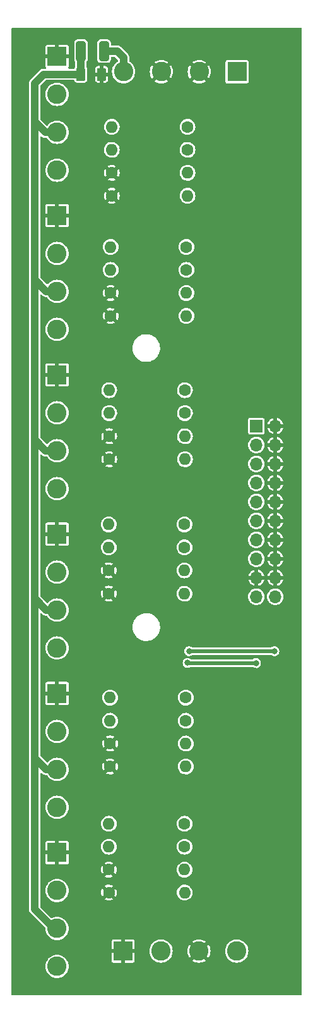
<source format=gbl>
G04 #@! TF.GenerationSoftware,KiCad,Pcbnew,(6.0.6)*
G04 #@! TF.CreationDate,2022-08-29T10:44:39+02:00*
G04 #@! TF.ProjectId,lem-adapter-board,6c656d2d-6164-4617-9074-65722d626f61,rev?*
G04 #@! TF.SameCoordinates,Original*
G04 #@! TF.FileFunction,Copper,L2,Bot*
G04 #@! TF.FilePolarity,Positive*
%FSLAX46Y46*%
G04 Gerber Fmt 4.6, Leading zero omitted, Abs format (unit mm)*
G04 Created by KiCad (PCBNEW (6.0.6)) date 2022-08-29 10:44:39*
%MOMM*%
%LPD*%
G01*
G04 APERTURE LIST*
G04 Aperture macros list*
%AMRoundRect*
0 Rectangle with rounded corners*
0 $1 Rounding radius*
0 $2 $3 $4 $5 $6 $7 $8 $9 X,Y pos of 4 corners*
0 Add a 4 corners polygon primitive as box body*
4,1,4,$2,$3,$4,$5,$6,$7,$8,$9,$2,$3,0*
0 Add four circle primitives for the rounded corners*
1,1,$1+$1,$2,$3*
1,1,$1+$1,$4,$5*
1,1,$1+$1,$6,$7*
1,1,$1+$1,$8,$9*
0 Add four rect primitives between the rounded corners*
20,1,$1+$1,$2,$3,$4,$5,0*
20,1,$1+$1,$4,$5,$6,$7,0*
20,1,$1+$1,$6,$7,$8,$9,0*
20,1,$1+$1,$8,$9,$2,$3,0*%
G04 Aperture macros list end*
G04 #@! TA.AperFunction,ComponentPad*
%ADD10C,1.600000*%
G04 #@! TD*
G04 #@! TA.AperFunction,ComponentPad*
%ADD11O,1.600000X1.600000*%
G04 #@! TD*
G04 #@! TA.AperFunction,ComponentPad*
%ADD12R,2.600000X2.600000*%
G04 #@! TD*
G04 #@! TA.AperFunction,ComponentPad*
%ADD13C,2.600000*%
G04 #@! TD*
G04 #@! TA.AperFunction,ComponentPad*
%ADD14R,1.700000X1.700000*%
G04 #@! TD*
G04 #@! TA.AperFunction,ComponentPad*
%ADD15O,1.700000X1.700000*%
G04 #@! TD*
G04 #@! TA.AperFunction,SMDPad,CuDef*
%ADD16RoundRect,0.250000X0.400000X1.075000X-0.400000X1.075000X-0.400000X-1.075000X0.400000X-1.075000X0*%
G04 #@! TD*
G04 #@! TA.AperFunction,SMDPad,CuDef*
%ADD17RoundRect,0.250000X0.375000X0.625000X-0.375000X0.625000X-0.375000X-0.625000X0.375000X-0.625000X0*%
G04 #@! TD*
G04 #@! TA.AperFunction,ViaPad*
%ADD18C,0.800000*%
G04 #@! TD*
G04 #@! TA.AperFunction,Conductor*
%ADD19C,0.500000*%
G04 #@! TD*
G04 #@! TA.AperFunction,Conductor*
%ADD20C,1.000000*%
G04 #@! TD*
G04 APERTURE END LIST*
D10*
X48599600Y-67538600D03*
D11*
X58759600Y-67538600D03*
D10*
X48793400Y-48361600D03*
D11*
X58953400Y-48361600D03*
D10*
X58708800Y-119430800D03*
D11*
X48548800Y-119430800D03*
D12*
X65760600Y-18719600D03*
D13*
X60680600Y-18719600D03*
X55600600Y-18719600D03*
X50520600Y-18719600D03*
D10*
X48945800Y-35331400D03*
D11*
X59105800Y-35331400D03*
D10*
X48717200Y-111760000D03*
D11*
X58877200Y-111760000D03*
D10*
X58699400Y-79349600D03*
D11*
X48539400Y-79349600D03*
D10*
X58877200Y-102539800D03*
D11*
X48717200Y-102539800D03*
D10*
X48539400Y-88620600D03*
D11*
X58699400Y-88620600D03*
D14*
X68340200Y-66167000D03*
D15*
X70880200Y-66167000D03*
X68340200Y-68707000D03*
X70880200Y-68707000D03*
X68340200Y-71247000D03*
X70880200Y-71247000D03*
X68340200Y-73787000D03*
X70880200Y-73787000D03*
X68340200Y-76327000D03*
X70880200Y-76327000D03*
X68340200Y-78867000D03*
X70880200Y-78867000D03*
X68340200Y-81407000D03*
X70880200Y-81407000D03*
X68340200Y-83947000D03*
X70880200Y-83947000D03*
X68340200Y-86487000D03*
X70880200Y-86487000D03*
X68340200Y-89027000D03*
X70880200Y-89027000D03*
D10*
X48539400Y-85496400D03*
D11*
X58699400Y-85496400D03*
D10*
X48558200Y-128651000D03*
D11*
X58718200Y-128651000D03*
D10*
X58699400Y-82423000D03*
D11*
X48539400Y-82423000D03*
D10*
X48793400Y-51435000D03*
D11*
X58953400Y-51435000D03*
D12*
X41605200Y-16671800D03*
D13*
X41605200Y-21751800D03*
X41605200Y-26831800D03*
X41605200Y-31911800D03*
D12*
X41605200Y-80645000D03*
D13*
X41605200Y-85725000D03*
X41605200Y-90805000D03*
X41605200Y-95885000D03*
D12*
X41605200Y-123291600D03*
D13*
X41605200Y-128371600D03*
X41605200Y-133451600D03*
X41605200Y-138531600D03*
D12*
X50469800Y-136474200D03*
D13*
X55549800Y-136474200D03*
X60629800Y-136474200D03*
X65709800Y-136474200D03*
D10*
X58759600Y-61366400D03*
D11*
X48599600Y-61366400D03*
D12*
X41605200Y-101981000D03*
D13*
X41605200Y-107061000D03*
X41605200Y-112141000D03*
X41605200Y-117221000D03*
D10*
X59105800Y-26111200D03*
D11*
X48945800Y-26111200D03*
D10*
X48717200Y-108686600D03*
D11*
X58877200Y-108686600D03*
D10*
X58708800Y-122504200D03*
D11*
X48548800Y-122504200D03*
D10*
X58877200Y-105638600D03*
D11*
X48717200Y-105638600D03*
D10*
X58953400Y-42189400D03*
D11*
X48793400Y-42189400D03*
D10*
X58953400Y-45262800D03*
D11*
X48793400Y-45262800D03*
D12*
X41605400Y-37982400D03*
D13*
X41605400Y-43062400D03*
X41605400Y-48142400D03*
X41605400Y-53222400D03*
D10*
X59105800Y-29184600D03*
D11*
X48945800Y-29184600D03*
D10*
X48945800Y-32258000D03*
D11*
X59105800Y-32258000D03*
D10*
X48607000Y-70612000D03*
D11*
X58767000Y-70612000D03*
D10*
X48548800Y-125577600D03*
D11*
X58708800Y-125577600D03*
D12*
X41605200Y-59318400D03*
D13*
X41605200Y-64398400D03*
X41605200Y-69478400D03*
X41605200Y-74558400D03*
D10*
X58759600Y-64439800D03*
D11*
X48599600Y-64439800D03*
D16*
X47905000Y-15951200D03*
X44805000Y-15951200D03*
D17*
X47577200Y-19075400D03*
X44777200Y-19075400D03*
D18*
X68300600Y-97917000D03*
X59105800Y-97891600D03*
X70764400Y-96316800D03*
X59309000Y-96316800D03*
D19*
X68300600Y-97917000D02*
X59131200Y-97917000D01*
X59131200Y-97917000D02*
X59105800Y-97891600D01*
D20*
X41672000Y-16738600D02*
X41605200Y-16671800D01*
X44805000Y-19047600D02*
X44777200Y-19075400D01*
D19*
X70764400Y-96316800D02*
X59309000Y-96316800D01*
D20*
X38582600Y-130860800D02*
X41173400Y-133451600D01*
X40132000Y-90805000D02*
X38582600Y-89255600D01*
X39801800Y-19075400D02*
X38582600Y-20294600D01*
X41605200Y-69478400D02*
X40065200Y-69478400D01*
X38582600Y-25400000D02*
X38582600Y-46558200D01*
X41605400Y-48142400D02*
X40166800Y-48142400D01*
X44805000Y-15951200D02*
X44805000Y-19047600D01*
X38582600Y-89255600D02*
X38582600Y-110617000D01*
X38582600Y-46558200D02*
X38582600Y-67995800D01*
X41605200Y-90805000D02*
X40132000Y-90805000D01*
X40106600Y-112141000D02*
X38582600Y-110617000D01*
X38582600Y-20294600D02*
X38582600Y-25400000D01*
X44777200Y-19075400D02*
X39801800Y-19075400D01*
X38582600Y-67995800D02*
X38582600Y-89255600D01*
X41605200Y-26831800D02*
X40014400Y-26831800D01*
X40014400Y-26831800D02*
X38582600Y-25400000D01*
X41605200Y-112141000D02*
X40106600Y-112141000D01*
X40166800Y-48142400D02*
X38582600Y-46558200D01*
X38582600Y-110617000D02*
X38582600Y-130860800D01*
X40065200Y-69478400D02*
X38582600Y-67995800D01*
X41173400Y-133451600D02*
X41605200Y-133451600D01*
X50520600Y-16814800D02*
X50520600Y-18719600D01*
X47905000Y-15951200D02*
X49657000Y-15951200D01*
X49657000Y-15951200D02*
X50520600Y-16814800D01*
G04 #@! TA.AperFunction,Conductor*
G36*
X74397021Y-12864902D02*
G01*
X74443514Y-12918558D01*
X74454900Y-12970900D01*
X74454900Y-142223100D01*
X74434898Y-142291221D01*
X74381242Y-142337714D01*
X74328900Y-142349100D01*
X35576900Y-142349100D01*
X35508779Y-142329098D01*
X35462286Y-142275442D01*
X35450900Y-142223100D01*
X35450900Y-138531600D01*
X40045893Y-138531600D01*
X40065091Y-138775529D01*
X40122211Y-139013452D01*
X40215847Y-139239511D01*
X40343694Y-139448138D01*
X40502603Y-139634197D01*
X40688662Y-139793106D01*
X40897289Y-139920953D01*
X40901859Y-139922846D01*
X40901863Y-139922848D01*
X41118775Y-140012695D01*
X41123348Y-140014589D01*
X41205652Y-140034348D01*
X41356458Y-140070554D01*
X41356464Y-140070555D01*
X41361271Y-140071709D01*
X41605200Y-140090907D01*
X41849129Y-140071709D01*
X41853936Y-140070555D01*
X41853942Y-140070554D01*
X42004748Y-140034348D01*
X42087052Y-140014589D01*
X42091625Y-140012695D01*
X42308537Y-139922848D01*
X42308541Y-139922846D01*
X42313111Y-139920953D01*
X42521738Y-139793106D01*
X42707797Y-139634197D01*
X42866706Y-139448138D01*
X42994553Y-139239511D01*
X43088189Y-139013452D01*
X43145309Y-138775529D01*
X43164507Y-138531600D01*
X43145309Y-138287671D01*
X43088189Y-138049748D01*
X43073510Y-138014309D01*
X42996448Y-137828263D01*
X42996446Y-137828259D01*
X42994553Y-137823689D01*
X42975764Y-137793028D01*
X48915801Y-137793028D01*
X48917009Y-137805288D01*
X48928115Y-137861131D01*
X48937433Y-137883627D01*
X48979783Y-137947008D01*
X48996992Y-137964217D01*
X49060375Y-138006568D01*
X49082866Y-138015884D01*
X49138715Y-138026993D01*
X49150970Y-138028200D01*
X50197685Y-138028200D01*
X50212924Y-138023725D01*
X50214129Y-138022335D01*
X50215800Y-138014652D01*
X50215800Y-138010084D01*
X50723800Y-138010084D01*
X50728275Y-138025323D01*
X50729665Y-138026528D01*
X50737348Y-138028199D01*
X51788628Y-138028199D01*
X51800888Y-138026991D01*
X51856731Y-138015885D01*
X51879227Y-138006567D01*
X51942608Y-137964217D01*
X51959817Y-137947008D01*
X52002168Y-137883625D01*
X52011484Y-137861134D01*
X52022593Y-137805285D01*
X52023800Y-137793030D01*
X52023800Y-136746315D01*
X52019325Y-136731076D01*
X52017935Y-136729871D01*
X52010252Y-136728200D01*
X50741915Y-136728200D01*
X50726676Y-136732675D01*
X50725471Y-136734065D01*
X50723800Y-136741748D01*
X50723800Y-138010084D01*
X50215800Y-138010084D01*
X50215800Y-136746315D01*
X50211325Y-136731076D01*
X50209935Y-136729871D01*
X50202252Y-136728200D01*
X48933916Y-136728200D01*
X48918677Y-136732675D01*
X48917472Y-136734065D01*
X48915801Y-136741748D01*
X48915801Y-137793028D01*
X42975764Y-137793028D01*
X42866706Y-137615062D01*
X42707797Y-137429003D01*
X42521738Y-137270094D01*
X42313111Y-137142247D01*
X42308541Y-137140354D01*
X42308537Y-137140352D01*
X42091625Y-137050505D01*
X42091623Y-137050504D01*
X42087052Y-137048611D01*
X42004748Y-137028852D01*
X41853942Y-136992646D01*
X41853936Y-136992645D01*
X41849129Y-136991491D01*
X41605200Y-136972293D01*
X41361271Y-136991491D01*
X41356464Y-136992645D01*
X41356458Y-136992646D01*
X41205652Y-137028852D01*
X41123348Y-137048611D01*
X41118777Y-137050504D01*
X41118775Y-137050505D01*
X40901863Y-137140352D01*
X40901859Y-137140354D01*
X40897289Y-137142247D01*
X40688662Y-137270094D01*
X40502603Y-137429003D01*
X40343694Y-137615062D01*
X40215847Y-137823689D01*
X40213954Y-137828259D01*
X40213952Y-137828263D01*
X40136890Y-138014309D01*
X40122211Y-138049748D01*
X40065091Y-138287671D01*
X40045893Y-138531600D01*
X35450900Y-138531600D01*
X35450900Y-136474200D01*
X53990493Y-136474200D01*
X54009691Y-136718129D01*
X54010845Y-136722936D01*
X54010846Y-136722942D01*
X54038615Y-136838608D01*
X54066811Y-136956052D01*
X54068704Y-136960623D01*
X54068705Y-136960625D01*
X54081969Y-136992646D01*
X54160447Y-137182111D01*
X54288294Y-137390738D01*
X54447203Y-137576797D01*
X54633262Y-137735706D01*
X54841889Y-137863553D01*
X54846459Y-137865446D01*
X54846463Y-137865448D01*
X55063375Y-137955295D01*
X55067948Y-137957189D01*
X55150252Y-137976948D01*
X55301058Y-138013154D01*
X55301064Y-138013155D01*
X55305871Y-138014309D01*
X55549800Y-138033507D01*
X55793729Y-138014309D01*
X55798536Y-138013155D01*
X55798542Y-138013154D01*
X55949348Y-137976948D01*
X56031652Y-137957189D01*
X56036225Y-137955295D01*
X56253137Y-137865448D01*
X56253141Y-137865446D01*
X56257711Y-137863553D01*
X56458805Y-137740322D01*
X59728508Y-137740322D01*
X59734235Y-137747972D01*
X59917897Y-137860519D01*
X59926688Y-137864998D01*
X60143530Y-137954818D01*
X60152915Y-137957867D01*
X60381136Y-138012659D01*
X60390883Y-138014202D01*
X60624870Y-138032617D01*
X60634730Y-138032617D01*
X60868717Y-138014202D01*
X60878464Y-138012659D01*
X61106685Y-137957867D01*
X61116070Y-137954818D01*
X61332912Y-137864998D01*
X61341703Y-137860519D01*
X61521698Y-137750219D01*
X61531159Y-137739763D01*
X61527375Y-137730985D01*
X60642612Y-136846222D01*
X60628668Y-136838608D01*
X60626835Y-136838739D01*
X60620220Y-136842990D01*
X59735268Y-137727942D01*
X59728508Y-137740322D01*
X56458805Y-137740322D01*
X56466338Y-137735706D01*
X56652397Y-137576797D01*
X56811306Y-137390738D01*
X56939153Y-137182111D01*
X57017632Y-136992646D01*
X57030895Y-136960625D01*
X57030896Y-136960623D01*
X57032789Y-136956052D01*
X57060985Y-136838608D01*
X57088754Y-136722942D01*
X57088755Y-136722936D01*
X57089909Y-136718129D01*
X57108719Y-136479130D01*
X59071383Y-136479130D01*
X59089798Y-136713117D01*
X59091341Y-136722864D01*
X59146133Y-136951085D01*
X59149182Y-136960470D01*
X59239002Y-137177312D01*
X59243481Y-137186103D01*
X59353781Y-137366098D01*
X59364237Y-137375559D01*
X59373015Y-137371775D01*
X60257778Y-136487012D01*
X60264156Y-136475332D01*
X60994208Y-136475332D01*
X60994339Y-136477165D01*
X60998590Y-136483780D01*
X61883542Y-137368732D01*
X61895922Y-137375492D01*
X61903572Y-137369765D01*
X62016119Y-137186103D01*
X62020598Y-137177312D01*
X62110418Y-136960470D01*
X62113467Y-136951085D01*
X62168259Y-136722864D01*
X62169802Y-136713117D01*
X62188217Y-136479130D01*
X62188217Y-136474200D01*
X64150493Y-136474200D01*
X64169691Y-136718129D01*
X64170845Y-136722936D01*
X64170846Y-136722942D01*
X64198615Y-136838608D01*
X64226811Y-136956052D01*
X64228704Y-136960623D01*
X64228705Y-136960625D01*
X64241969Y-136992646D01*
X64320447Y-137182111D01*
X64448294Y-137390738D01*
X64607203Y-137576797D01*
X64793262Y-137735706D01*
X65001889Y-137863553D01*
X65006459Y-137865446D01*
X65006463Y-137865448D01*
X65223375Y-137955295D01*
X65227948Y-137957189D01*
X65310252Y-137976948D01*
X65461058Y-138013154D01*
X65461064Y-138013155D01*
X65465871Y-138014309D01*
X65709800Y-138033507D01*
X65953729Y-138014309D01*
X65958536Y-138013155D01*
X65958542Y-138013154D01*
X66109348Y-137976948D01*
X66191652Y-137957189D01*
X66196225Y-137955295D01*
X66413137Y-137865448D01*
X66413141Y-137865446D01*
X66417711Y-137863553D01*
X66626338Y-137735706D01*
X66812397Y-137576797D01*
X66971306Y-137390738D01*
X67099153Y-137182111D01*
X67177632Y-136992646D01*
X67190895Y-136960625D01*
X67190896Y-136960623D01*
X67192789Y-136956052D01*
X67220985Y-136838608D01*
X67248754Y-136722942D01*
X67248755Y-136722936D01*
X67249909Y-136718129D01*
X67269107Y-136474200D01*
X67249909Y-136230271D01*
X67247492Y-136220200D01*
X67193944Y-135997160D01*
X67192789Y-135992348D01*
X67099153Y-135766289D01*
X66971306Y-135557662D01*
X66812397Y-135371603D01*
X66626338Y-135212694D01*
X66417711Y-135084847D01*
X66413141Y-135082954D01*
X66413137Y-135082952D01*
X66196225Y-134993105D01*
X66196223Y-134993104D01*
X66191652Y-134991211D01*
X66109348Y-134971452D01*
X65958542Y-134935246D01*
X65958536Y-134935245D01*
X65953729Y-134934091D01*
X65709800Y-134914893D01*
X65465871Y-134934091D01*
X65461064Y-134935245D01*
X65461058Y-134935246D01*
X65310252Y-134971452D01*
X65227948Y-134991211D01*
X65223377Y-134993104D01*
X65223375Y-134993105D01*
X65006463Y-135082952D01*
X65006459Y-135082954D01*
X65001889Y-135084847D01*
X64793262Y-135212694D01*
X64607203Y-135371603D01*
X64448294Y-135557662D01*
X64320447Y-135766289D01*
X64226811Y-135992348D01*
X64225656Y-135997160D01*
X64172109Y-136220200D01*
X64169691Y-136230271D01*
X64150493Y-136474200D01*
X62188217Y-136474200D01*
X62188217Y-136469270D01*
X62169802Y-136235283D01*
X62168259Y-136225536D01*
X62113467Y-135997315D01*
X62110418Y-135987930D01*
X62020598Y-135771088D01*
X62016119Y-135762297D01*
X61905819Y-135582302D01*
X61895363Y-135572841D01*
X61886585Y-135576625D01*
X61001822Y-136461388D01*
X60994208Y-136475332D01*
X60264156Y-136475332D01*
X60265392Y-136473068D01*
X60265261Y-136471235D01*
X60261010Y-136464620D01*
X59376058Y-135579668D01*
X59363678Y-135572908D01*
X59356028Y-135578635D01*
X59243481Y-135762297D01*
X59239002Y-135771088D01*
X59149182Y-135987930D01*
X59146133Y-135997315D01*
X59091341Y-136225536D01*
X59089798Y-136235283D01*
X59071383Y-136469270D01*
X59071383Y-136479130D01*
X57108719Y-136479130D01*
X57109107Y-136474200D01*
X57089909Y-136230271D01*
X57087492Y-136220200D01*
X57033944Y-135997160D01*
X57032789Y-135992348D01*
X56939153Y-135766289D01*
X56811306Y-135557662D01*
X56652397Y-135371603D01*
X56466338Y-135212694D01*
X56459718Y-135208637D01*
X59728441Y-135208637D01*
X59732225Y-135217415D01*
X60616988Y-136102178D01*
X60630932Y-136109792D01*
X60632765Y-136109661D01*
X60639380Y-136105410D01*
X61524332Y-135220458D01*
X61531092Y-135208078D01*
X61525365Y-135200428D01*
X61341703Y-135087881D01*
X61332912Y-135083402D01*
X61116070Y-134993582D01*
X61106685Y-134990533D01*
X60878464Y-134935741D01*
X60868717Y-134934198D01*
X60634730Y-134915783D01*
X60624870Y-134915783D01*
X60390883Y-134934198D01*
X60381136Y-134935741D01*
X60152915Y-134990533D01*
X60143530Y-134993582D01*
X59926688Y-135083402D01*
X59917897Y-135087881D01*
X59737902Y-135198181D01*
X59728441Y-135208637D01*
X56459718Y-135208637D01*
X56257711Y-135084847D01*
X56253141Y-135082954D01*
X56253137Y-135082952D01*
X56036225Y-134993105D01*
X56036223Y-134993104D01*
X56031652Y-134991211D01*
X55949348Y-134971452D01*
X55798542Y-134935246D01*
X55798536Y-134935245D01*
X55793729Y-134934091D01*
X55549800Y-134914893D01*
X55305871Y-134934091D01*
X55301064Y-134935245D01*
X55301058Y-134935246D01*
X55150252Y-134971452D01*
X55067948Y-134991211D01*
X55063377Y-134993104D01*
X55063375Y-134993105D01*
X54846463Y-135082952D01*
X54846459Y-135082954D01*
X54841889Y-135084847D01*
X54633262Y-135212694D01*
X54447203Y-135371603D01*
X54288294Y-135557662D01*
X54160447Y-135766289D01*
X54066811Y-135992348D01*
X54065656Y-135997160D01*
X54012109Y-136220200D01*
X54009691Y-136230271D01*
X53990493Y-136474200D01*
X35450900Y-136474200D01*
X35450900Y-136202085D01*
X48915800Y-136202085D01*
X48920275Y-136217324D01*
X48921665Y-136218529D01*
X48929348Y-136220200D01*
X50197685Y-136220200D01*
X50212924Y-136215725D01*
X50214129Y-136214335D01*
X50215800Y-136206652D01*
X50215800Y-136202085D01*
X50723800Y-136202085D01*
X50728275Y-136217324D01*
X50729665Y-136218529D01*
X50737348Y-136220200D01*
X52005684Y-136220200D01*
X52020923Y-136215725D01*
X52022128Y-136214335D01*
X52023799Y-136206652D01*
X52023799Y-135155372D01*
X52022591Y-135143112D01*
X52011485Y-135087269D01*
X52002167Y-135064773D01*
X51959817Y-135001392D01*
X51942608Y-134984183D01*
X51879225Y-134941832D01*
X51856734Y-134932516D01*
X51800885Y-134921407D01*
X51788630Y-134920200D01*
X50741915Y-134920200D01*
X50726676Y-134924675D01*
X50725471Y-134926065D01*
X50723800Y-134933748D01*
X50723800Y-136202085D01*
X50215800Y-136202085D01*
X50215800Y-134938316D01*
X50211325Y-134923077D01*
X50209935Y-134921872D01*
X50202252Y-134920201D01*
X49150972Y-134920201D01*
X49138712Y-134921409D01*
X49082869Y-134932515D01*
X49060373Y-134941833D01*
X48996992Y-134984183D01*
X48979783Y-135001392D01*
X48937432Y-135064775D01*
X48928116Y-135087266D01*
X48917007Y-135143115D01*
X48915800Y-135155370D01*
X48915800Y-136202085D01*
X35450900Y-136202085D01*
X35450900Y-130834289D01*
X37823426Y-130834289D01*
X37824019Y-130841580D01*
X37824019Y-130841583D01*
X37827685Y-130886648D01*
X37828100Y-130896863D01*
X37828100Y-130904853D01*
X37828525Y-130908497D01*
X37831371Y-130932913D01*
X37831804Y-130937287D01*
X37837690Y-131009647D01*
X37839945Y-131016609D01*
X37841118Y-131022477D01*
X37842490Y-131028284D01*
X37843338Y-131035554D01*
X37868132Y-131103860D01*
X37869540Y-131107963D01*
X37891912Y-131177022D01*
X37895709Y-131183279D01*
X37898202Y-131188726D01*
X37900870Y-131194054D01*
X37903368Y-131200934D01*
X37907382Y-131207056D01*
X37943168Y-131261639D01*
X37945515Y-131265359D01*
X37983183Y-131327433D01*
X37986895Y-131331636D01*
X37990549Y-131335774D01*
X37990524Y-131335796D01*
X37993224Y-131338841D01*
X37995820Y-131341946D01*
X37999834Y-131348068D01*
X38005147Y-131353101D01*
X38055726Y-131401015D01*
X38058168Y-131403393D01*
X40009376Y-133354600D01*
X40043401Y-133416912D01*
X40046281Y-133443695D01*
X40046281Y-133446670D01*
X40045893Y-133451600D01*
X40065091Y-133695529D01*
X40122211Y-133933452D01*
X40215847Y-134159511D01*
X40343694Y-134368138D01*
X40502603Y-134554197D01*
X40688662Y-134713106D01*
X40897289Y-134840953D01*
X40901859Y-134842846D01*
X40901863Y-134842848D01*
X41118343Y-134932516D01*
X41123348Y-134934589D01*
X41153522Y-134941833D01*
X41356458Y-134990554D01*
X41356464Y-134990555D01*
X41361271Y-134991709D01*
X41605200Y-135010907D01*
X41849129Y-134991709D01*
X41853936Y-134990555D01*
X41853942Y-134990554D01*
X42056878Y-134941833D01*
X42087052Y-134934589D01*
X42092057Y-134932516D01*
X42308537Y-134842848D01*
X42308541Y-134842846D01*
X42313111Y-134840953D01*
X42521738Y-134713106D01*
X42707797Y-134554197D01*
X42866706Y-134368138D01*
X42994553Y-134159511D01*
X43088189Y-133933452D01*
X43145309Y-133695529D01*
X43164507Y-133451600D01*
X43145309Y-133207671D01*
X43088189Y-132969748D01*
X42994553Y-132743689D01*
X42866706Y-132535062D01*
X42707797Y-132349003D01*
X42521738Y-132190094D01*
X42313111Y-132062247D01*
X42308541Y-132060354D01*
X42308537Y-132060352D01*
X42091625Y-131970505D01*
X42091623Y-131970504D01*
X42087052Y-131968611D01*
X42004748Y-131948852D01*
X41853942Y-131912646D01*
X41853936Y-131912645D01*
X41849129Y-131911491D01*
X41605200Y-131892293D01*
X41361271Y-131911491D01*
X41356464Y-131912645D01*
X41356458Y-131912646D01*
X41205652Y-131948852D01*
X41123348Y-131968611D01*
X41118777Y-131970504D01*
X41118775Y-131970505D01*
X40942389Y-132043566D01*
X40871799Y-132051155D01*
X40805076Y-132016252D01*
X39374005Y-130585181D01*
X39339979Y-130522869D01*
X39337100Y-130496086D01*
X39337100Y-128371600D01*
X40045893Y-128371600D01*
X40065091Y-128615529D01*
X40066245Y-128620336D01*
X40066246Y-128620342D01*
X40081547Y-128684075D01*
X40122211Y-128853452D01*
X40124104Y-128858023D01*
X40124105Y-128858025D01*
X40202115Y-129046358D01*
X40215847Y-129079511D01*
X40343694Y-129288138D01*
X40502603Y-129474197D01*
X40688662Y-129633106D01*
X40897289Y-129760953D01*
X40901859Y-129762846D01*
X40901863Y-129762848D01*
X41118775Y-129852695D01*
X41123348Y-129854589D01*
X41205652Y-129874348D01*
X41356458Y-129910554D01*
X41356464Y-129910555D01*
X41361271Y-129911709D01*
X41605200Y-129930907D01*
X41849129Y-129911709D01*
X41853936Y-129910555D01*
X41853942Y-129910554D01*
X42004748Y-129874348D01*
X42087052Y-129854589D01*
X42091625Y-129852695D01*
X42308537Y-129762848D01*
X42308541Y-129762846D01*
X42313111Y-129760953D01*
X42521738Y-129633106D01*
X42614432Y-129553938D01*
X48020092Y-129553938D01*
X48025001Y-129560496D01*
X48128812Y-129618514D01*
X48140051Y-129623424D01*
X48324915Y-129683490D01*
X48336889Y-129686123D01*
X48529908Y-129709139D01*
X48542157Y-129709396D01*
X48735969Y-129694483D01*
X48748049Y-129692352D01*
X48935261Y-129640081D01*
X48946694Y-129635647D01*
X49087949Y-129564294D01*
X49098233Y-129554649D01*
X49095995Y-129548005D01*
X48571012Y-129023022D01*
X48557068Y-129015408D01*
X48555235Y-129015539D01*
X48548620Y-129019790D01*
X48026852Y-129541558D01*
X48020092Y-129553938D01*
X42614432Y-129553938D01*
X42707797Y-129474197D01*
X42866706Y-129288138D01*
X42994553Y-129079511D01*
X43008286Y-129046358D01*
X43086295Y-128858025D01*
X43086296Y-128858023D01*
X43088189Y-128853452D01*
X43128853Y-128684075D01*
X43138869Y-128642357D01*
X47499719Y-128642357D01*
X47515983Y-128836049D01*
X47518197Y-128848108D01*
X47571776Y-129034961D01*
X47576289Y-129046358D01*
X47645184Y-129180414D01*
X47654901Y-129190632D01*
X47661702Y-129188288D01*
X48186178Y-128663812D01*
X48192556Y-128652132D01*
X48922608Y-128652132D01*
X48922739Y-128653965D01*
X48926990Y-128660580D01*
X49448601Y-129182191D01*
X49460981Y-129188951D01*
X49467715Y-129183910D01*
X49522690Y-129087138D01*
X49527683Y-129075922D01*
X49589034Y-128891494D01*
X49591754Y-128879523D01*
X49616444Y-128684075D01*
X49616936Y-128677048D01*
X49617251Y-128654523D01*
X49616956Y-128647494D01*
X49615849Y-128636206D01*
X57658701Y-128636206D01*
X57676006Y-128842278D01*
X57733007Y-129041066D01*
X57735825Y-129046548D01*
X57735826Y-129046552D01*
X57824714Y-129219509D01*
X57824717Y-129219513D01*
X57827534Y-129224995D01*
X57955986Y-129387061D01*
X57960679Y-129391055D01*
X57960680Y-129391056D01*
X58058371Y-129474197D01*
X58113471Y-129521091D01*
X58293989Y-129621980D01*
X58490666Y-129685884D01*
X58696009Y-129710370D01*
X58702144Y-129709898D01*
X58702146Y-129709898D01*
X58896056Y-129694977D01*
X58896060Y-129694976D01*
X58902198Y-129694504D01*
X59101378Y-129638892D01*
X59106882Y-129636112D01*
X59106884Y-129636111D01*
X59280462Y-129548431D01*
X59280464Y-129548430D01*
X59285963Y-129545652D01*
X59448922Y-129418334D01*
X59452948Y-129413670D01*
X59452951Y-129413667D01*
X59580019Y-129266457D01*
X59580020Y-129266455D01*
X59584048Y-129261789D01*
X59686195Y-129081979D01*
X59751470Y-128885753D01*
X59777389Y-128680586D01*
X59777802Y-128651000D01*
X59757622Y-128445189D01*
X59697851Y-128247217D01*
X59628868Y-128117479D01*
X59603659Y-128070067D01*
X59603657Y-128070064D01*
X59600765Y-128064625D01*
X59596874Y-128059855D01*
X59596872Y-128059851D01*
X59473958Y-127909143D01*
X59473955Y-127909140D01*
X59470063Y-127904368D01*
X59463166Y-127898662D01*
X59315471Y-127776478D01*
X59315466Y-127776475D01*
X59310722Y-127772550D01*
X59305303Y-127769620D01*
X59305300Y-127769618D01*
X59134232Y-127677122D01*
X59134227Y-127677120D01*
X59128812Y-127674192D01*
X58931263Y-127613040D01*
X58925138Y-127612396D01*
X58925137Y-127612396D01*
X58731726Y-127592068D01*
X58731724Y-127592068D01*
X58725597Y-127591424D01*
X58599429Y-127602906D01*
X58525791Y-127609607D01*
X58525790Y-127609607D01*
X58519650Y-127610166D01*
X58321266Y-127668554D01*
X58315801Y-127671411D01*
X58143461Y-127761508D01*
X58143457Y-127761511D01*
X58138001Y-127764363D01*
X57976835Y-127893943D01*
X57843908Y-128052360D01*
X57744282Y-128233578D01*
X57681753Y-128430696D01*
X57681067Y-128436813D01*
X57681066Y-128436817D01*
X57661574Y-128610595D01*
X57658701Y-128636206D01*
X49615849Y-128636206D01*
X49597731Y-128451419D01*
X49595348Y-128439384D01*
X49539168Y-128253308D01*
X49534494Y-128241967D01*
X49470777Y-128122133D01*
X49460917Y-128112052D01*
X49453789Y-128114621D01*
X48930222Y-128638188D01*
X48922608Y-128652132D01*
X48192556Y-128652132D01*
X48193792Y-128649868D01*
X48193661Y-128648035D01*
X48189410Y-128641420D01*
X47667447Y-128119457D01*
X47655067Y-128112697D01*
X47648679Y-128117479D01*
X47587710Y-128228381D01*
X47582882Y-128239645D01*
X47524106Y-128424931D01*
X47521558Y-128436920D01*
X47499890Y-128630088D01*
X47499719Y-128642357D01*
X43138869Y-128642357D01*
X43144154Y-128620342D01*
X43144155Y-128620336D01*
X43145309Y-128615529D01*
X43164507Y-128371600D01*
X43145309Y-128127671D01*
X43143980Y-128122133D01*
X43091699Y-127904368D01*
X43088189Y-127889748D01*
X43086295Y-127885175D01*
X43029481Y-127748012D01*
X48018930Y-127748012D01*
X48021383Y-127754973D01*
X48545388Y-128278978D01*
X48559332Y-128286592D01*
X48561165Y-128286461D01*
X48567780Y-128282210D01*
X49089977Y-127760013D01*
X49096737Y-127747633D01*
X49092078Y-127741410D01*
X48974036Y-127677585D01*
X48962731Y-127672833D01*
X48777049Y-127615354D01*
X48765036Y-127612888D01*
X48571722Y-127592570D01*
X48559454Y-127592485D01*
X48365883Y-127610101D01*
X48353834Y-127612399D01*
X48167363Y-127667281D01*
X48155995Y-127671874D01*
X48029079Y-127738224D01*
X48018930Y-127748012D01*
X43029481Y-127748012D01*
X42996448Y-127668263D01*
X42996446Y-127668259D01*
X42994553Y-127663689D01*
X42866706Y-127455062D01*
X42707797Y-127269003D01*
X42521738Y-127110094D01*
X42313111Y-126982247D01*
X42308541Y-126980354D01*
X42308537Y-126980352D01*
X42091625Y-126890505D01*
X42091623Y-126890504D01*
X42087052Y-126888611D01*
X42004748Y-126868852D01*
X41853942Y-126832646D01*
X41853936Y-126832645D01*
X41849129Y-126831491D01*
X41605200Y-126812293D01*
X41361271Y-126831491D01*
X41356464Y-126832645D01*
X41356458Y-126832646D01*
X41205652Y-126868852D01*
X41123348Y-126888611D01*
X41118777Y-126890504D01*
X41118775Y-126890505D01*
X40901863Y-126980352D01*
X40901859Y-126980354D01*
X40897289Y-126982247D01*
X40688662Y-127110094D01*
X40502603Y-127269003D01*
X40343694Y-127455062D01*
X40215847Y-127663689D01*
X40213954Y-127668259D01*
X40213952Y-127668263D01*
X40124105Y-127885175D01*
X40122211Y-127889748D01*
X40118701Y-127904368D01*
X40066421Y-128122133D01*
X40065091Y-128127671D01*
X40045893Y-128371600D01*
X39337100Y-128371600D01*
X39337100Y-126480538D01*
X48010692Y-126480538D01*
X48015601Y-126487096D01*
X48119412Y-126545114D01*
X48130651Y-126550024D01*
X48315515Y-126610090D01*
X48327489Y-126612723D01*
X48520508Y-126635739D01*
X48532757Y-126635996D01*
X48726569Y-126621083D01*
X48738649Y-126618952D01*
X48925861Y-126566681D01*
X48937294Y-126562247D01*
X49078549Y-126490894D01*
X49088833Y-126481249D01*
X49086595Y-126474605D01*
X48561612Y-125949622D01*
X48547668Y-125942008D01*
X48545835Y-125942139D01*
X48539220Y-125946390D01*
X48017452Y-126468158D01*
X48010692Y-126480538D01*
X39337100Y-126480538D01*
X39337100Y-125568957D01*
X47490319Y-125568957D01*
X47506583Y-125762649D01*
X47508797Y-125774708D01*
X47562376Y-125961561D01*
X47566889Y-125972958D01*
X47635784Y-126107014D01*
X47645501Y-126117232D01*
X47652302Y-126114888D01*
X48176778Y-125590412D01*
X48183156Y-125578732D01*
X48913208Y-125578732D01*
X48913339Y-125580565D01*
X48917590Y-125587180D01*
X49439201Y-126108791D01*
X49451581Y-126115551D01*
X49458315Y-126110510D01*
X49513290Y-126013738D01*
X49518283Y-126002522D01*
X49579634Y-125818094D01*
X49582354Y-125806123D01*
X49607044Y-125610675D01*
X49607536Y-125603648D01*
X49607851Y-125581123D01*
X49607556Y-125574094D01*
X49606449Y-125562806D01*
X57649301Y-125562806D01*
X57666606Y-125768878D01*
X57723607Y-125967666D01*
X57726425Y-125973148D01*
X57726426Y-125973152D01*
X57815314Y-126146109D01*
X57815317Y-126146113D01*
X57818134Y-126151595D01*
X57946586Y-126313661D01*
X58104071Y-126447691D01*
X58284589Y-126548580D01*
X58481266Y-126612484D01*
X58686609Y-126636970D01*
X58692744Y-126636498D01*
X58692746Y-126636498D01*
X58886656Y-126621577D01*
X58886660Y-126621576D01*
X58892798Y-126621104D01*
X59091978Y-126565492D01*
X59097482Y-126562712D01*
X59097484Y-126562711D01*
X59271062Y-126475031D01*
X59271064Y-126475030D01*
X59276563Y-126472252D01*
X59439522Y-126344934D01*
X59443548Y-126340270D01*
X59443551Y-126340267D01*
X59570619Y-126193057D01*
X59570620Y-126193055D01*
X59574648Y-126188389D01*
X59676795Y-126008579D01*
X59742070Y-125812353D01*
X59767989Y-125607186D01*
X59768402Y-125577600D01*
X59748222Y-125371789D01*
X59688451Y-125173817D01*
X59619468Y-125044079D01*
X59594259Y-124996667D01*
X59594257Y-124996664D01*
X59591365Y-124991225D01*
X59587474Y-124986455D01*
X59587472Y-124986451D01*
X59464558Y-124835743D01*
X59464555Y-124835740D01*
X59460663Y-124830968D01*
X59453766Y-124825262D01*
X59306071Y-124703078D01*
X59306066Y-124703075D01*
X59301322Y-124699150D01*
X59295903Y-124696220D01*
X59295900Y-124696218D01*
X59124832Y-124603722D01*
X59124827Y-124603720D01*
X59119412Y-124600792D01*
X58921863Y-124539640D01*
X58915738Y-124538996D01*
X58915737Y-124538996D01*
X58722326Y-124518668D01*
X58722324Y-124518668D01*
X58716197Y-124518024D01*
X58590029Y-124529506D01*
X58516391Y-124536207D01*
X58516390Y-124536207D01*
X58510250Y-124536766D01*
X58311866Y-124595154D01*
X58306401Y-124598011D01*
X58134061Y-124688108D01*
X58134057Y-124688111D01*
X58128601Y-124690963D01*
X57967435Y-124820543D01*
X57834508Y-124978960D01*
X57734882Y-125160178D01*
X57672353Y-125357296D01*
X57671667Y-125363413D01*
X57671666Y-125363417D01*
X57649988Y-125556681D01*
X57649301Y-125562806D01*
X49606449Y-125562806D01*
X49588331Y-125378019D01*
X49585948Y-125365984D01*
X49529768Y-125179908D01*
X49525094Y-125168567D01*
X49461377Y-125048733D01*
X49451517Y-125038652D01*
X49444389Y-125041221D01*
X48920822Y-125564788D01*
X48913208Y-125578732D01*
X48183156Y-125578732D01*
X48184392Y-125576468D01*
X48184261Y-125574635D01*
X48180010Y-125568020D01*
X47658047Y-125046057D01*
X47645667Y-125039297D01*
X47639279Y-125044079D01*
X47578310Y-125154981D01*
X47573482Y-125166245D01*
X47514706Y-125351531D01*
X47512158Y-125363520D01*
X47490490Y-125556688D01*
X47490319Y-125568957D01*
X39337100Y-125568957D01*
X39337100Y-124610428D01*
X40051201Y-124610428D01*
X40052409Y-124622688D01*
X40063515Y-124678531D01*
X40072833Y-124701027D01*
X40115183Y-124764408D01*
X40132392Y-124781617D01*
X40195775Y-124823968D01*
X40218266Y-124833284D01*
X40274115Y-124844393D01*
X40286370Y-124845600D01*
X41333085Y-124845600D01*
X41348324Y-124841125D01*
X41349529Y-124839735D01*
X41351200Y-124832052D01*
X41351200Y-124827484D01*
X41859200Y-124827484D01*
X41863675Y-124842723D01*
X41865065Y-124843928D01*
X41872748Y-124845599D01*
X42924028Y-124845599D01*
X42936288Y-124844391D01*
X42992131Y-124833285D01*
X43014627Y-124823967D01*
X43078008Y-124781617D01*
X43095217Y-124764408D01*
X43137568Y-124701025D01*
X43146884Y-124678534D01*
X43147664Y-124674612D01*
X48009530Y-124674612D01*
X48011983Y-124681573D01*
X48535988Y-125205578D01*
X48549932Y-125213192D01*
X48551765Y-125213061D01*
X48558380Y-125208810D01*
X49080577Y-124686613D01*
X49087337Y-124674233D01*
X49082678Y-124668010D01*
X48964636Y-124604185D01*
X48953331Y-124599433D01*
X48767649Y-124541954D01*
X48755636Y-124539488D01*
X48562322Y-124519170D01*
X48550054Y-124519085D01*
X48356483Y-124536701D01*
X48344434Y-124538999D01*
X48157963Y-124593881D01*
X48146595Y-124598474D01*
X48019679Y-124664824D01*
X48009530Y-124674612D01*
X43147664Y-124674612D01*
X43157993Y-124622685D01*
X43159200Y-124610430D01*
X43159200Y-123563715D01*
X43154725Y-123548476D01*
X43153335Y-123547271D01*
X43145652Y-123545600D01*
X41877315Y-123545600D01*
X41862076Y-123550075D01*
X41860871Y-123551465D01*
X41859200Y-123559148D01*
X41859200Y-124827484D01*
X41351200Y-124827484D01*
X41351200Y-123563715D01*
X41346725Y-123548476D01*
X41345335Y-123547271D01*
X41337652Y-123545600D01*
X40069316Y-123545600D01*
X40054077Y-123550075D01*
X40052872Y-123551465D01*
X40051201Y-123559148D01*
X40051201Y-124610428D01*
X39337100Y-124610428D01*
X39337100Y-123019485D01*
X40051200Y-123019485D01*
X40055675Y-123034724D01*
X40057065Y-123035929D01*
X40064748Y-123037600D01*
X41333085Y-123037600D01*
X41348324Y-123033125D01*
X41349529Y-123031735D01*
X41351200Y-123024052D01*
X41351200Y-123019485D01*
X41859200Y-123019485D01*
X41863675Y-123034724D01*
X41865065Y-123035929D01*
X41872748Y-123037600D01*
X43141084Y-123037600D01*
X43156323Y-123033125D01*
X43157528Y-123031735D01*
X43159199Y-123024052D01*
X43159199Y-122489406D01*
X47489301Y-122489406D01*
X47506606Y-122695478D01*
X47563607Y-122894266D01*
X47566425Y-122899748D01*
X47566426Y-122899752D01*
X47655314Y-123072709D01*
X47655317Y-123072713D01*
X47658134Y-123078195D01*
X47786586Y-123240261D01*
X47944071Y-123374291D01*
X48124589Y-123475180D01*
X48321266Y-123539084D01*
X48526609Y-123563570D01*
X48532744Y-123563098D01*
X48532746Y-123563098D01*
X48726656Y-123548177D01*
X48726660Y-123548176D01*
X48732798Y-123547704D01*
X48931978Y-123492092D01*
X48937482Y-123489312D01*
X48937484Y-123489311D01*
X49111062Y-123401631D01*
X49111064Y-123401630D01*
X49116563Y-123398852D01*
X49279522Y-123271534D01*
X49283548Y-123266870D01*
X49283551Y-123266867D01*
X49410619Y-123119657D01*
X49410620Y-123119655D01*
X49414648Y-123114989D01*
X49516795Y-122935179D01*
X49582070Y-122738953D01*
X49607989Y-122533786D01*
X49608402Y-122504200D01*
X49606951Y-122489406D01*
X57649301Y-122489406D01*
X57666606Y-122695478D01*
X57723607Y-122894266D01*
X57726425Y-122899748D01*
X57726426Y-122899752D01*
X57815314Y-123072709D01*
X57815317Y-123072713D01*
X57818134Y-123078195D01*
X57946586Y-123240261D01*
X58104071Y-123374291D01*
X58284589Y-123475180D01*
X58481266Y-123539084D01*
X58686609Y-123563570D01*
X58692744Y-123563098D01*
X58692746Y-123563098D01*
X58886656Y-123548177D01*
X58886660Y-123548176D01*
X58892798Y-123547704D01*
X59091978Y-123492092D01*
X59097482Y-123489312D01*
X59097484Y-123489311D01*
X59271062Y-123401631D01*
X59271064Y-123401630D01*
X59276563Y-123398852D01*
X59439522Y-123271534D01*
X59443548Y-123266870D01*
X59443551Y-123266867D01*
X59570619Y-123119657D01*
X59570620Y-123119655D01*
X59574648Y-123114989D01*
X59676795Y-122935179D01*
X59742070Y-122738953D01*
X59767989Y-122533786D01*
X59768402Y-122504200D01*
X59748222Y-122298389D01*
X59688451Y-122100417D01*
X59591365Y-121917825D01*
X59587474Y-121913055D01*
X59587472Y-121913051D01*
X59464558Y-121762343D01*
X59464555Y-121762340D01*
X59460663Y-121757568D01*
X59452903Y-121751148D01*
X59306071Y-121629678D01*
X59306066Y-121629675D01*
X59301322Y-121625750D01*
X59295903Y-121622820D01*
X59295900Y-121622818D01*
X59124832Y-121530322D01*
X59124827Y-121530320D01*
X59119412Y-121527392D01*
X58921863Y-121466240D01*
X58915738Y-121465596D01*
X58915737Y-121465596D01*
X58722326Y-121445268D01*
X58722324Y-121445268D01*
X58716197Y-121444624D01*
X58590029Y-121456106D01*
X58516391Y-121462807D01*
X58516390Y-121462807D01*
X58510250Y-121463366D01*
X58311866Y-121521754D01*
X58306401Y-121524611D01*
X58134061Y-121614708D01*
X58134057Y-121614711D01*
X58128601Y-121617563D01*
X57967435Y-121747143D01*
X57834508Y-121905560D01*
X57734882Y-122086778D01*
X57672353Y-122283896D01*
X57649301Y-122489406D01*
X49606951Y-122489406D01*
X49588222Y-122298389D01*
X49528451Y-122100417D01*
X49431365Y-121917825D01*
X49427474Y-121913055D01*
X49427472Y-121913051D01*
X49304558Y-121762343D01*
X49304555Y-121762340D01*
X49300663Y-121757568D01*
X49292903Y-121751148D01*
X49146071Y-121629678D01*
X49146066Y-121629675D01*
X49141322Y-121625750D01*
X49135903Y-121622820D01*
X49135900Y-121622818D01*
X48964832Y-121530322D01*
X48964827Y-121530320D01*
X48959412Y-121527392D01*
X48761863Y-121466240D01*
X48755738Y-121465596D01*
X48755737Y-121465596D01*
X48562326Y-121445268D01*
X48562324Y-121445268D01*
X48556197Y-121444624D01*
X48430029Y-121456106D01*
X48356391Y-121462807D01*
X48356390Y-121462807D01*
X48350250Y-121463366D01*
X48151866Y-121521754D01*
X48146401Y-121524611D01*
X47974061Y-121614708D01*
X47974057Y-121614711D01*
X47968601Y-121617563D01*
X47807435Y-121747143D01*
X47674508Y-121905560D01*
X47574882Y-122086778D01*
X47512353Y-122283896D01*
X47489301Y-122489406D01*
X43159199Y-122489406D01*
X43159199Y-121972772D01*
X43157991Y-121960512D01*
X43146885Y-121904669D01*
X43137567Y-121882173D01*
X43095217Y-121818792D01*
X43078008Y-121801583D01*
X43014625Y-121759232D01*
X42992134Y-121749916D01*
X42936285Y-121738807D01*
X42924030Y-121737600D01*
X41877315Y-121737600D01*
X41862076Y-121742075D01*
X41860871Y-121743465D01*
X41859200Y-121751148D01*
X41859200Y-123019485D01*
X41351200Y-123019485D01*
X41351200Y-121755716D01*
X41346725Y-121740477D01*
X41345335Y-121739272D01*
X41337652Y-121737601D01*
X40286372Y-121737601D01*
X40274112Y-121738809D01*
X40218269Y-121749915D01*
X40195773Y-121759233D01*
X40132392Y-121801583D01*
X40115183Y-121818792D01*
X40072832Y-121882175D01*
X40063516Y-121904666D01*
X40052407Y-121960515D01*
X40051200Y-121972770D01*
X40051200Y-123019485D01*
X39337100Y-123019485D01*
X39337100Y-119416006D01*
X47489301Y-119416006D01*
X47506606Y-119622078D01*
X47563607Y-119820866D01*
X47566425Y-119826348D01*
X47566426Y-119826352D01*
X47655314Y-119999309D01*
X47655317Y-119999313D01*
X47658134Y-120004795D01*
X47786586Y-120166861D01*
X47944071Y-120300891D01*
X48124589Y-120401780D01*
X48321266Y-120465684D01*
X48526609Y-120490170D01*
X48532744Y-120489698D01*
X48532746Y-120489698D01*
X48726656Y-120474777D01*
X48726660Y-120474776D01*
X48732798Y-120474304D01*
X48931978Y-120418692D01*
X48937482Y-120415912D01*
X48937484Y-120415911D01*
X49111062Y-120328231D01*
X49111064Y-120328230D01*
X49116563Y-120325452D01*
X49279522Y-120198134D01*
X49283548Y-120193470D01*
X49283551Y-120193467D01*
X49410619Y-120046257D01*
X49410620Y-120046255D01*
X49414648Y-120041589D01*
X49516795Y-119861779D01*
X49582070Y-119665553D01*
X49607989Y-119460386D01*
X49608402Y-119430800D01*
X49606951Y-119416006D01*
X57649301Y-119416006D01*
X57666606Y-119622078D01*
X57723607Y-119820866D01*
X57726425Y-119826348D01*
X57726426Y-119826352D01*
X57815314Y-119999309D01*
X57815317Y-119999313D01*
X57818134Y-120004795D01*
X57946586Y-120166861D01*
X58104071Y-120300891D01*
X58284589Y-120401780D01*
X58481266Y-120465684D01*
X58686609Y-120490170D01*
X58692744Y-120489698D01*
X58692746Y-120489698D01*
X58886656Y-120474777D01*
X58886660Y-120474776D01*
X58892798Y-120474304D01*
X59091978Y-120418692D01*
X59097482Y-120415912D01*
X59097484Y-120415911D01*
X59271062Y-120328231D01*
X59271064Y-120328230D01*
X59276563Y-120325452D01*
X59439522Y-120198134D01*
X59443548Y-120193470D01*
X59443551Y-120193467D01*
X59570619Y-120046257D01*
X59570620Y-120046255D01*
X59574648Y-120041589D01*
X59676795Y-119861779D01*
X59742070Y-119665553D01*
X59767989Y-119460386D01*
X59768402Y-119430800D01*
X59748222Y-119224989D01*
X59688451Y-119027017D01*
X59591365Y-118844425D01*
X59587474Y-118839655D01*
X59587472Y-118839651D01*
X59464558Y-118688943D01*
X59464555Y-118688940D01*
X59460663Y-118684168D01*
X59453766Y-118678462D01*
X59306071Y-118556278D01*
X59306066Y-118556275D01*
X59301322Y-118552350D01*
X59295903Y-118549420D01*
X59295900Y-118549418D01*
X59124832Y-118456922D01*
X59124827Y-118456920D01*
X59119412Y-118453992D01*
X58921863Y-118392840D01*
X58915738Y-118392196D01*
X58915737Y-118392196D01*
X58722326Y-118371868D01*
X58722324Y-118371868D01*
X58716197Y-118371224D01*
X58590029Y-118382706D01*
X58516391Y-118389407D01*
X58516390Y-118389407D01*
X58510250Y-118389966D01*
X58311866Y-118448354D01*
X58306401Y-118451211D01*
X58134061Y-118541308D01*
X58134057Y-118541311D01*
X58128601Y-118544163D01*
X57967435Y-118673743D01*
X57834508Y-118832160D01*
X57734882Y-119013378D01*
X57672353Y-119210496D01*
X57649301Y-119416006D01*
X49606951Y-119416006D01*
X49588222Y-119224989D01*
X49528451Y-119027017D01*
X49431365Y-118844425D01*
X49427474Y-118839655D01*
X49427472Y-118839651D01*
X49304558Y-118688943D01*
X49304555Y-118688940D01*
X49300663Y-118684168D01*
X49293766Y-118678462D01*
X49146071Y-118556278D01*
X49146066Y-118556275D01*
X49141322Y-118552350D01*
X49135903Y-118549420D01*
X49135900Y-118549418D01*
X48964832Y-118456922D01*
X48964827Y-118456920D01*
X48959412Y-118453992D01*
X48761863Y-118392840D01*
X48755738Y-118392196D01*
X48755737Y-118392196D01*
X48562326Y-118371868D01*
X48562324Y-118371868D01*
X48556197Y-118371224D01*
X48430029Y-118382706D01*
X48356391Y-118389407D01*
X48356390Y-118389407D01*
X48350250Y-118389966D01*
X48151866Y-118448354D01*
X48146401Y-118451211D01*
X47974061Y-118541308D01*
X47974057Y-118541311D01*
X47968601Y-118544163D01*
X47807435Y-118673743D01*
X47674508Y-118832160D01*
X47574882Y-119013378D01*
X47512353Y-119210496D01*
X47489301Y-119416006D01*
X39337100Y-119416006D01*
X39337100Y-117221000D01*
X40045893Y-117221000D01*
X40065091Y-117464929D01*
X40122211Y-117702852D01*
X40215847Y-117928911D01*
X40343694Y-118137538D01*
X40502603Y-118323597D01*
X40688662Y-118482506D01*
X40897289Y-118610353D01*
X40901859Y-118612246D01*
X40901863Y-118612248D01*
X41087023Y-118688943D01*
X41123348Y-118703989D01*
X41205652Y-118723748D01*
X41356458Y-118759954D01*
X41356464Y-118759955D01*
X41361271Y-118761109D01*
X41605200Y-118780307D01*
X41849129Y-118761109D01*
X41853936Y-118759955D01*
X41853942Y-118759954D01*
X42004748Y-118723748D01*
X42087052Y-118703989D01*
X42123377Y-118688943D01*
X42308537Y-118612248D01*
X42308541Y-118612246D01*
X42313111Y-118610353D01*
X42521738Y-118482506D01*
X42707797Y-118323597D01*
X42866706Y-118137538D01*
X42994553Y-117928911D01*
X43088189Y-117702852D01*
X43145309Y-117464929D01*
X43164507Y-117221000D01*
X43145309Y-116977071D01*
X43088189Y-116739148D01*
X42994553Y-116513089D01*
X42866706Y-116304462D01*
X42707797Y-116118403D01*
X42521738Y-115959494D01*
X42313111Y-115831647D01*
X42308541Y-115829754D01*
X42308537Y-115829752D01*
X42091625Y-115739905D01*
X42091623Y-115739904D01*
X42087052Y-115738011D01*
X42004748Y-115718252D01*
X41853942Y-115682046D01*
X41853936Y-115682045D01*
X41849129Y-115680891D01*
X41605200Y-115661693D01*
X41361271Y-115680891D01*
X41356464Y-115682045D01*
X41356458Y-115682046D01*
X41205652Y-115718252D01*
X41123348Y-115738011D01*
X41118777Y-115739904D01*
X41118775Y-115739905D01*
X40901863Y-115829752D01*
X40901859Y-115829754D01*
X40897289Y-115831647D01*
X40688662Y-115959494D01*
X40502603Y-116118403D01*
X40343694Y-116304462D01*
X40215847Y-116513089D01*
X40122211Y-116739148D01*
X40065091Y-116977071D01*
X40045893Y-117221000D01*
X39337100Y-117221000D01*
X39337100Y-112748278D01*
X39357102Y-112680157D01*
X39410758Y-112633664D01*
X39481032Y-112623560D01*
X39545612Y-112653054D01*
X39549043Y-112656362D01*
X39551037Y-112659071D01*
X39556620Y-112663814D01*
X39591079Y-112693089D01*
X39598595Y-112700019D01*
X39604238Y-112705662D01*
X39626422Y-112723214D01*
X39629796Y-112725981D01*
X39632142Y-112727974D01*
X39685120Y-112772982D01*
X39691639Y-112776311D01*
X39696613Y-112779628D01*
X39701689Y-112782763D01*
X39707432Y-112787307D01*
X39714064Y-112790406D01*
X39714063Y-112790406D01*
X39773218Y-112818053D01*
X39777170Y-112819985D01*
X39841812Y-112852993D01*
X39848920Y-112854732D01*
X39854518Y-112856814D01*
X39860191Y-112858701D01*
X39866821Y-112861800D01*
X39937907Y-112876586D01*
X39942191Y-112877556D01*
X40012708Y-112894811D01*
X40018310Y-112895159D01*
X40018313Y-112895159D01*
X40023814Y-112895500D01*
X40023812Y-112895534D01*
X40027869Y-112895777D01*
X40031904Y-112896137D01*
X40039072Y-112897628D01*
X40046389Y-112897430D01*
X40116014Y-112895546D01*
X40119422Y-112895500D01*
X40173833Y-112895500D01*
X40241954Y-112915502D01*
X40281266Y-112955665D01*
X40343694Y-113057538D01*
X40502603Y-113243597D01*
X40688662Y-113402506D01*
X40897289Y-113530353D01*
X40901859Y-113532246D01*
X40901863Y-113532248D01*
X41118775Y-113622095D01*
X41123348Y-113623989D01*
X41205652Y-113643748D01*
X41356458Y-113679954D01*
X41356464Y-113679955D01*
X41361271Y-113681109D01*
X41605200Y-113700307D01*
X41849129Y-113681109D01*
X41853936Y-113679955D01*
X41853942Y-113679954D01*
X42004748Y-113643748D01*
X42087052Y-113623989D01*
X42091625Y-113622095D01*
X42308537Y-113532248D01*
X42308541Y-113532246D01*
X42313111Y-113530353D01*
X42521738Y-113402506D01*
X42707797Y-113243597D01*
X42866706Y-113057538D01*
X42994553Y-112848911D01*
X43006535Y-112819985D01*
X43071585Y-112662938D01*
X48179092Y-112662938D01*
X48184001Y-112669496D01*
X48287812Y-112727514D01*
X48299051Y-112732424D01*
X48483915Y-112792490D01*
X48495889Y-112795123D01*
X48688908Y-112818139D01*
X48701157Y-112818396D01*
X48894969Y-112803483D01*
X48907049Y-112801352D01*
X49094261Y-112749081D01*
X49105694Y-112744647D01*
X49246949Y-112673294D01*
X49257233Y-112663649D01*
X49254995Y-112657005D01*
X48730012Y-112132022D01*
X48716068Y-112124408D01*
X48714235Y-112124539D01*
X48707620Y-112128790D01*
X48185852Y-112650558D01*
X48179092Y-112662938D01*
X43071585Y-112662938D01*
X43086295Y-112627425D01*
X43086296Y-112627423D01*
X43088189Y-112622852D01*
X43145309Y-112384929D01*
X43164507Y-112141000D01*
X43145309Y-111897071D01*
X43120346Y-111793090D01*
X43110327Y-111751357D01*
X47658719Y-111751357D01*
X47674983Y-111945049D01*
X47677197Y-111957108D01*
X47730776Y-112143961D01*
X47735289Y-112155358D01*
X47804184Y-112289414D01*
X47813901Y-112299632D01*
X47820702Y-112297288D01*
X48345178Y-111772812D01*
X48351556Y-111761132D01*
X49081608Y-111761132D01*
X49081739Y-111762965D01*
X49085990Y-111769580D01*
X49607601Y-112291191D01*
X49619981Y-112297951D01*
X49626715Y-112292910D01*
X49681690Y-112196138D01*
X49686683Y-112184922D01*
X49748034Y-112000494D01*
X49750754Y-111988523D01*
X49775444Y-111793075D01*
X49775936Y-111786048D01*
X49776251Y-111763523D01*
X49775956Y-111756494D01*
X49774849Y-111745206D01*
X57817701Y-111745206D01*
X57835006Y-111951278D01*
X57892007Y-112150066D01*
X57894825Y-112155548D01*
X57894826Y-112155552D01*
X57983714Y-112328509D01*
X57983717Y-112328513D01*
X57986534Y-112333995D01*
X58114986Y-112496061D01*
X58272471Y-112630091D01*
X58452989Y-112730980D01*
X58649666Y-112794884D01*
X58855009Y-112819370D01*
X58861144Y-112818898D01*
X58861146Y-112818898D01*
X59055056Y-112803977D01*
X59055060Y-112803976D01*
X59061198Y-112803504D01*
X59260378Y-112747892D01*
X59265882Y-112745112D01*
X59265884Y-112745111D01*
X59439462Y-112657431D01*
X59439464Y-112657430D01*
X59444963Y-112654652D01*
X59607922Y-112527334D01*
X59611948Y-112522670D01*
X59611951Y-112522667D01*
X59739019Y-112375457D01*
X59739020Y-112375455D01*
X59743048Y-112370789D01*
X59845195Y-112190979D01*
X59910470Y-111994753D01*
X59936389Y-111789586D01*
X59936802Y-111760000D01*
X59916622Y-111554189D01*
X59856851Y-111356217D01*
X59786796Y-111224462D01*
X59762659Y-111179067D01*
X59762657Y-111179064D01*
X59759765Y-111173625D01*
X59755874Y-111168855D01*
X59755872Y-111168851D01*
X59632958Y-111018143D01*
X59632955Y-111018140D01*
X59629063Y-111013368D01*
X59622166Y-111007662D01*
X59474471Y-110885478D01*
X59474466Y-110885475D01*
X59469722Y-110881550D01*
X59464303Y-110878620D01*
X59464300Y-110878618D01*
X59293232Y-110786122D01*
X59293227Y-110786120D01*
X59287812Y-110783192D01*
X59090263Y-110722040D01*
X59084138Y-110721396D01*
X59084137Y-110721396D01*
X58890726Y-110701068D01*
X58890724Y-110701068D01*
X58884597Y-110700424D01*
X58758429Y-110711906D01*
X58684791Y-110718607D01*
X58684790Y-110718607D01*
X58678650Y-110719166D01*
X58480266Y-110777554D01*
X58474801Y-110780411D01*
X58302461Y-110870508D01*
X58302457Y-110870511D01*
X58297001Y-110873363D01*
X58292201Y-110877223D01*
X58292200Y-110877223D01*
X58286818Y-110881550D01*
X58135835Y-111002943D01*
X58002908Y-111161360D01*
X57903282Y-111342578D01*
X57840753Y-111539696D01*
X57840067Y-111545813D01*
X57840066Y-111545817D01*
X57827867Y-111654575D01*
X57817701Y-111745206D01*
X49774849Y-111745206D01*
X49756731Y-111560419D01*
X49754348Y-111548384D01*
X49698168Y-111362308D01*
X49693494Y-111350967D01*
X49629777Y-111231133D01*
X49619917Y-111221052D01*
X49612789Y-111223621D01*
X49089222Y-111747188D01*
X49081608Y-111761132D01*
X48351556Y-111761132D01*
X48352792Y-111758868D01*
X48352661Y-111757035D01*
X48348410Y-111750420D01*
X47826447Y-111228457D01*
X47814067Y-111221697D01*
X47807679Y-111226479D01*
X47746710Y-111337381D01*
X47741882Y-111348645D01*
X47683106Y-111533931D01*
X47680558Y-111545920D01*
X47658890Y-111739088D01*
X47658719Y-111751357D01*
X43110327Y-111751357D01*
X43089344Y-111663960D01*
X43088189Y-111659148D01*
X43086295Y-111654575D01*
X42996448Y-111437663D01*
X42996446Y-111437659D01*
X42994553Y-111433089D01*
X42866706Y-111224462D01*
X42707797Y-111038403D01*
X42521738Y-110879494D01*
X42485051Y-110857012D01*
X48177930Y-110857012D01*
X48180383Y-110863973D01*
X48704388Y-111387978D01*
X48718332Y-111395592D01*
X48720165Y-111395461D01*
X48726780Y-111391210D01*
X49248977Y-110869013D01*
X49255737Y-110856633D01*
X49251078Y-110850410D01*
X49133036Y-110786585D01*
X49121731Y-110781833D01*
X48936049Y-110724354D01*
X48924036Y-110721888D01*
X48730722Y-110701570D01*
X48718454Y-110701485D01*
X48524883Y-110719101D01*
X48512834Y-110721399D01*
X48326363Y-110776281D01*
X48314995Y-110780874D01*
X48188079Y-110847224D01*
X48177930Y-110857012D01*
X42485051Y-110857012D01*
X42313111Y-110751647D01*
X42308541Y-110749754D01*
X42308537Y-110749752D01*
X42091625Y-110659905D01*
X42091623Y-110659904D01*
X42087052Y-110658011D01*
X42004748Y-110638252D01*
X41853942Y-110602046D01*
X41853936Y-110602045D01*
X41849129Y-110600891D01*
X41605200Y-110581693D01*
X41361271Y-110600891D01*
X41356464Y-110602045D01*
X41356458Y-110602046D01*
X41205652Y-110638252D01*
X41123348Y-110658011D01*
X41118777Y-110659904D01*
X41118775Y-110659905D01*
X40901863Y-110749752D01*
X40901859Y-110749754D01*
X40897289Y-110751647D01*
X40688662Y-110879494D01*
X40502603Y-111038403D01*
X40397588Y-111161360D01*
X40392321Y-111167527D01*
X40332870Y-111206336D01*
X40261875Y-111206842D01*
X40207415Y-111174791D01*
X39374005Y-110341381D01*
X39339979Y-110279069D01*
X39337100Y-110252286D01*
X39337100Y-109589538D01*
X48179092Y-109589538D01*
X48184001Y-109596096D01*
X48287812Y-109654114D01*
X48299051Y-109659024D01*
X48483915Y-109719090D01*
X48495889Y-109721723D01*
X48688908Y-109744739D01*
X48701157Y-109744996D01*
X48894969Y-109730083D01*
X48907049Y-109727952D01*
X49094261Y-109675681D01*
X49105694Y-109671247D01*
X49246949Y-109599894D01*
X49257233Y-109590249D01*
X49254995Y-109583605D01*
X48730012Y-109058622D01*
X48716068Y-109051008D01*
X48714235Y-109051139D01*
X48707620Y-109055390D01*
X48185852Y-109577158D01*
X48179092Y-109589538D01*
X39337100Y-109589538D01*
X39337100Y-108677957D01*
X47658719Y-108677957D01*
X47674983Y-108871649D01*
X47677197Y-108883708D01*
X47730776Y-109070561D01*
X47735289Y-109081958D01*
X47804184Y-109216014D01*
X47813901Y-109226232D01*
X47820702Y-109223888D01*
X48345178Y-108699412D01*
X48351556Y-108687732D01*
X49081608Y-108687732D01*
X49081739Y-108689565D01*
X49085990Y-108696180D01*
X49607601Y-109217791D01*
X49619981Y-109224551D01*
X49626715Y-109219510D01*
X49681690Y-109122738D01*
X49686683Y-109111522D01*
X49748034Y-108927094D01*
X49750754Y-108915123D01*
X49775444Y-108719675D01*
X49775936Y-108712648D01*
X49776251Y-108690123D01*
X49775956Y-108683094D01*
X49774849Y-108671806D01*
X57817701Y-108671806D01*
X57835006Y-108877878D01*
X57892007Y-109076666D01*
X57894825Y-109082148D01*
X57894826Y-109082152D01*
X57983714Y-109255109D01*
X57983717Y-109255113D01*
X57986534Y-109260595D01*
X58114986Y-109422661D01*
X58272471Y-109556691D01*
X58452989Y-109657580D01*
X58649666Y-109721484D01*
X58855009Y-109745970D01*
X58861144Y-109745498D01*
X58861146Y-109745498D01*
X59055056Y-109730577D01*
X59055060Y-109730576D01*
X59061198Y-109730104D01*
X59260378Y-109674492D01*
X59265882Y-109671712D01*
X59265884Y-109671711D01*
X59439462Y-109584031D01*
X59439464Y-109584030D01*
X59444963Y-109581252D01*
X59607922Y-109453934D01*
X59611948Y-109449270D01*
X59611951Y-109449267D01*
X59739019Y-109302057D01*
X59739020Y-109302055D01*
X59743048Y-109297389D01*
X59845195Y-109117579D01*
X59910470Y-108921353D01*
X59936389Y-108716186D01*
X59936802Y-108686600D01*
X59916622Y-108480789D01*
X59856851Y-108282817D01*
X59787868Y-108153079D01*
X59762659Y-108105667D01*
X59762657Y-108105664D01*
X59759765Y-108100225D01*
X59755874Y-108095455D01*
X59755872Y-108095451D01*
X59632958Y-107944743D01*
X59632955Y-107944740D01*
X59629063Y-107939968D01*
X59622166Y-107934262D01*
X59474471Y-107812078D01*
X59474466Y-107812075D01*
X59469722Y-107808150D01*
X59464303Y-107805220D01*
X59464300Y-107805218D01*
X59293232Y-107712722D01*
X59293227Y-107712720D01*
X59287812Y-107709792D01*
X59090263Y-107648640D01*
X59084138Y-107647996D01*
X59084137Y-107647996D01*
X58890726Y-107627668D01*
X58890724Y-107627668D01*
X58884597Y-107627024D01*
X58758429Y-107638506D01*
X58684791Y-107645207D01*
X58684790Y-107645207D01*
X58678650Y-107645766D01*
X58480266Y-107704154D01*
X58474801Y-107707011D01*
X58302461Y-107797108D01*
X58302457Y-107797111D01*
X58297001Y-107799963D01*
X58135835Y-107929543D01*
X58002908Y-108087960D01*
X57903282Y-108269178D01*
X57840753Y-108466296D01*
X57840067Y-108472413D01*
X57840066Y-108472417D01*
X57823521Y-108619919D01*
X57817701Y-108671806D01*
X49774849Y-108671806D01*
X49756731Y-108487019D01*
X49754348Y-108474984D01*
X49698168Y-108288908D01*
X49693494Y-108277567D01*
X49629777Y-108157733D01*
X49619917Y-108147652D01*
X49612789Y-108150221D01*
X49089222Y-108673788D01*
X49081608Y-108687732D01*
X48351556Y-108687732D01*
X48352792Y-108685468D01*
X48352661Y-108683635D01*
X48348410Y-108677020D01*
X47826447Y-108155057D01*
X47814067Y-108148297D01*
X47807679Y-108153079D01*
X47746710Y-108263981D01*
X47741882Y-108275245D01*
X47683106Y-108460531D01*
X47680558Y-108472520D01*
X47658890Y-108665688D01*
X47658719Y-108677957D01*
X39337100Y-108677957D01*
X39337100Y-107061000D01*
X40045893Y-107061000D01*
X40065091Y-107304929D01*
X40122211Y-107542852D01*
X40124104Y-107547423D01*
X40124105Y-107547425D01*
X40192765Y-107713185D01*
X40215847Y-107768911D01*
X40343694Y-107977538D01*
X40502603Y-108163597D01*
X40688662Y-108322506D01*
X40897289Y-108450353D01*
X40901859Y-108452246D01*
X40901863Y-108452248D01*
X41118775Y-108542095D01*
X41123348Y-108543989D01*
X41205652Y-108563748D01*
X41356458Y-108599954D01*
X41356464Y-108599955D01*
X41361271Y-108601109D01*
X41605200Y-108620307D01*
X41849129Y-108601109D01*
X41853936Y-108599955D01*
X41853942Y-108599954D01*
X42004748Y-108563748D01*
X42087052Y-108543989D01*
X42091625Y-108542095D01*
X42308537Y-108452248D01*
X42308541Y-108452246D01*
X42313111Y-108450353D01*
X42521738Y-108322506D01*
X42707797Y-108163597D01*
X42866706Y-107977538D01*
X42985544Y-107783612D01*
X48177930Y-107783612D01*
X48180383Y-107790573D01*
X48704388Y-108314578D01*
X48718332Y-108322192D01*
X48720165Y-108322061D01*
X48726780Y-108317810D01*
X49248977Y-107795613D01*
X49255737Y-107783233D01*
X49251078Y-107777010D01*
X49133036Y-107713185D01*
X49121731Y-107708433D01*
X48936049Y-107650954D01*
X48924036Y-107648488D01*
X48730722Y-107628170D01*
X48718454Y-107628085D01*
X48524883Y-107645701D01*
X48512834Y-107647999D01*
X48326363Y-107702881D01*
X48314995Y-107707474D01*
X48188079Y-107773824D01*
X48177930Y-107783612D01*
X42985544Y-107783612D01*
X42994553Y-107768911D01*
X43017636Y-107713185D01*
X43086295Y-107547425D01*
X43086296Y-107547423D01*
X43088189Y-107542852D01*
X43145309Y-107304929D01*
X43164507Y-107061000D01*
X43145309Y-106817071D01*
X43116541Y-106697241D01*
X43107948Y-106661452D01*
X43088189Y-106579148D01*
X43086295Y-106574575D01*
X42996448Y-106357663D01*
X42996446Y-106357659D01*
X42994553Y-106353089D01*
X42866706Y-106144462D01*
X42707797Y-105958403D01*
X42521738Y-105799494D01*
X42313111Y-105671647D01*
X42308541Y-105669754D01*
X42308537Y-105669752D01*
X42197612Y-105623806D01*
X47657701Y-105623806D01*
X47661722Y-105671690D01*
X47672725Y-105802710D01*
X47675006Y-105829878D01*
X47732007Y-106028666D01*
X47734825Y-106034148D01*
X47734826Y-106034152D01*
X47823714Y-106207109D01*
X47823717Y-106207113D01*
X47826534Y-106212595D01*
X47954986Y-106374661D01*
X48112471Y-106508691D01*
X48292989Y-106609580D01*
X48489666Y-106673484D01*
X48695009Y-106697970D01*
X48701144Y-106697498D01*
X48701146Y-106697498D01*
X48895056Y-106682577D01*
X48895060Y-106682576D01*
X48901198Y-106682104D01*
X49100378Y-106626492D01*
X49105882Y-106623712D01*
X49105884Y-106623711D01*
X49279462Y-106536031D01*
X49279464Y-106536030D01*
X49284963Y-106533252D01*
X49447922Y-106405934D01*
X49451948Y-106401270D01*
X49451951Y-106401267D01*
X49579019Y-106254057D01*
X49579020Y-106254055D01*
X49583048Y-106249389D01*
X49685195Y-106069579D01*
X49717833Y-105971466D01*
X49748525Y-105879201D01*
X49748526Y-105879198D01*
X49750470Y-105873353D01*
X49776389Y-105668186D01*
X49776802Y-105638600D01*
X49775351Y-105623806D01*
X57817701Y-105623806D01*
X57821722Y-105671690D01*
X57832725Y-105802710D01*
X57835006Y-105829878D01*
X57892007Y-106028666D01*
X57894825Y-106034148D01*
X57894826Y-106034152D01*
X57983714Y-106207109D01*
X57983717Y-106207113D01*
X57986534Y-106212595D01*
X58114986Y-106374661D01*
X58272471Y-106508691D01*
X58452989Y-106609580D01*
X58649666Y-106673484D01*
X58855009Y-106697970D01*
X58861144Y-106697498D01*
X58861146Y-106697498D01*
X59055056Y-106682577D01*
X59055060Y-106682576D01*
X59061198Y-106682104D01*
X59260378Y-106626492D01*
X59265882Y-106623712D01*
X59265884Y-106623711D01*
X59439462Y-106536031D01*
X59439464Y-106536030D01*
X59444963Y-106533252D01*
X59607922Y-106405934D01*
X59611948Y-106401270D01*
X59611951Y-106401267D01*
X59739019Y-106254057D01*
X59739020Y-106254055D01*
X59743048Y-106249389D01*
X59845195Y-106069579D01*
X59877833Y-105971466D01*
X59908525Y-105879201D01*
X59908526Y-105879198D01*
X59910470Y-105873353D01*
X59936389Y-105668186D01*
X59936802Y-105638600D01*
X59916622Y-105432789D01*
X59856851Y-105234817D01*
X59759765Y-105052225D01*
X59755874Y-105047455D01*
X59755872Y-105047451D01*
X59632958Y-104896743D01*
X59632955Y-104896740D01*
X59629063Y-104891968D01*
X59622166Y-104886262D01*
X59474471Y-104764078D01*
X59474466Y-104764075D01*
X59469722Y-104760150D01*
X59464303Y-104757220D01*
X59464300Y-104757218D01*
X59293232Y-104664722D01*
X59293227Y-104664720D01*
X59287812Y-104661792D01*
X59090263Y-104600640D01*
X59084138Y-104599996D01*
X59084137Y-104599996D01*
X58890726Y-104579668D01*
X58890724Y-104579668D01*
X58884597Y-104579024D01*
X58758429Y-104590506D01*
X58684791Y-104597207D01*
X58684790Y-104597207D01*
X58678650Y-104597766D01*
X58480266Y-104656154D01*
X58474801Y-104659011D01*
X58302461Y-104749108D01*
X58302457Y-104749111D01*
X58297001Y-104751963D01*
X58135835Y-104881543D01*
X58002908Y-105039960D01*
X57903282Y-105221178D01*
X57840753Y-105418296D01*
X57817701Y-105623806D01*
X49775351Y-105623806D01*
X49756622Y-105432789D01*
X49696851Y-105234817D01*
X49599765Y-105052225D01*
X49595874Y-105047455D01*
X49595872Y-105047451D01*
X49472958Y-104896743D01*
X49472955Y-104896740D01*
X49469063Y-104891968D01*
X49462166Y-104886262D01*
X49314471Y-104764078D01*
X49314466Y-104764075D01*
X49309722Y-104760150D01*
X49304303Y-104757220D01*
X49304300Y-104757218D01*
X49133232Y-104664722D01*
X49133227Y-104664720D01*
X49127812Y-104661792D01*
X48930263Y-104600640D01*
X48924138Y-104599996D01*
X48924137Y-104599996D01*
X48730726Y-104579668D01*
X48730724Y-104579668D01*
X48724597Y-104579024D01*
X48598429Y-104590506D01*
X48524791Y-104597207D01*
X48524790Y-104597207D01*
X48518650Y-104597766D01*
X48320266Y-104656154D01*
X48314801Y-104659011D01*
X48142461Y-104749108D01*
X48142457Y-104749111D01*
X48137001Y-104751963D01*
X47975835Y-104881543D01*
X47842908Y-105039960D01*
X47743282Y-105221178D01*
X47680753Y-105418296D01*
X47657701Y-105623806D01*
X42197612Y-105623806D01*
X42091625Y-105579905D01*
X42091623Y-105579904D01*
X42087052Y-105578011D01*
X42004748Y-105558252D01*
X41853942Y-105522046D01*
X41853936Y-105522045D01*
X41849129Y-105520891D01*
X41605200Y-105501693D01*
X41361271Y-105520891D01*
X41356464Y-105522045D01*
X41356458Y-105522046D01*
X41205652Y-105558252D01*
X41123348Y-105578011D01*
X41118777Y-105579904D01*
X41118775Y-105579905D01*
X40901863Y-105669752D01*
X40901859Y-105669754D01*
X40897289Y-105671647D01*
X40688662Y-105799494D01*
X40502603Y-105958403D01*
X40343694Y-106144462D01*
X40215847Y-106353089D01*
X40213954Y-106357659D01*
X40213952Y-106357663D01*
X40124105Y-106574575D01*
X40122211Y-106579148D01*
X40102452Y-106661452D01*
X40093860Y-106697241D01*
X40065091Y-106817071D01*
X40045893Y-107061000D01*
X39337100Y-107061000D01*
X39337100Y-103299828D01*
X40051201Y-103299828D01*
X40052409Y-103312088D01*
X40063515Y-103367931D01*
X40072833Y-103390427D01*
X40115183Y-103453808D01*
X40132392Y-103471017D01*
X40195775Y-103513368D01*
X40218266Y-103522684D01*
X40274115Y-103533793D01*
X40286370Y-103535000D01*
X41333085Y-103535000D01*
X41348324Y-103530525D01*
X41349529Y-103529135D01*
X41351200Y-103521452D01*
X41351200Y-103516884D01*
X41859200Y-103516884D01*
X41863675Y-103532123D01*
X41865065Y-103533328D01*
X41872748Y-103534999D01*
X42924028Y-103534999D01*
X42936288Y-103533791D01*
X42992131Y-103522685D01*
X43014627Y-103513367D01*
X43078008Y-103471017D01*
X43095217Y-103453808D01*
X43137568Y-103390425D01*
X43146884Y-103367934D01*
X43157993Y-103312085D01*
X43159200Y-103299830D01*
X43159200Y-102525006D01*
X47657701Y-102525006D01*
X47675006Y-102731078D01*
X47732007Y-102929866D01*
X47734825Y-102935348D01*
X47734826Y-102935352D01*
X47823714Y-103108309D01*
X47823717Y-103108313D01*
X47826534Y-103113795D01*
X47954986Y-103275861D01*
X47959679Y-103279855D01*
X47959680Y-103279856D01*
X48063172Y-103367934D01*
X48112471Y-103409891D01*
X48292989Y-103510780D01*
X48489666Y-103574684D01*
X48695009Y-103599170D01*
X48701144Y-103598698D01*
X48701146Y-103598698D01*
X48895056Y-103583777D01*
X48895060Y-103583776D01*
X48901198Y-103583304D01*
X49100378Y-103527692D01*
X49105882Y-103524912D01*
X49105884Y-103524911D01*
X49279462Y-103437231D01*
X49279464Y-103437230D01*
X49284963Y-103434452D01*
X49447922Y-103307134D01*
X49451948Y-103302470D01*
X49451951Y-103302467D01*
X49579019Y-103155257D01*
X49579020Y-103155255D01*
X49583048Y-103150589D01*
X49685195Y-102970779D01*
X49750470Y-102774553D01*
X49776389Y-102569386D01*
X49776802Y-102539800D01*
X49775351Y-102525006D01*
X57817701Y-102525006D01*
X57835006Y-102731078D01*
X57892007Y-102929866D01*
X57894825Y-102935348D01*
X57894826Y-102935352D01*
X57983714Y-103108309D01*
X57983717Y-103108313D01*
X57986534Y-103113795D01*
X58114986Y-103275861D01*
X58119679Y-103279855D01*
X58119680Y-103279856D01*
X58223172Y-103367934D01*
X58272471Y-103409891D01*
X58452989Y-103510780D01*
X58649666Y-103574684D01*
X58855009Y-103599170D01*
X58861144Y-103598698D01*
X58861146Y-103598698D01*
X59055056Y-103583777D01*
X59055060Y-103583776D01*
X59061198Y-103583304D01*
X59260378Y-103527692D01*
X59265882Y-103524912D01*
X59265884Y-103524911D01*
X59439462Y-103437231D01*
X59439464Y-103437230D01*
X59444963Y-103434452D01*
X59607922Y-103307134D01*
X59611948Y-103302470D01*
X59611951Y-103302467D01*
X59739019Y-103155257D01*
X59739020Y-103155255D01*
X59743048Y-103150589D01*
X59845195Y-102970779D01*
X59910470Y-102774553D01*
X59936389Y-102569386D01*
X59936802Y-102539800D01*
X59916622Y-102333989D01*
X59856851Y-102136017D01*
X59759765Y-101953425D01*
X59755874Y-101948655D01*
X59755872Y-101948651D01*
X59632958Y-101797943D01*
X59632955Y-101797940D01*
X59629063Y-101793168D01*
X59622166Y-101787462D01*
X59474471Y-101665278D01*
X59474466Y-101665275D01*
X59469722Y-101661350D01*
X59464303Y-101658420D01*
X59464300Y-101658418D01*
X59293232Y-101565922D01*
X59293227Y-101565920D01*
X59287812Y-101562992D01*
X59090263Y-101501840D01*
X59084138Y-101501196D01*
X59084137Y-101501196D01*
X58890726Y-101480868D01*
X58890724Y-101480868D01*
X58884597Y-101480224D01*
X58758429Y-101491706D01*
X58684791Y-101498407D01*
X58684790Y-101498407D01*
X58678650Y-101498966D01*
X58480266Y-101557354D01*
X58474801Y-101560211D01*
X58302461Y-101650308D01*
X58302457Y-101650311D01*
X58297001Y-101653163D01*
X58135835Y-101782743D01*
X58002908Y-101941160D01*
X57903282Y-102122378D01*
X57840753Y-102319496D01*
X57817701Y-102525006D01*
X49775351Y-102525006D01*
X49756622Y-102333989D01*
X49696851Y-102136017D01*
X49599765Y-101953425D01*
X49595874Y-101948655D01*
X49595872Y-101948651D01*
X49472958Y-101797943D01*
X49472955Y-101797940D01*
X49469063Y-101793168D01*
X49462166Y-101787462D01*
X49314471Y-101665278D01*
X49314466Y-101665275D01*
X49309722Y-101661350D01*
X49304303Y-101658420D01*
X49304300Y-101658418D01*
X49133232Y-101565922D01*
X49133227Y-101565920D01*
X49127812Y-101562992D01*
X48930263Y-101501840D01*
X48924138Y-101501196D01*
X48924137Y-101501196D01*
X48730726Y-101480868D01*
X48730724Y-101480868D01*
X48724597Y-101480224D01*
X48598429Y-101491706D01*
X48524791Y-101498407D01*
X48524790Y-101498407D01*
X48518650Y-101498966D01*
X48320266Y-101557354D01*
X48314801Y-101560211D01*
X48142461Y-101650308D01*
X48142457Y-101650311D01*
X48137001Y-101653163D01*
X47975835Y-101782743D01*
X47842908Y-101941160D01*
X47743282Y-102122378D01*
X47680753Y-102319496D01*
X47657701Y-102525006D01*
X43159200Y-102525006D01*
X43159200Y-102253115D01*
X43154725Y-102237876D01*
X43153335Y-102236671D01*
X43145652Y-102235000D01*
X41877315Y-102235000D01*
X41862076Y-102239475D01*
X41860871Y-102240865D01*
X41859200Y-102248548D01*
X41859200Y-103516884D01*
X41351200Y-103516884D01*
X41351200Y-102253115D01*
X41346725Y-102237876D01*
X41345335Y-102236671D01*
X41337652Y-102235000D01*
X40069316Y-102235000D01*
X40054077Y-102239475D01*
X40052872Y-102240865D01*
X40051201Y-102248548D01*
X40051201Y-103299828D01*
X39337100Y-103299828D01*
X39337100Y-101708885D01*
X40051200Y-101708885D01*
X40055675Y-101724124D01*
X40057065Y-101725329D01*
X40064748Y-101727000D01*
X41333085Y-101727000D01*
X41348324Y-101722525D01*
X41349529Y-101721135D01*
X41351200Y-101713452D01*
X41351200Y-101708885D01*
X41859200Y-101708885D01*
X41863675Y-101724124D01*
X41865065Y-101725329D01*
X41872748Y-101727000D01*
X43141084Y-101727000D01*
X43156323Y-101722525D01*
X43157528Y-101721135D01*
X43159199Y-101713452D01*
X43159199Y-100662172D01*
X43157991Y-100649912D01*
X43146885Y-100594069D01*
X43137567Y-100571573D01*
X43095217Y-100508192D01*
X43078008Y-100490983D01*
X43014625Y-100448632D01*
X42992134Y-100439316D01*
X42936285Y-100428207D01*
X42924030Y-100427000D01*
X41877315Y-100427000D01*
X41862076Y-100431475D01*
X41860871Y-100432865D01*
X41859200Y-100440548D01*
X41859200Y-101708885D01*
X41351200Y-101708885D01*
X41351200Y-100445116D01*
X41346725Y-100429877D01*
X41345335Y-100428672D01*
X41337652Y-100427001D01*
X40286372Y-100427001D01*
X40274112Y-100428209D01*
X40218269Y-100439315D01*
X40195773Y-100448633D01*
X40132392Y-100490983D01*
X40115183Y-100508192D01*
X40072832Y-100571575D01*
X40063516Y-100594066D01*
X40052407Y-100649915D01*
X40051200Y-100662170D01*
X40051200Y-101708885D01*
X39337100Y-101708885D01*
X39337100Y-97884696D01*
X58446529Y-97884696D01*
X58463913Y-98042153D01*
X58518353Y-98190919D01*
X58522589Y-98197222D01*
X58522589Y-98197223D01*
X58547722Y-98234624D01*
X58606708Y-98322405D01*
X58723876Y-98429019D01*
X58863093Y-98504608D01*
X59016322Y-98544807D01*
X59100277Y-98546126D01*
X59167119Y-98547176D01*
X59167122Y-98547176D01*
X59174716Y-98547295D01*
X59329132Y-98511929D01*
X59413368Y-98469563D01*
X59463870Y-98444164D01*
X59463873Y-98444162D01*
X59468244Y-98441964D01*
X59468246Y-98441963D01*
X59470655Y-98440751D01*
X59470866Y-98441171D01*
X59536023Y-98421500D01*
X67833753Y-98421500D01*
X67901874Y-98441502D01*
X67906668Y-98445185D01*
X67906866Y-98444907D01*
X67913059Y-98449308D01*
X67918676Y-98454419D01*
X68057893Y-98530008D01*
X68211122Y-98570207D01*
X68295077Y-98571526D01*
X68361919Y-98572576D01*
X68361922Y-98572576D01*
X68369516Y-98572695D01*
X68523932Y-98537329D01*
X68596195Y-98500985D01*
X68658672Y-98469563D01*
X68658675Y-98469561D01*
X68665455Y-98466151D01*
X68671226Y-98461222D01*
X68671229Y-98461220D01*
X68780136Y-98368204D01*
X68780136Y-98368203D01*
X68785914Y-98363269D01*
X68878355Y-98234624D01*
X68937442Y-98087641D01*
X68959762Y-97930807D01*
X68959907Y-97917000D01*
X68956912Y-97892246D01*
X68941788Y-97767273D01*
X68940876Y-97759733D01*
X68884880Y-97611546D01*
X68795153Y-97480992D01*
X68676875Y-97375611D01*
X68669489Y-97371700D01*
X68543588Y-97305039D01*
X68543589Y-97305039D01*
X68536874Y-97301484D01*
X68383233Y-97262892D01*
X68375634Y-97262852D01*
X68375633Y-97262852D01*
X68309781Y-97262507D01*
X68224821Y-97262062D01*
X68217441Y-97263834D01*
X68217439Y-97263834D01*
X68078163Y-97297271D01*
X68078160Y-97297272D01*
X68070784Y-97299043D01*
X67930014Y-97371700D01*
X67924292Y-97376692D01*
X67924290Y-97376693D01*
X67918836Y-97381451D01*
X67854353Y-97411157D01*
X67836009Y-97412500D01*
X59599976Y-97412500D01*
X59531855Y-97392498D01*
X59516157Y-97380576D01*
X59487751Y-97355267D01*
X59487745Y-97355263D01*
X59482075Y-97350211D01*
X59474689Y-97346300D01*
X59348788Y-97279639D01*
X59348789Y-97279639D01*
X59342074Y-97276084D01*
X59188433Y-97237492D01*
X59180834Y-97237452D01*
X59180833Y-97237452D01*
X59114981Y-97237107D01*
X59030021Y-97236662D01*
X59022641Y-97238434D01*
X59022639Y-97238434D01*
X58883363Y-97271871D01*
X58883360Y-97271872D01*
X58875984Y-97273643D01*
X58735214Y-97346300D01*
X58615839Y-97450438D01*
X58524750Y-97580044D01*
X58467206Y-97727637D01*
X58466214Y-97735170D01*
X58466214Y-97735171D01*
X58462981Y-97759733D01*
X58446529Y-97884696D01*
X39337100Y-97884696D01*
X39337100Y-95885000D01*
X40045893Y-95885000D01*
X40065091Y-96128929D01*
X40066245Y-96133736D01*
X40066246Y-96133742D01*
X40102452Y-96284548D01*
X40122211Y-96366852D01*
X40124104Y-96371423D01*
X40124105Y-96371425D01*
X40163840Y-96467353D01*
X40215847Y-96592911D01*
X40343694Y-96801538D01*
X40502603Y-96987597D01*
X40688662Y-97146506D01*
X40897289Y-97274353D01*
X40901859Y-97276246D01*
X40901863Y-97276248D01*
X41083030Y-97351289D01*
X41123348Y-97367989D01*
X41179422Y-97381451D01*
X41356458Y-97423954D01*
X41356464Y-97423955D01*
X41361271Y-97425109D01*
X41605200Y-97444307D01*
X41849129Y-97425109D01*
X41853936Y-97423955D01*
X41853942Y-97423954D01*
X42030978Y-97381451D01*
X42087052Y-97367989D01*
X42127370Y-97351289D01*
X42308537Y-97276248D01*
X42308541Y-97276246D01*
X42313111Y-97274353D01*
X42521738Y-97146506D01*
X42707797Y-96987597D01*
X42866706Y-96801538D01*
X42994553Y-96592911D01*
X43046561Y-96467353D01*
X43086295Y-96371425D01*
X43086296Y-96371423D01*
X43088189Y-96366852D01*
X43101863Y-96309896D01*
X58649729Y-96309896D01*
X58667113Y-96467353D01*
X58721553Y-96616119D01*
X58809908Y-96747605D01*
X58815527Y-96752718D01*
X58815528Y-96752719D01*
X58890898Y-96821300D01*
X58927076Y-96854219D01*
X59066293Y-96929808D01*
X59219522Y-96970007D01*
X59303477Y-96971326D01*
X59370319Y-96972376D01*
X59370322Y-96972376D01*
X59377916Y-96972495D01*
X59532332Y-96937129D01*
X59602742Y-96901717D01*
X59667072Y-96869363D01*
X59667075Y-96869361D01*
X59673855Y-96865951D01*
X59690789Y-96851488D01*
X59755579Y-96822458D01*
X59772619Y-96821300D01*
X70297553Y-96821300D01*
X70365674Y-96841302D01*
X70370468Y-96844985D01*
X70370666Y-96844707D01*
X70376859Y-96849108D01*
X70382476Y-96854219D01*
X70521693Y-96929808D01*
X70674922Y-96970007D01*
X70758877Y-96971326D01*
X70825719Y-96972376D01*
X70825722Y-96972376D01*
X70833316Y-96972495D01*
X70987732Y-96937129D01*
X71058142Y-96901717D01*
X71122472Y-96869363D01*
X71122475Y-96869361D01*
X71129255Y-96865951D01*
X71135026Y-96861022D01*
X71135029Y-96861020D01*
X71243936Y-96768004D01*
X71243936Y-96768003D01*
X71249714Y-96763069D01*
X71342155Y-96634424D01*
X71401242Y-96487441D01*
X71423562Y-96330607D01*
X71423707Y-96316800D01*
X71404676Y-96159533D01*
X71348680Y-96011346D01*
X71340214Y-95999028D01*
X71263255Y-95887051D01*
X71263254Y-95887049D01*
X71258953Y-95880792D01*
X71140675Y-95775411D01*
X71133289Y-95771500D01*
X71007388Y-95704839D01*
X71007389Y-95704839D01*
X71000674Y-95701284D01*
X70847033Y-95662692D01*
X70839434Y-95662652D01*
X70839433Y-95662652D01*
X70773581Y-95662307D01*
X70688621Y-95661862D01*
X70681241Y-95663634D01*
X70681239Y-95663634D01*
X70541963Y-95697071D01*
X70541960Y-95697072D01*
X70534584Y-95698843D01*
X70393814Y-95771500D01*
X70388092Y-95776492D01*
X70388090Y-95776493D01*
X70382636Y-95781251D01*
X70318153Y-95810957D01*
X70299809Y-95812300D01*
X59774667Y-95812300D01*
X59706546Y-95792298D01*
X59691143Y-95780602D01*
X59690954Y-95780470D01*
X59685275Y-95775411D01*
X59545274Y-95701284D01*
X59391633Y-95662692D01*
X59384034Y-95662652D01*
X59384033Y-95662652D01*
X59318181Y-95662307D01*
X59233221Y-95661862D01*
X59225841Y-95663634D01*
X59225839Y-95663634D01*
X59086563Y-95697071D01*
X59086560Y-95697072D01*
X59079184Y-95698843D01*
X58938414Y-95771500D01*
X58819039Y-95875638D01*
X58727950Y-96005244D01*
X58670406Y-96152837D01*
X58649729Y-96309896D01*
X43101863Y-96309896D01*
X43107948Y-96284548D01*
X43144154Y-96133742D01*
X43144155Y-96133736D01*
X43145309Y-96128929D01*
X43164507Y-95885000D01*
X43145309Y-95641071D01*
X43088189Y-95403148D01*
X42994553Y-95177089D01*
X42866706Y-94968462D01*
X42707797Y-94782403D01*
X42521738Y-94623494D01*
X42313111Y-94495647D01*
X42308541Y-94493754D01*
X42308537Y-94493752D01*
X42091625Y-94403905D01*
X42091623Y-94403904D01*
X42087052Y-94402011D01*
X42004748Y-94382252D01*
X41853942Y-94346046D01*
X41853936Y-94346045D01*
X41849129Y-94344891D01*
X41605200Y-94325693D01*
X41361271Y-94344891D01*
X41356464Y-94346045D01*
X41356458Y-94346046D01*
X41205652Y-94382252D01*
X41123348Y-94402011D01*
X41118777Y-94403904D01*
X41118775Y-94403905D01*
X40901863Y-94493752D01*
X40901859Y-94493754D01*
X40897289Y-94495647D01*
X40688662Y-94623494D01*
X40502603Y-94782403D01*
X40343694Y-94968462D01*
X40215847Y-95177089D01*
X40122211Y-95403148D01*
X40065091Y-95641071D01*
X40045893Y-95885000D01*
X39337100Y-95885000D01*
X39337100Y-93133186D01*
X51709618Y-93133186D01*
X51735179Y-93401100D01*
X51799147Y-93662518D01*
X51900183Y-93911963D01*
X52036169Y-94144210D01*
X52204258Y-94354395D01*
X52400927Y-94538113D01*
X52622057Y-94691516D01*
X52863016Y-94811391D01*
X52867350Y-94812812D01*
X52867353Y-94812813D01*
X53114423Y-94893807D01*
X53114429Y-94893808D01*
X53118756Y-94895227D01*
X53123247Y-94896007D01*
X53123248Y-94896007D01*
X53380138Y-94940611D01*
X53380146Y-94940612D01*
X53383919Y-94941267D01*
X53387756Y-94941458D01*
X53467377Y-94945422D01*
X53467385Y-94945422D01*
X53468948Y-94945500D01*
X53636974Y-94945500D01*
X53639242Y-94945335D01*
X53639254Y-94945335D01*
X53770057Y-94935844D01*
X53837025Y-94930985D01*
X53841480Y-94930001D01*
X53841483Y-94930001D01*
X54095370Y-94873947D01*
X54095372Y-94873946D01*
X54099826Y-94872963D01*
X54351500Y-94777613D01*
X54586772Y-94646931D01*
X54733442Y-94534996D01*
X54797091Y-94486421D01*
X54797095Y-94486417D01*
X54800716Y-94483654D01*
X54988849Y-94291203D01*
X55095842Y-94144210D01*
X55144542Y-94077304D01*
X55144547Y-94077297D01*
X55147230Y-94073610D01*
X55272541Y-93835433D01*
X55362157Y-93581662D01*
X55387288Y-93454156D01*
X55413320Y-93322083D01*
X55413321Y-93322077D01*
X55414201Y-93317611D01*
X55423382Y-93133186D01*
X55427355Y-93053383D01*
X55427355Y-93053377D01*
X55427582Y-93048814D01*
X55402021Y-92780900D01*
X55338053Y-92519482D01*
X55237017Y-92270037D01*
X55101031Y-92037790D01*
X54932942Y-91827605D01*
X54736273Y-91643887D01*
X54515143Y-91490484D01*
X54274184Y-91370609D01*
X54269850Y-91369188D01*
X54269847Y-91369187D01*
X54022777Y-91288193D01*
X54022771Y-91288192D01*
X54018444Y-91286773D01*
X53991185Y-91282040D01*
X53757062Y-91241389D01*
X53757054Y-91241388D01*
X53753281Y-91240733D01*
X53743318Y-91240237D01*
X53669823Y-91236578D01*
X53669815Y-91236578D01*
X53668252Y-91236500D01*
X53500226Y-91236500D01*
X53497958Y-91236665D01*
X53497946Y-91236665D01*
X53367143Y-91246156D01*
X53300175Y-91251015D01*
X53295720Y-91251999D01*
X53295717Y-91251999D01*
X53041830Y-91308053D01*
X53041828Y-91308054D01*
X53037374Y-91309037D01*
X52785700Y-91404387D01*
X52781714Y-91406601D01*
X52781712Y-91406602D01*
X52634354Y-91488452D01*
X52550428Y-91535069D01*
X52518053Y-91559777D01*
X52340109Y-91695579D01*
X52340105Y-91695583D01*
X52336484Y-91698346D01*
X52148351Y-91890797D01*
X52145666Y-91894486D01*
X51992658Y-92104696D01*
X51992653Y-92104703D01*
X51989970Y-92108390D01*
X51864659Y-92346567D01*
X51775043Y-92600338D01*
X51774160Y-92604820D01*
X51739455Y-92780900D01*
X51722999Y-92864389D01*
X51722772Y-92868942D01*
X51722772Y-92868945D01*
X51713591Y-93053383D01*
X51709618Y-93133186D01*
X39337100Y-93133186D01*
X39337100Y-91381644D01*
X39357102Y-91313523D01*
X39410758Y-91267030D01*
X39481032Y-91256926D01*
X39545612Y-91286420D01*
X39564580Y-91306959D01*
X39576437Y-91323071D01*
X39582020Y-91327814D01*
X39616479Y-91357089D01*
X39623995Y-91364019D01*
X39629638Y-91369662D01*
X39651822Y-91387214D01*
X39655196Y-91389981D01*
X39710520Y-91436982D01*
X39717039Y-91440311D01*
X39722013Y-91443628D01*
X39727089Y-91446763D01*
X39732832Y-91451307D01*
X39739464Y-91454406D01*
X39739463Y-91454406D01*
X39798618Y-91482053D01*
X39802570Y-91483985D01*
X39867212Y-91516993D01*
X39874320Y-91518732D01*
X39879918Y-91520814D01*
X39885591Y-91522701D01*
X39892221Y-91525800D01*
X39926120Y-91532851D01*
X39963307Y-91540586D01*
X39967591Y-91541556D01*
X40038108Y-91558811D01*
X40043710Y-91559159D01*
X40043713Y-91559159D01*
X40049214Y-91559500D01*
X40049212Y-91559534D01*
X40053269Y-91559777D01*
X40057304Y-91560137D01*
X40064472Y-91561628D01*
X40071789Y-91561430D01*
X40141414Y-91559546D01*
X40144822Y-91559500D01*
X40173833Y-91559500D01*
X40241954Y-91579502D01*
X40281266Y-91619665D01*
X40308830Y-91664645D01*
X40343694Y-91721538D01*
X40502603Y-91907597D01*
X40688662Y-92066506D01*
X40897289Y-92194353D01*
X40901859Y-92196246D01*
X40901863Y-92196248D01*
X41118775Y-92286095D01*
X41123348Y-92287989D01*
X41205652Y-92307748D01*
X41356458Y-92343954D01*
X41356464Y-92343955D01*
X41361271Y-92345109D01*
X41605200Y-92364307D01*
X41849129Y-92345109D01*
X41853936Y-92343955D01*
X41853942Y-92343954D01*
X42004748Y-92307748D01*
X42087052Y-92287989D01*
X42091625Y-92286095D01*
X42308537Y-92196248D01*
X42308541Y-92196246D01*
X42313111Y-92194353D01*
X42521738Y-92066506D01*
X42707797Y-91907597D01*
X42866706Y-91721538D01*
X42994553Y-91512911D01*
X43003843Y-91490484D01*
X43086295Y-91291425D01*
X43086296Y-91291423D01*
X43088189Y-91286852D01*
X43145309Y-91048929D01*
X43164507Y-90805000D01*
X43145309Y-90561071D01*
X43088189Y-90323148D01*
X43010043Y-90134485D01*
X42996448Y-90101663D01*
X42996446Y-90101659D01*
X42994553Y-90097089D01*
X42866706Y-89888462D01*
X42707797Y-89702403D01*
X42521738Y-89543494D01*
X42489173Y-89523538D01*
X48001292Y-89523538D01*
X48006201Y-89530096D01*
X48110012Y-89588114D01*
X48121251Y-89593024D01*
X48306115Y-89653090D01*
X48318089Y-89655723D01*
X48511108Y-89678739D01*
X48523357Y-89678996D01*
X48717169Y-89664083D01*
X48729249Y-89661952D01*
X48916461Y-89609681D01*
X48927894Y-89605247D01*
X49069149Y-89533894D01*
X49079433Y-89524249D01*
X49077195Y-89517605D01*
X48552212Y-88992622D01*
X48538268Y-88985008D01*
X48536435Y-88985139D01*
X48529820Y-88989390D01*
X48008052Y-89511158D01*
X48001292Y-89523538D01*
X42489173Y-89523538D01*
X42313111Y-89415647D01*
X42308541Y-89413754D01*
X42308537Y-89413752D01*
X42091625Y-89323905D01*
X42091623Y-89323904D01*
X42087052Y-89322011D01*
X42004748Y-89302252D01*
X41853942Y-89266046D01*
X41853936Y-89266045D01*
X41849129Y-89264891D01*
X41605200Y-89245693D01*
X41361271Y-89264891D01*
X41356464Y-89266045D01*
X41356458Y-89266046D01*
X41205652Y-89302252D01*
X41123348Y-89322011D01*
X41118777Y-89323904D01*
X41118775Y-89323905D01*
X40901863Y-89413752D01*
X40901859Y-89413754D01*
X40897289Y-89415647D01*
X40688662Y-89543494D01*
X40502603Y-89702403D01*
X40464182Y-89747389D01*
X40404022Y-89817827D01*
X40344572Y-89856637D01*
X40273577Y-89857144D01*
X40219116Y-89825092D01*
X39374005Y-88979981D01*
X39339979Y-88917669D01*
X39337100Y-88890886D01*
X39337100Y-88611957D01*
X47480919Y-88611957D01*
X47497183Y-88805649D01*
X47499397Y-88817708D01*
X47552976Y-89004561D01*
X47557489Y-89015958D01*
X47626384Y-89150014D01*
X47636101Y-89160232D01*
X47642902Y-89157888D01*
X48167378Y-88633412D01*
X48173756Y-88621732D01*
X48903808Y-88621732D01*
X48903939Y-88623565D01*
X48908190Y-88630180D01*
X49429801Y-89151791D01*
X49442181Y-89158551D01*
X49448915Y-89153510D01*
X49503890Y-89056738D01*
X49508883Y-89045522D01*
X49570234Y-88861094D01*
X49572954Y-88849123D01*
X49597644Y-88653675D01*
X49598136Y-88646648D01*
X49598451Y-88624123D01*
X49598156Y-88617094D01*
X49597049Y-88605806D01*
X57639901Y-88605806D01*
X57657206Y-88811878D01*
X57714207Y-89010666D01*
X57717025Y-89016148D01*
X57717026Y-89016152D01*
X57805914Y-89189109D01*
X57805917Y-89189113D01*
X57808734Y-89194595D01*
X57937186Y-89356661D01*
X58094671Y-89490691D01*
X58275189Y-89591580D01*
X58471866Y-89655484D01*
X58677209Y-89679970D01*
X58683344Y-89679498D01*
X58683346Y-89679498D01*
X58877256Y-89664577D01*
X58877260Y-89664576D01*
X58883398Y-89664104D01*
X59082578Y-89608492D01*
X59088082Y-89605712D01*
X59088084Y-89605711D01*
X59261662Y-89518031D01*
X59261664Y-89518030D01*
X59267163Y-89515252D01*
X59430122Y-89387934D01*
X59434148Y-89383270D01*
X59434151Y-89383267D01*
X59561219Y-89236057D01*
X59561220Y-89236055D01*
X59565248Y-89231389D01*
X59667395Y-89051579D01*
X59685230Y-88997964D01*
X67231348Y-88997964D01*
X67244624Y-89200522D01*
X67246045Y-89206118D01*
X67246046Y-89206123D01*
X67283052Y-89351830D01*
X67294592Y-89397269D01*
X67297009Y-89402512D01*
X67334210Y-89483208D01*
X67379577Y-89581616D01*
X67382910Y-89586332D01*
X67462670Y-89699190D01*
X67496733Y-89747389D01*
X67642138Y-89889035D01*
X67810920Y-90001812D01*
X67816223Y-90004090D01*
X67816226Y-90004092D01*
X67904907Y-90042192D01*
X67997428Y-90081942D01*
X68045719Y-90092869D01*
X68189779Y-90125467D01*
X68189784Y-90125468D01*
X68195416Y-90126742D01*
X68201187Y-90126969D01*
X68201189Y-90126969D01*
X68260956Y-90129317D01*
X68398253Y-90134712D01*
X68498699Y-90120148D01*
X68593431Y-90106413D01*
X68593436Y-90106412D01*
X68599145Y-90105584D01*
X68604609Y-90103729D01*
X68604614Y-90103728D01*
X68785893Y-90042192D01*
X68785898Y-90042190D01*
X68791365Y-90040334D01*
X68968476Y-89941147D01*
X69031134Y-89889035D01*
X69120113Y-89815031D01*
X69124545Y-89811345D01*
X69234202Y-89679498D01*
X69250653Y-89659718D01*
X69250655Y-89659715D01*
X69254347Y-89655276D01*
X69353534Y-89478165D01*
X69355390Y-89472698D01*
X69355392Y-89472693D01*
X69416928Y-89291414D01*
X69416929Y-89291409D01*
X69418784Y-89285945D01*
X69419612Y-89280236D01*
X69419613Y-89280231D01*
X69447379Y-89088727D01*
X69447912Y-89085053D01*
X69449432Y-89027000D01*
X69446764Y-88997964D01*
X69771348Y-88997964D01*
X69784624Y-89200522D01*
X69786045Y-89206118D01*
X69786046Y-89206123D01*
X69823052Y-89351830D01*
X69834592Y-89397269D01*
X69837009Y-89402512D01*
X69874210Y-89483208D01*
X69919577Y-89581616D01*
X69922910Y-89586332D01*
X70002670Y-89699190D01*
X70036733Y-89747389D01*
X70182138Y-89889035D01*
X70350920Y-90001812D01*
X70356223Y-90004090D01*
X70356226Y-90004092D01*
X70444907Y-90042192D01*
X70537428Y-90081942D01*
X70585719Y-90092869D01*
X70729779Y-90125467D01*
X70729784Y-90125468D01*
X70735416Y-90126742D01*
X70741187Y-90126969D01*
X70741189Y-90126969D01*
X70800956Y-90129317D01*
X70938253Y-90134712D01*
X71038699Y-90120148D01*
X71133431Y-90106413D01*
X71133436Y-90106412D01*
X71139145Y-90105584D01*
X71144609Y-90103729D01*
X71144614Y-90103728D01*
X71325893Y-90042192D01*
X71325898Y-90042190D01*
X71331365Y-90040334D01*
X71508476Y-89941147D01*
X71571134Y-89889035D01*
X71660113Y-89815031D01*
X71664545Y-89811345D01*
X71774202Y-89679498D01*
X71790653Y-89659718D01*
X71790655Y-89659715D01*
X71794347Y-89655276D01*
X71893534Y-89478165D01*
X71895390Y-89472698D01*
X71895392Y-89472693D01*
X71956928Y-89291414D01*
X71956929Y-89291409D01*
X71958784Y-89285945D01*
X71959612Y-89280236D01*
X71959613Y-89280231D01*
X71987379Y-89088727D01*
X71987912Y-89085053D01*
X71989432Y-89027000D01*
X71970858Y-88824859D01*
X71965440Y-88805649D01*
X71917325Y-88635046D01*
X71917324Y-88635044D01*
X71915757Y-88629487D01*
X71911375Y-88620600D01*
X71828531Y-88452609D01*
X71825976Y-88447428D01*
X71806256Y-88421019D01*
X71707977Y-88289409D01*
X71704520Y-88284779D01*
X71555458Y-88146987D01*
X71550575Y-88143906D01*
X71550571Y-88143903D01*
X71388664Y-88041748D01*
X71383781Y-88038667D01*
X71195239Y-87963446D01*
X71189579Y-87962320D01*
X71189575Y-87962319D01*
X71001813Y-87924971D01*
X71001810Y-87924971D01*
X70996146Y-87923844D01*
X70990371Y-87923768D01*
X70990367Y-87923768D01*
X70888993Y-87922441D01*
X70793171Y-87921187D01*
X70787474Y-87922166D01*
X70787473Y-87922166D01*
X70598807Y-87954585D01*
X70593110Y-87955564D01*
X70402663Y-88025824D01*
X70397702Y-88028776D01*
X70397701Y-88028776D01*
X70388542Y-88034225D01*
X70228210Y-88129612D01*
X70223870Y-88133418D01*
X70223866Y-88133421D01*
X70084023Y-88256061D01*
X70075592Y-88263455D01*
X69949920Y-88422869D01*
X69947231Y-88427980D01*
X69947229Y-88427983D01*
X69934273Y-88452609D01*
X69855403Y-88602515D01*
X69795207Y-88796378D01*
X69771348Y-88997964D01*
X69446764Y-88997964D01*
X69430858Y-88824859D01*
X69425440Y-88805649D01*
X69377325Y-88635046D01*
X69377324Y-88635044D01*
X69375757Y-88629487D01*
X69371375Y-88620600D01*
X69288531Y-88452609D01*
X69285976Y-88447428D01*
X69266256Y-88421019D01*
X69167977Y-88289409D01*
X69164520Y-88284779D01*
X69015458Y-88146987D01*
X69010575Y-88143906D01*
X69010571Y-88143903D01*
X68848664Y-88041748D01*
X68843781Y-88038667D01*
X68655239Y-87963446D01*
X68649579Y-87962320D01*
X68649575Y-87962319D01*
X68461813Y-87924971D01*
X68461810Y-87924971D01*
X68456146Y-87923844D01*
X68450371Y-87923768D01*
X68450367Y-87923768D01*
X68348993Y-87922441D01*
X68253171Y-87921187D01*
X68247474Y-87922166D01*
X68247473Y-87922166D01*
X68058807Y-87954585D01*
X68053110Y-87955564D01*
X67862663Y-88025824D01*
X67857702Y-88028776D01*
X67857701Y-88028776D01*
X67848542Y-88034225D01*
X67688210Y-88129612D01*
X67683870Y-88133418D01*
X67683866Y-88133421D01*
X67544023Y-88256061D01*
X67535592Y-88263455D01*
X67409920Y-88422869D01*
X67407231Y-88427980D01*
X67407229Y-88427983D01*
X67394273Y-88452609D01*
X67315403Y-88602515D01*
X67255207Y-88796378D01*
X67231348Y-88997964D01*
X59685230Y-88997964D01*
X59703489Y-88943076D01*
X59730725Y-88861201D01*
X59730726Y-88861198D01*
X59732670Y-88855353D01*
X59758589Y-88650186D01*
X59759002Y-88620600D01*
X59738822Y-88414789D01*
X59679051Y-88216817D01*
X59610068Y-88087079D01*
X59584859Y-88039667D01*
X59584857Y-88039664D01*
X59581965Y-88034225D01*
X59578074Y-88029455D01*
X59578072Y-88029451D01*
X59455158Y-87878743D01*
X59455155Y-87878740D01*
X59451263Y-87873968D01*
X59444366Y-87868262D01*
X59296671Y-87746078D01*
X59296666Y-87746075D01*
X59291922Y-87742150D01*
X59286503Y-87739220D01*
X59286500Y-87739218D01*
X59115432Y-87646722D01*
X59115427Y-87646720D01*
X59110012Y-87643792D01*
X58912463Y-87582640D01*
X58906338Y-87581996D01*
X58906337Y-87581996D01*
X58712926Y-87561668D01*
X58712924Y-87561668D01*
X58706797Y-87561024D01*
X58580629Y-87572506D01*
X58506991Y-87579207D01*
X58506990Y-87579207D01*
X58500850Y-87579766D01*
X58302466Y-87638154D01*
X58297001Y-87641011D01*
X58124661Y-87731108D01*
X58124657Y-87731111D01*
X58119201Y-87733963D01*
X57958035Y-87863543D01*
X57825108Y-88021960D01*
X57725482Y-88203178D01*
X57662953Y-88400296D01*
X57662267Y-88406413D01*
X57662266Y-88406417D01*
X57660421Y-88422869D01*
X57639901Y-88605806D01*
X49597049Y-88605806D01*
X49578931Y-88421019D01*
X49576548Y-88408984D01*
X49520368Y-88222908D01*
X49515694Y-88211567D01*
X49451977Y-88091733D01*
X49442117Y-88081652D01*
X49434989Y-88084221D01*
X48911422Y-88607788D01*
X48903808Y-88621732D01*
X48173756Y-88621732D01*
X48174992Y-88619468D01*
X48174861Y-88617635D01*
X48170610Y-88611020D01*
X47648647Y-88089057D01*
X47636267Y-88082297D01*
X47629879Y-88087079D01*
X47568910Y-88197981D01*
X47564082Y-88209245D01*
X47505306Y-88394531D01*
X47502758Y-88406520D01*
X47481090Y-88599688D01*
X47480919Y-88611957D01*
X39337100Y-88611957D01*
X39337100Y-87717612D01*
X48000130Y-87717612D01*
X48002583Y-87724573D01*
X48526588Y-88248578D01*
X48540532Y-88256192D01*
X48542365Y-88256061D01*
X48548980Y-88251810D01*
X49071177Y-87729613D01*
X49077937Y-87717233D01*
X49073278Y-87711010D01*
X48955236Y-87647185D01*
X48943931Y-87642433D01*
X48758249Y-87584954D01*
X48746236Y-87582488D01*
X48552922Y-87562170D01*
X48540654Y-87562085D01*
X48347083Y-87579701D01*
X48335034Y-87581999D01*
X48148563Y-87636881D01*
X48137195Y-87641474D01*
X48010279Y-87707824D01*
X48000130Y-87717612D01*
X39337100Y-87717612D01*
X39337100Y-85725000D01*
X40045893Y-85725000D01*
X40065091Y-85968929D01*
X40066245Y-85973736D01*
X40066246Y-85973742D01*
X40088930Y-86068227D01*
X40122211Y-86206852D01*
X40124104Y-86211423D01*
X40124105Y-86211425D01*
X40201941Y-86399338D01*
X40215847Y-86432911D01*
X40343694Y-86641538D01*
X40502603Y-86827597D01*
X40688662Y-86986506D01*
X40897289Y-87114353D01*
X40901859Y-87116246D01*
X40901863Y-87116248D01*
X41109717Y-87202343D01*
X41123348Y-87207989D01*
X41205652Y-87227748D01*
X41356458Y-87263954D01*
X41356464Y-87263955D01*
X41361271Y-87265109D01*
X41605200Y-87284307D01*
X41849129Y-87265109D01*
X41853936Y-87263955D01*
X41853942Y-87263954D01*
X42004748Y-87227748D01*
X42087052Y-87207989D01*
X42100683Y-87202343D01*
X42308537Y-87116248D01*
X42308541Y-87116246D01*
X42313111Y-87114353D01*
X42521738Y-86986506D01*
X42707797Y-86827597D01*
X42770687Y-86753962D01*
X67268871Y-86753962D01*
X67293643Y-86851502D01*
X67297484Y-86862348D01*
X67377594Y-87036120D01*
X67383345Y-87046081D01*
X67493779Y-87202343D01*
X67501257Y-87211098D01*
X67638314Y-87344612D01*
X67647258Y-87351855D01*
X67806356Y-87458161D01*
X67816466Y-87463651D01*
X67992277Y-87539185D01*
X68003220Y-87542740D01*
X68068532Y-87557519D01*
X68082605Y-87556630D01*
X68086028Y-87547681D01*
X68594200Y-87547681D01*
X68598166Y-87561187D01*
X68606872Y-87562433D01*
X68785697Y-87501730D01*
X68796194Y-87497056D01*
X68963158Y-87403552D01*
X68972630Y-87397042D01*
X69119753Y-87274682D01*
X69127882Y-87266553D01*
X69250242Y-87119430D01*
X69256752Y-87109958D01*
X69350256Y-86942994D01*
X69354930Y-86932497D01*
X69415535Y-86753962D01*
X69808871Y-86753962D01*
X69833643Y-86851502D01*
X69837484Y-86862348D01*
X69917594Y-87036120D01*
X69923345Y-87046081D01*
X70033779Y-87202343D01*
X70041257Y-87211098D01*
X70178314Y-87344612D01*
X70187258Y-87351855D01*
X70346356Y-87458161D01*
X70356466Y-87463651D01*
X70532277Y-87539185D01*
X70543220Y-87542740D01*
X70608532Y-87557519D01*
X70622605Y-87556630D01*
X70626028Y-87547681D01*
X71134200Y-87547681D01*
X71138166Y-87561187D01*
X71146872Y-87562433D01*
X71325697Y-87501730D01*
X71336194Y-87497056D01*
X71503158Y-87403552D01*
X71512630Y-87397042D01*
X71659753Y-87274682D01*
X71667882Y-87266553D01*
X71790242Y-87119430D01*
X71796752Y-87109958D01*
X71890256Y-86942994D01*
X71894930Y-86932497D01*
X71955643Y-86753644D01*
X71954410Y-86744993D01*
X71940842Y-86741000D01*
X71152315Y-86741000D01*
X71137076Y-86745475D01*
X71135871Y-86746865D01*
X71134200Y-86754548D01*
X71134200Y-87547681D01*
X70626028Y-87547681D01*
X70626200Y-87547232D01*
X70626200Y-86759115D01*
X70621725Y-86743876D01*
X70620335Y-86742671D01*
X70612652Y-86741000D01*
X69823694Y-86741000D01*
X69810163Y-86744973D01*
X69808871Y-86753962D01*
X69415535Y-86753962D01*
X69415643Y-86753644D01*
X69414410Y-86744993D01*
X69400842Y-86741000D01*
X68612315Y-86741000D01*
X68597076Y-86745475D01*
X68595871Y-86746865D01*
X68594200Y-86754548D01*
X68594200Y-87547681D01*
X68086028Y-87547681D01*
X68086200Y-87547232D01*
X68086200Y-86759115D01*
X68081725Y-86743876D01*
X68080335Y-86742671D01*
X68072652Y-86741000D01*
X67283694Y-86741000D01*
X67270163Y-86744973D01*
X67268871Y-86753962D01*
X42770687Y-86753962D01*
X42866706Y-86641538D01*
X42994553Y-86432911D01*
X43008460Y-86399338D01*
X48001292Y-86399338D01*
X48006201Y-86405896D01*
X48110012Y-86463914D01*
X48121251Y-86468824D01*
X48306115Y-86528890D01*
X48318089Y-86531523D01*
X48511108Y-86554539D01*
X48523357Y-86554796D01*
X48717169Y-86539883D01*
X48729249Y-86537752D01*
X48916461Y-86485481D01*
X48927894Y-86481047D01*
X49069149Y-86409694D01*
X49079433Y-86400049D01*
X49077195Y-86393405D01*
X48552212Y-85868422D01*
X48538268Y-85860808D01*
X48536435Y-85860939D01*
X48529820Y-85865190D01*
X48008052Y-86386958D01*
X48001292Y-86399338D01*
X43008460Y-86399338D01*
X43086295Y-86211425D01*
X43086296Y-86211423D01*
X43088189Y-86206852D01*
X43121470Y-86068227D01*
X43144154Y-85973742D01*
X43144155Y-85973736D01*
X43145309Y-85968929D01*
X43164507Y-85725000D01*
X43145835Y-85487757D01*
X47480919Y-85487757D01*
X47497183Y-85681449D01*
X47499397Y-85693508D01*
X47552976Y-85880361D01*
X47557489Y-85891758D01*
X47626384Y-86025814D01*
X47636101Y-86036032D01*
X47642902Y-86033688D01*
X48167378Y-85509212D01*
X48173756Y-85497532D01*
X48903808Y-85497532D01*
X48903939Y-85499365D01*
X48908190Y-85505980D01*
X49429801Y-86027591D01*
X49442181Y-86034351D01*
X49448915Y-86029310D01*
X49503890Y-85932538D01*
X49508883Y-85921322D01*
X49570234Y-85736894D01*
X49572954Y-85724923D01*
X49597644Y-85529475D01*
X49598136Y-85522448D01*
X49598451Y-85499923D01*
X49598156Y-85492894D01*
X49597049Y-85481606D01*
X57639901Y-85481606D01*
X57641392Y-85499365D01*
X57650205Y-85604303D01*
X57657206Y-85687678D01*
X57714207Y-85886466D01*
X57717025Y-85891948D01*
X57717026Y-85891952D01*
X57805914Y-86064909D01*
X57805917Y-86064913D01*
X57808734Y-86070395D01*
X57937186Y-86232461D01*
X58094671Y-86366491D01*
X58275189Y-86467380D01*
X58471866Y-86531284D01*
X58677209Y-86555770D01*
X58683344Y-86555298D01*
X58683346Y-86555298D01*
X58877256Y-86540377D01*
X58877260Y-86540376D01*
X58883398Y-86539904D01*
X59082578Y-86484292D01*
X59088082Y-86481512D01*
X59088084Y-86481511D01*
X59261662Y-86393831D01*
X59261664Y-86393830D01*
X59267163Y-86391052D01*
X59430122Y-86263734D01*
X59434148Y-86259070D01*
X59434151Y-86259067D01*
X59459414Y-86229799D01*
X67268143Y-86229799D01*
X67274875Y-86233000D01*
X68068085Y-86233000D01*
X68083324Y-86228525D01*
X68084529Y-86227135D01*
X68086200Y-86219452D01*
X68086200Y-86214885D01*
X68594200Y-86214885D01*
X68598675Y-86230124D01*
X68600065Y-86231329D01*
X68607748Y-86233000D01*
X69397598Y-86233000D01*
X69408500Y-86229799D01*
X69808143Y-86229799D01*
X69814875Y-86233000D01*
X70608085Y-86233000D01*
X70623324Y-86228525D01*
X70624529Y-86227135D01*
X70626200Y-86219452D01*
X70626200Y-86214885D01*
X71134200Y-86214885D01*
X71138675Y-86230124D01*
X71140065Y-86231329D01*
X71147748Y-86233000D01*
X71937598Y-86233000D01*
X71951129Y-86229027D01*
X71952298Y-86220892D01*
X71916858Y-86095231D01*
X71912733Y-86084484D01*
X71828103Y-85912871D01*
X71822093Y-85903063D01*
X71707600Y-85749739D01*
X71699910Y-85741199D01*
X71559392Y-85611304D01*
X71550267Y-85604303D01*
X71388436Y-85502195D01*
X71378189Y-85496974D01*
X71200460Y-85426068D01*
X71189432Y-85422801D01*
X71151969Y-85415350D01*
X71139094Y-85416502D01*
X71134200Y-85431658D01*
X71134200Y-86214885D01*
X70626200Y-86214885D01*
X70626200Y-85428500D01*
X70622394Y-85415538D01*
X70607479Y-85413602D01*
X70598932Y-85415071D01*
X70587820Y-85418048D01*
X70408295Y-85484279D01*
X70397917Y-85489229D01*
X70233473Y-85587063D01*
X70224161Y-85593829D01*
X70080297Y-85719994D01*
X70072380Y-85728337D01*
X69953918Y-85878605D01*
X69947650Y-85888256D01*
X69858559Y-86057591D01*
X69854153Y-86068227D01*
X69808362Y-86215698D01*
X69808143Y-86229799D01*
X69408500Y-86229799D01*
X69411129Y-86229027D01*
X69412298Y-86220892D01*
X69376858Y-86095231D01*
X69372733Y-86084484D01*
X69288103Y-85912871D01*
X69282093Y-85903063D01*
X69167600Y-85749739D01*
X69159910Y-85741199D01*
X69019392Y-85611304D01*
X69010267Y-85604303D01*
X68848436Y-85502195D01*
X68838189Y-85496974D01*
X68660460Y-85426068D01*
X68649432Y-85422801D01*
X68611969Y-85415350D01*
X68599094Y-85416502D01*
X68594200Y-85431658D01*
X68594200Y-86214885D01*
X68086200Y-86214885D01*
X68086200Y-85428500D01*
X68082394Y-85415538D01*
X68067479Y-85413602D01*
X68058932Y-85415071D01*
X68047820Y-85418048D01*
X67868295Y-85484279D01*
X67857917Y-85489229D01*
X67693473Y-85587063D01*
X67684161Y-85593829D01*
X67540297Y-85719994D01*
X67532380Y-85728337D01*
X67413918Y-85878605D01*
X67407650Y-85888256D01*
X67318559Y-86057591D01*
X67314153Y-86068227D01*
X67268362Y-86215698D01*
X67268143Y-86229799D01*
X59459414Y-86229799D01*
X59561219Y-86111857D01*
X59561220Y-86111855D01*
X59565248Y-86107189D01*
X59667395Y-85927379D01*
X59700033Y-85829266D01*
X59730725Y-85737001D01*
X59730726Y-85736998D01*
X59732670Y-85731153D01*
X59758589Y-85525986D01*
X59759002Y-85496400D01*
X59738822Y-85290589D01*
X59679051Y-85092617D01*
X59608715Y-84960334D01*
X59584859Y-84915467D01*
X59584857Y-84915464D01*
X59581965Y-84910025D01*
X59578074Y-84905255D01*
X59578072Y-84905251D01*
X59455158Y-84754543D01*
X59455155Y-84754540D01*
X59451263Y-84749768D01*
X59444366Y-84744062D01*
X59296671Y-84621878D01*
X59296666Y-84621875D01*
X59291922Y-84617950D01*
X59286503Y-84615020D01*
X59286500Y-84615018D01*
X59115432Y-84522522D01*
X59115427Y-84522520D01*
X59110012Y-84519592D01*
X58912463Y-84458440D01*
X58906338Y-84457796D01*
X58906337Y-84457796D01*
X58712926Y-84437468D01*
X58712924Y-84437468D01*
X58706797Y-84436824D01*
X58580629Y-84448306D01*
X58506991Y-84455007D01*
X58506990Y-84455007D01*
X58500850Y-84455566D01*
X58302466Y-84513954D01*
X58297001Y-84516811D01*
X58124661Y-84606908D01*
X58124657Y-84606911D01*
X58119201Y-84609763D01*
X57958035Y-84739343D01*
X57825108Y-84897760D01*
X57725482Y-85078978D01*
X57662953Y-85276096D01*
X57662267Y-85282213D01*
X57662266Y-85282217D01*
X57647529Y-85413602D01*
X57639901Y-85481606D01*
X49597049Y-85481606D01*
X49578931Y-85296819D01*
X49576548Y-85284784D01*
X49520368Y-85098708D01*
X49515694Y-85087367D01*
X49451977Y-84967533D01*
X49442117Y-84957452D01*
X49434989Y-84960021D01*
X48911422Y-85483588D01*
X48903808Y-85497532D01*
X48173756Y-85497532D01*
X48174992Y-85495268D01*
X48174861Y-85493435D01*
X48170610Y-85486820D01*
X47648647Y-84964857D01*
X47636267Y-84958097D01*
X47629879Y-84962879D01*
X47568910Y-85073781D01*
X47564082Y-85085045D01*
X47505306Y-85270331D01*
X47502758Y-85282320D01*
X47481090Y-85475488D01*
X47480919Y-85487757D01*
X43145835Y-85487757D01*
X43145309Y-85481071D01*
X43129808Y-85416502D01*
X43101051Y-85296722D01*
X43088189Y-85243148D01*
X43040332Y-85127610D01*
X42996448Y-85021663D01*
X42996446Y-85021659D01*
X42994553Y-85017089D01*
X42866706Y-84808462D01*
X42707797Y-84622403D01*
X42673853Y-84593412D01*
X48000130Y-84593412D01*
X48002583Y-84600373D01*
X48526588Y-85124378D01*
X48540532Y-85131992D01*
X48542365Y-85131861D01*
X48548980Y-85127610D01*
X49071177Y-84605413D01*
X49077937Y-84593033D01*
X49073278Y-84586810D01*
X48955236Y-84522985D01*
X48943931Y-84518233D01*
X48758249Y-84460754D01*
X48746236Y-84458288D01*
X48552922Y-84437970D01*
X48540654Y-84437885D01*
X48347083Y-84455501D01*
X48335034Y-84457799D01*
X48148563Y-84512681D01*
X48137195Y-84517274D01*
X48010279Y-84583624D01*
X48000130Y-84593412D01*
X42673853Y-84593412D01*
X42521738Y-84463494D01*
X42313111Y-84335647D01*
X42308541Y-84333754D01*
X42308537Y-84333752D01*
X42091625Y-84243905D01*
X42091623Y-84243904D01*
X42087052Y-84242011D01*
X41970219Y-84213962D01*
X41853942Y-84186046D01*
X41853936Y-84186045D01*
X41849129Y-84184891D01*
X41605200Y-84165693D01*
X41361271Y-84184891D01*
X41356464Y-84186045D01*
X41356458Y-84186046D01*
X41240181Y-84213962D01*
X41123348Y-84242011D01*
X41118777Y-84243904D01*
X41118775Y-84243905D01*
X40901863Y-84333752D01*
X40901859Y-84333754D01*
X40897289Y-84335647D01*
X40688662Y-84463494D01*
X40502603Y-84622403D01*
X40343694Y-84808462D01*
X40215847Y-85017089D01*
X40213954Y-85021659D01*
X40213952Y-85021663D01*
X40170068Y-85127610D01*
X40122211Y-85243148D01*
X40109349Y-85296722D01*
X40080593Y-85416502D01*
X40065091Y-85481071D01*
X40045893Y-85725000D01*
X39337100Y-85725000D01*
X39337100Y-83917964D01*
X67231348Y-83917964D01*
X67244624Y-84120522D01*
X67246045Y-84126118D01*
X67246046Y-84126123D01*
X67293127Y-84311502D01*
X67294592Y-84317269D01*
X67297009Y-84322512D01*
X67349965Y-84437383D01*
X67379577Y-84501616D01*
X67391321Y-84518233D01*
X67462670Y-84619190D01*
X67496733Y-84667389D01*
X67500875Y-84671424D01*
X67575441Y-84744062D01*
X67642138Y-84809035D01*
X67810920Y-84921812D01*
X67816223Y-84924090D01*
X67816226Y-84924092D01*
X67991011Y-84999185D01*
X67997428Y-85001942D01*
X68045719Y-85012869D01*
X68189779Y-85045467D01*
X68189784Y-85045468D01*
X68195416Y-85046742D01*
X68201187Y-85046969D01*
X68201189Y-85046969D01*
X68260956Y-85049317D01*
X68398253Y-85054712D01*
X68498699Y-85040148D01*
X68593431Y-85026413D01*
X68593436Y-85026412D01*
X68599145Y-85025584D01*
X68604609Y-85023729D01*
X68604614Y-85023728D01*
X68785893Y-84962192D01*
X68785898Y-84962190D01*
X68791365Y-84960334D01*
X68796512Y-84957452D01*
X68889723Y-84905251D01*
X68968476Y-84861147D01*
X69031134Y-84809035D01*
X69109255Y-84744062D01*
X69124545Y-84731345D01*
X69215152Y-84622403D01*
X69250653Y-84579718D01*
X69250655Y-84579715D01*
X69254347Y-84575276D01*
X69319778Y-84458440D01*
X69350710Y-84403208D01*
X69350711Y-84403206D01*
X69353534Y-84398165D01*
X69355390Y-84392698D01*
X69355392Y-84392693D01*
X69416063Y-84213962D01*
X69808871Y-84213962D01*
X69833643Y-84311502D01*
X69837484Y-84322348D01*
X69917594Y-84496120D01*
X69923345Y-84506081D01*
X70033779Y-84662343D01*
X70041257Y-84671098D01*
X70178314Y-84804612D01*
X70187258Y-84811855D01*
X70346356Y-84918161D01*
X70356466Y-84923651D01*
X70532277Y-84999185D01*
X70543220Y-85002740D01*
X70608532Y-85017519D01*
X70622605Y-85016630D01*
X70626028Y-85007681D01*
X71134200Y-85007681D01*
X71138166Y-85021187D01*
X71146872Y-85022433D01*
X71325697Y-84961730D01*
X71336194Y-84957056D01*
X71503158Y-84863552D01*
X71512630Y-84857042D01*
X71659753Y-84734682D01*
X71667882Y-84726553D01*
X71790242Y-84579430D01*
X71796752Y-84569958D01*
X71890256Y-84402994D01*
X71894930Y-84392497D01*
X71955643Y-84213644D01*
X71954410Y-84204993D01*
X71940842Y-84201000D01*
X71152315Y-84201000D01*
X71137076Y-84205475D01*
X71135871Y-84206865D01*
X71134200Y-84214548D01*
X71134200Y-85007681D01*
X70626028Y-85007681D01*
X70626200Y-85007232D01*
X70626200Y-84219115D01*
X70621725Y-84203876D01*
X70620335Y-84202671D01*
X70612652Y-84201000D01*
X69823694Y-84201000D01*
X69810163Y-84204973D01*
X69808871Y-84213962D01*
X69416063Y-84213962D01*
X69416928Y-84211414D01*
X69416929Y-84211409D01*
X69418784Y-84205945D01*
X69419612Y-84200236D01*
X69419613Y-84200231D01*
X69447379Y-84008727D01*
X69447912Y-84005053D01*
X69449432Y-83947000D01*
X69430858Y-83744859D01*
X69429290Y-83739299D01*
X69415329Y-83689799D01*
X69808143Y-83689799D01*
X69814875Y-83693000D01*
X70608085Y-83693000D01*
X70623324Y-83688525D01*
X70624529Y-83687135D01*
X70626200Y-83679452D01*
X70626200Y-83674885D01*
X71134200Y-83674885D01*
X71138675Y-83690124D01*
X71140065Y-83691329D01*
X71147748Y-83693000D01*
X71937598Y-83693000D01*
X71951129Y-83689027D01*
X71952298Y-83680892D01*
X71916858Y-83555231D01*
X71912733Y-83544484D01*
X71828103Y-83372871D01*
X71822093Y-83363063D01*
X71707600Y-83209739D01*
X71699910Y-83201199D01*
X71559392Y-83071304D01*
X71550267Y-83064303D01*
X71388436Y-82962195D01*
X71378189Y-82956974D01*
X71200460Y-82886068D01*
X71189432Y-82882801D01*
X71151969Y-82875350D01*
X71139094Y-82876502D01*
X71134200Y-82891658D01*
X71134200Y-83674885D01*
X70626200Y-83674885D01*
X70626200Y-82888500D01*
X70622394Y-82875538D01*
X70607479Y-82873602D01*
X70598932Y-82875071D01*
X70587820Y-82878048D01*
X70408295Y-82944279D01*
X70397917Y-82949229D01*
X70233473Y-83047063D01*
X70224161Y-83053829D01*
X70080297Y-83179994D01*
X70072380Y-83188337D01*
X69953918Y-83338605D01*
X69947650Y-83348256D01*
X69858558Y-83517592D01*
X69854153Y-83528227D01*
X69808362Y-83675698D01*
X69808143Y-83689799D01*
X69415329Y-83689799D01*
X69377325Y-83555046D01*
X69377324Y-83555044D01*
X69375757Y-83549487D01*
X69365178Y-83528033D01*
X69288531Y-83372609D01*
X69285976Y-83367428D01*
X69164520Y-83204779D01*
X69015458Y-83066987D01*
X69010575Y-83063906D01*
X69010571Y-83063903D01*
X68864928Y-82972010D01*
X68843781Y-82958667D01*
X68655239Y-82883446D01*
X68649579Y-82882320D01*
X68649575Y-82882319D01*
X68461813Y-82844971D01*
X68461810Y-82844971D01*
X68456146Y-82843844D01*
X68450371Y-82843768D01*
X68450367Y-82843768D01*
X68348993Y-82842441D01*
X68253171Y-82841187D01*
X68247474Y-82842166D01*
X68247473Y-82842166D01*
X68178726Y-82853979D01*
X68053110Y-82875564D01*
X67862663Y-82945824D01*
X67688210Y-83049612D01*
X67683870Y-83053418D01*
X67683866Y-83053421D01*
X67563408Y-83159061D01*
X67535592Y-83183455D01*
X67409920Y-83342869D01*
X67407231Y-83347980D01*
X67407229Y-83347983D01*
X67383029Y-83393980D01*
X67315403Y-83522515D01*
X67255207Y-83716378D01*
X67231348Y-83917964D01*
X39337100Y-83917964D01*
X39337100Y-82408206D01*
X47479901Y-82408206D01*
X47497206Y-82614278D01*
X47554207Y-82813066D01*
X47557025Y-82818548D01*
X47557026Y-82818552D01*
X47645914Y-82991509D01*
X47645917Y-82991513D01*
X47648734Y-82996995D01*
X47777186Y-83159061D01*
X47781879Y-83163055D01*
X47781880Y-83163056D01*
X47836733Y-83209739D01*
X47934671Y-83293091D01*
X48115189Y-83393980D01*
X48311866Y-83457884D01*
X48517209Y-83482370D01*
X48523344Y-83481898D01*
X48523346Y-83481898D01*
X48717256Y-83466977D01*
X48717260Y-83466976D01*
X48723398Y-83466504D01*
X48922578Y-83410892D01*
X48928082Y-83408112D01*
X48928084Y-83408111D01*
X49101662Y-83320431D01*
X49101664Y-83320430D01*
X49107163Y-83317652D01*
X49270122Y-83190334D01*
X49274148Y-83185670D01*
X49274151Y-83185667D01*
X49401219Y-83038457D01*
X49401220Y-83038455D01*
X49405248Y-83033789D01*
X49456354Y-82943826D01*
X49504350Y-82859340D01*
X49504352Y-82859336D01*
X49507395Y-82853979D01*
X49572670Y-82657753D01*
X49598589Y-82452586D01*
X49599002Y-82423000D01*
X49597551Y-82408206D01*
X57639901Y-82408206D01*
X57657206Y-82614278D01*
X57714207Y-82813066D01*
X57717025Y-82818548D01*
X57717026Y-82818552D01*
X57805914Y-82991509D01*
X57805917Y-82991513D01*
X57808734Y-82996995D01*
X57937186Y-83159061D01*
X57941879Y-83163055D01*
X57941880Y-83163056D01*
X57996733Y-83209739D01*
X58094671Y-83293091D01*
X58275189Y-83393980D01*
X58471866Y-83457884D01*
X58677209Y-83482370D01*
X58683344Y-83481898D01*
X58683346Y-83481898D01*
X58877256Y-83466977D01*
X58877260Y-83466976D01*
X58883398Y-83466504D01*
X59082578Y-83410892D01*
X59088082Y-83408112D01*
X59088084Y-83408111D01*
X59261662Y-83320431D01*
X59261664Y-83320430D01*
X59267163Y-83317652D01*
X59430122Y-83190334D01*
X59434148Y-83185670D01*
X59434151Y-83185667D01*
X59561219Y-83038457D01*
X59561220Y-83038455D01*
X59565248Y-83033789D01*
X59616354Y-82943826D01*
X59664350Y-82859340D01*
X59664352Y-82859336D01*
X59667395Y-82853979D01*
X59732670Y-82657753D01*
X59758589Y-82452586D01*
X59759002Y-82423000D01*
X59738822Y-82217189D01*
X59679051Y-82019217D01*
X59630508Y-81927921D01*
X59584859Y-81842067D01*
X59584857Y-81842064D01*
X59581965Y-81836625D01*
X59578074Y-81831855D01*
X59578072Y-81831851D01*
X59455158Y-81681143D01*
X59455155Y-81681140D01*
X59451263Y-81676368D01*
X59438664Y-81665945D01*
X59296671Y-81548478D01*
X59296666Y-81548475D01*
X59291922Y-81544550D01*
X59286503Y-81541620D01*
X59286500Y-81541618D01*
X59115432Y-81449122D01*
X59115427Y-81449120D01*
X59110012Y-81446192D01*
X58912463Y-81385040D01*
X58906338Y-81384396D01*
X58906337Y-81384396D01*
X58845140Y-81377964D01*
X67231348Y-81377964D01*
X67244624Y-81580522D01*
X67246045Y-81586118D01*
X67246046Y-81586123D01*
X67270179Y-81681143D01*
X67294592Y-81777269D01*
X67297009Y-81782512D01*
X67334112Y-81862994D01*
X67379577Y-81961616D01*
X67382910Y-81966332D01*
X67429273Y-82031934D01*
X67496733Y-82127389D01*
X67642138Y-82269035D01*
X67810920Y-82381812D01*
X67816223Y-82384090D01*
X67816226Y-82384092D01*
X67914946Y-82426505D01*
X67997428Y-82461942D01*
X68062340Y-82476630D01*
X68189779Y-82505467D01*
X68189784Y-82505468D01*
X68195416Y-82506742D01*
X68201187Y-82506969D01*
X68201189Y-82506969D01*
X68260956Y-82509317D01*
X68398253Y-82514712D01*
X68498699Y-82500148D01*
X68593431Y-82486413D01*
X68593436Y-82486412D01*
X68599145Y-82485584D01*
X68604609Y-82483729D01*
X68604614Y-82483728D01*
X68785893Y-82422192D01*
X68785898Y-82422190D01*
X68791365Y-82420334D01*
X68797219Y-82417056D01*
X68866670Y-82378161D01*
X68968476Y-82321147D01*
X69031134Y-82269035D01*
X69116792Y-82197793D01*
X69124545Y-82191345D01*
X69181934Y-82122343D01*
X69250653Y-82039718D01*
X69250655Y-82039715D01*
X69254347Y-82035276D01*
X69353534Y-81858165D01*
X69355390Y-81852698D01*
X69355392Y-81852693D01*
X69416063Y-81673962D01*
X69808871Y-81673962D01*
X69833643Y-81771502D01*
X69837484Y-81782348D01*
X69917594Y-81956120D01*
X69923345Y-81966081D01*
X70033779Y-82122343D01*
X70041257Y-82131098D01*
X70178314Y-82264612D01*
X70187258Y-82271855D01*
X70346356Y-82378161D01*
X70356466Y-82383651D01*
X70532277Y-82459185D01*
X70543220Y-82462740D01*
X70608532Y-82477519D01*
X70622605Y-82476630D01*
X70626028Y-82467681D01*
X71134200Y-82467681D01*
X71138166Y-82481187D01*
X71146872Y-82482433D01*
X71325697Y-82421730D01*
X71336194Y-82417056D01*
X71503158Y-82323552D01*
X71512630Y-82317042D01*
X71659753Y-82194682D01*
X71667882Y-82186553D01*
X71790242Y-82039430D01*
X71796752Y-82029958D01*
X71890256Y-81862994D01*
X71894930Y-81852497D01*
X71955643Y-81673644D01*
X71954410Y-81664993D01*
X71940842Y-81661000D01*
X71152315Y-81661000D01*
X71137076Y-81665475D01*
X71135871Y-81666865D01*
X71134200Y-81674548D01*
X71134200Y-82467681D01*
X70626028Y-82467681D01*
X70626200Y-82467232D01*
X70626200Y-81679115D01*
X70621725Y-81663876D01*
X70620335Y-81662671D01*
X70612652Y-81661000D01*
X69823694Y-81661000D01*
X69810163Y-81664973D01*
X69808871Y-81673962D01*
X69416063Y-81673962D01*
X69416928Y-81671414D01*
X69416929Y-81671409D01*
X69418784Y-81665945D01*
X69419612Y-81660236D01*
X69419613Y-81660231D01*
X69447379Y-81468727D01*
X69447912Y-81465053D01*
X69449432Y-81407000D01*
X69430858Y-81204859D01*
X69429290Y-81199299D01*
X69415329Y-81149799D01*
X69808143Y-81149799D01*
X69814875Y-81153000D01*
X70608085Y-81153000D01*
X70623324Y-81148525D01*
X70624529Y-81147135D01*
X70626200Y-81139452D01*
X70626200Y-81134885D01*
X71134200Y-81134885D01*
X71138675Y-81150124D01*
X71140065Y-81151329D01*
X71147748Y-81153000D01*
X71937598Y-81153000D01*
X71951129Y-81149027D01*
X71952298Y-81140892D01*
X71916858Y-81015231D01*
X71912733Y-81004484D01*
X71828103Y-80832871D01*
X71822093Y-80823063D01*
X71707600Y-80669739D01*
X71699910Y-80661199D01*
X71559392Y-80531304D01*
X71550267Y-80524303D01*
X71388436Y-80422195D01*
X71378189Y-80416974D01*
X71200460Y-80346068D01*
X71189432Y-80342801D01*
X71151969Y-80335350D01*
X71139094Y-80336502D01*
X71134200Y-80351658D01*
X71134200Y-81134885D01*
X70626200Y-81134885D01*
X70626200Y-80348500D01*
X70622394Y-80335538D01*
X70607479Y-80333602D01*
X70598932Y-80335071D01*
X70587820Y-80338048D01*
X70408295Y-80404279D01*
X70397917Y-80409229D01*
X70233473Y-80507063D01*
X70224161Y-80513829D01*
X70080297Y-80639994D01*
X70072380Y-80648337D01*
X69953918Y-80798605D01*
X69947650Y-80808256D01*
X69858558Y-80977592D01*
X69854153Y-80988227D01*
X69808362Y-81135698D01*
X69808143Y-81149799D01*
X69415329Y-81149799D01*
X69377325Y-81015046D01*
X69377324Y-81015044D01*
X69375757Y-81009487D01*
X69365178Y-80988033D01*
X69288531Y-80832609D01*
X69285976Y-80827428D01*
X69164520Y-80664779D01*
X69015458Y-80526987D01*
X69010575Y-80523906D01*
X69010571Y-80523903D01*
X68864928Y-80432010D01*
X68843781Y-80418667D01*
X68655239Y-80343446D01*
X68649579Y-80342320D01*
X68649575Y-80342319D01*
X68461813Y-80304971D01*
X68461810Y-80304971D01*
X68456146Y-80303844D01*
X68450371Y-80303768D01*
X68450367Y-80303768D01*
X68348993Y-80302441D01*
X68253171Y-80301187D01*
X68247474Y-80302166D01*
X68247473Y-80302166D01*
X68064528Y-80333602D01*
X68053110Y-80335564D01*
X67862663Y-80405824D01*
X67688210Y-80509612D01*
X67683870Y-80513418D01*
X67683866Y-80513421D01*
X67663923Y-80530911D01*
X67535592Y-80643455D01*
X67409920Y-80802869D01*
X67407231Y-80807980D01*
X67407229Y-80807983D01*
X67394273Y-80832609D01*
X67315403Y-80982515D01*
X67255207Y-81176378D01*
X67231348Y-81377964D01*
X58845140Y-81377964D01*
X58712926Y-81364068D01*
X58712924Y-81364068D01*
X58706797Y-81363424D01*
X58580629Y-81374906D01*
X58506991Y-81381607D01*
X58506990Y-81381607D01*
X58500850Y-81382166D01*
X58302466Y-81440554D01*
X58297001Y-81443411D01*
X58124661Y-81533508D01*
X58124657Y-81533511D01*
X58119201Y-81536363D01*
X57958035Y-81665943D01*
X57825108Y-81824360D01*
X57725482Y-82005578D01*
X57662953Y-82202696D01*
X57662267Y-82208813D01*
X57662266Y-82208817D01*
X57643271Y-82378161D01*
X57639901Y-82408206D01*
X49597551Y-82408206D01*
X49578822Y-82217189D01*
X49519051Y-82019217D01*
X49470508Y-81927921D01*
X49424859Y-81842067D01*
X49424857Y-81842064D01*
X49421965Y-81836625D01*
X49418074Y-81831855D01*
X49418072Y-81831851D01*
X49295158Y-81681143D01*
X49295155Y-81681140D01*
X49291263Y-81676368D01*
X49278664Y-81665945D01*
X49136671Y-81548478D01*
X49136666Y-81548475D01*
X49131922Y-81544550D01*
X49126503Y-81541620D01*
X49126500Y-81541618D01*
X48955432Y-81449122D01*
X48955427Y-81449120D01*
X48950012Y-81446192D01*
X48752463Y-81385040D01*
X48746338Y-81384396D01*
X48746337Y-81384396D01*
X48552926Y-81364068D01*
X48552924Y-81364068D01*
X48546797Y-81363424D01*
X48420629Y-81374906D01*
X48346991Y-81381607D01*
X48346990Y-81381607D01*
X48340850Y-81382166D01*
X48142466Y-81440554D01*
X48137001Y-81443411D01*
X47964661Y-81533508D01*
X47964657Y-81533511D01*
X47959201Y-81536363D01*
X47798035Y-81665943D01*
X47665108Y-81824360D01*
X47565482Y-82005578D01*
X47502953Y-82202696D01*
X47502267Y-82208813D01*
X47502266Y-82208817D01*
X47483271Y-82378161D01*
X47479901Y-82408206D01*
X39337100Y-82408206D01*
X39337100Y-81963828D01*
X40051201Y-81963828D01*
X40052409Y-81976088D01*
X40063515Y-82031931D01*
X40072833Y-82054427D01*
X40115183Y-82117808D01*
X40132392Y-82135017D01*
X40195775Y-82177368D01*
X40218266Y-82186684D01*
X40274115Y-82197793D01*
X40286370Y-82199000D01*
X41333085Y-82199000D01*
X41348324Y-82194525D01*
X41349529Y-82193135D01*
X41351200Y-82185452D01*
X41351200Y-82180884D01*
X41859200Y-82180884D01*
X41863675Y-82196123D01*
X41865065Y-82197328D01*
X41872748Y-82198999D01*
X42924028Y-82198999D01*
X42936288Y-82197791D01*
X42992131Y-82186685D01*
X43014627Y-82177367D01*
X43078008Y-82135017D01*
X43095217Y-82117808D01*
X43137568Y-82054425D01*
X43146884Y-82031934D01*
X43157993Y-81976085D01*
X43159200Y-81963830D01*
X43159200Y-80917115D01*
X43154725Y-80901876D01*
X43153335Y-80900671D01*
X43145652Y-80899000D01*
X41877315Y-80899000D01*
X41862076Y-80903475D01*
X41860871Y-80904865D01*
X41859200Y-80912548D01*
X41859200Y-82180884D01*
X41351200Y-82180884D01*
X41351200Y-80917115D01*
X41346725Y-80901876D01*
X41345335Y-80900671D01*
X41337652Y-80899000D01*
X40069316Y-80899000D01*
X40054077Y-80903475D01*
X40052872Y-80904865D01*
X40051201Y-80912548D01*
X40051201Y-81963828D01*
X39337100Y-81963828D01*
X39337100Y-80372885D01*
X40051200Y-80372885D01*
X40055675Y-80388124D01*
X40057065Y-80389329D01*
X40064748Y-80391000D01*
X41333085Y-80391000D01*
X41348324Y-80386525D01*
X41349529Y-80385135D01*
X41351200Y-80377452D01*
X41351200Y-80372885D01*
X41859200Y-80372885D01*
X41863675Y-80388124D01*
X41865065Y-80389329D01*
X41872748Y-80391000D01*
X43141084Y-80391000D01*
X43156323Y-80386525D01*
X43157528Y-80385135D01*
X43159199Y-80377452D01*
X43159199Y-79334806D01*
X47479901Y-79334806D01*
X47481143Y-79349600D01*
X47493750Y-79499718D01*
X47497206Y-79540878D01*
X47554207Y-79739666D01*
X47557025Y-79745148D01*
X47557026Y-79745152D01*
X47645914Y-79918109D01*
X47645917Y-79918113D01*
X47648734Y-79923595D01*
X47777186Y-80085661D01*
X47934671Y-80219691D01*
X48115189Y-80320580D01*
X48311866Y-80384484D01*
X48517209Y-80408970D01*
X48523344Y-80408498D01*
X48523346Y-80408498D01*
X48717256Y-80393577D01*
X48717260Y-80393576D01*
X48723398Y-80393104D01*
X48922578Y-80337492D01*
X48928082Y-80334712D01*
X48928084Y-80334711D01*
X49101662Y-80247031D01*
X49101664Y-80247030D01*
X49107163Y-80244252D01*
X49270122Y-80116934D01*
X49274148Y-80112270D01*
X49274151Y-80112267D01*
X49401219Y-79965057D01*
X49401220Y-79965055D01*
X49405248Y-79960389D01*
X49507395Y-79780579D01*
X49570318Y-79591424D01*
X49570725Y-79590201D01*
X49570726Y-79590198D01*
X49572670Y-79584353D01*
X49598589Y-79379186D01*
X49599002Y-79349600D01*
X49597551Y-79334806D01*
X57639901Y-79334806D01*
X57641143Y-79349600D01*
X57653750Y-79499718D01*
X57657206Y-79540878D01*
X57714207Y-79739666D01*
X57717025Y-79745148D01*
X57717026Y-79745152D01*
X57805914Y-79918109D01*
X57805917Y-79918113D01*
X57808734Y-79923595D01*
X57937186Y-80085661D01*
X58094671Y-80219691D01*
X58275189Y-80320580D01*
X58471866Y-80384484D01*
X58677209Y-80408970D01*
X58683344Y-80408498D01*
X58683346Y-80408498D01*
X58877256Y-80393577D01*
X58877260Y-80393576D01*
X58883398Y-80393104D01*
X59082578Y-80337492D01*
X59088082Y-80334712D01*
X59088084Y-80334711D01*
X59261662Y-80247031D01*
X59261664Y-80247030D01*
X59267163Y-80244252D01*
X59430122Y-80116934D01*
X59434148Y-80112270D01*
X59434151Y-80112267D01*
X59561219Y-79965057D01*
X59561220Y-79965055D01*
X59565248Y-79960389D01*
X59667395Y-79780579D01*
X59730318Y-79591424D01*
X59730725Y-79590201D01*
X59730726Y-79590198D01*
X59732670Y-79584353D01*
X59758589Y-79379186D01*
X59759002Y-79349600D01*
X59738822Y-79143789D01*
X59679051Y-78945817D01*
X59624770Y-78843730D01*
X59621704Y-78837964D01*
X67231348Y-78837964D01*
X67244624Y-79040522D01*
X67246045Y-79046118D01*
X67246046Y-79046123D01*
X67270851Y-79143789D01*
X67294592Y-79237269D01*
X67297009Y-79242512D01*
X67334112Y-79322994D01*
X67379577Y-79421616D01*
X67496733Y-79587389D01*
X67642138Y-79729035D01*
X67646942Y-79732245D01*
X67658048Y-79739666D01*
X67810920Y-79841812D01*
X67816223Y-79844090D01*
X67816226Y-79844092D01*
X67904907Y-79882192D01*
X67997428Y-79921942D01*
X68062340Y-79936630D01*
X68189779Y-79965467D01*
X68189784Y-79965468D01*
X68195416Y-79966742D01*
X68201187Y-79966969D01*
X68201189Y-79966969D01*
X68260956Y-79969317D01*
X68398253Y-79974712D01*
X68498699Y-79960148D01*
X68593431Y-79946413D01*
X68593436Y-79946412D01*
X68599145Y-79945584D01*
X68604609Y-79943729D01*
X68604614Y-79943728D01*
X68785893Y-79882192D01*
X68785898Y-79882190D01*
X68791365Y-79880334D01*
X68797219Y-79877056D01*
X68959917Y-79785940D01*
X68968476Y-79781147D01*
X68976191Y-79774731D01*
X69120113Y-79655031D01*
X69124545Y-79651345D01*
X69216420Y-79540878D01*
X69250653Y-79499718D01*
X69250655Y-79499715D01*
X69254347Y-79495276D01*
X69353534Y-79318165D01*
X69355390Y-79312698D01*
X69355392Y-79312693D01*
X69416063Y-79133962D01*
X69808871Y-79133962D01*
X69833643Y-79231502D01*
X69837484Y-79242348D01*
X69917594Y-79416120D01*
X69923345Y-79426081D01*
X70033779Y-79582343D01*
X70041257Y-79591098D01*
X70178314Y-79724612D01*
X70187258Y-79731855D01*
X70346356Y-79838161D01*
X70356466Y-79843651D01*
X70532277Y-79919185D01*
X70543220Y-79922740D01*
X70608532Y-79937519D01*
X70622605Y-79936630D01*
X70626028Y-79927681D01*
X71134200Y-79927681D01*
X71138166Y-79941187D01*
X71146872Y-79942433D01*
X71325697Y-79881730D01*
X71336194Y-79877056D01*
X71503158Y-79783552D01*
X71512630Y-79777042D01*
X71659753Y-79654682D01*
X71667882Y-79646553D01*
X71790242Y-79499430D01*
X71796752Y-79489958D01*
X71890256Y-79322994D01*
X71894930Y-79312497D01*
X71955643Y-79133644D01*
X71954410Y-79124993D01*
X71940842Y-79121000D01*
X71152315Y-79121000D01*
X71137076Y-79125475D01*
X71135871Y-79126865D01*
X71134200Y-79134548D01*
X71134200Y-79927681D01*
X70626028Y-79927681D01*
X70626200Y-79927232D01*
X70626200Y-79139115D01*
X70621725Y-79123876D01*
X70620335Y-79122671D01*
X70612652Y-79121000D01*
X69823694Y-79121000D01*
X69810163Y-79124973D01*
X69808871Y-79133962D01*
X69416063Y-79133962D01*
X69416928Y-79131414D01*
X69416929Y-79131409D01*
X69418784Y-79125945D01*
X69419612Y-79120236D01*
X69419613Y-79120231D01*
X69447379Y-78928727D01*
X69447912Y-78925053D01*
X69449432Y-78867000D01*
X69430858Y-78664859D01*
X69429290Y-78659299D01*
X69415329Y-78609799D01*
X69808143Y-78609799D01*
X69814875Y-78613000D01*
X70608085Y-78613000D01*
X70623324Y-78608525D01*
X70624529Y-78607135D01*
X70626200Y-78599452D01*
X70626200Y-78594885D01*
X71134200Y-78594885D01*
X71138675Y-78610124D01*
X71140065Y-78611329D01*
X71147748Y-78613000D01*
X71937598Y-78613000D01*
X71951129Y-78609027D01*
X71952298Y-78600892D01*
X71916858Y-78475231D01*
X71912733Y-78464484D01*
X71828103Y-78292871D01*
X71822093Y-78283063D01*
X71707600Y-78129739D01*
X71699910Y-78121199D01*
X71559392Y-77991304D01*
X71550267Y-77984303D01*
X71388436Y-77882195D01*
X71378189Y-77876974D01*
X71200460Y-77806068D01*
X71189432Y-77802801D01*
X71151969Y-77795350D01*
X71139094Y-77796502D01*
X71134200Y-77811658D01*
X71134200Y-78594885D01*
X70626200Y-78594885D01*
X70626200Y-77808500D01*
X70622394Y-77795538D01*
X70607479Y-77793602D01*
X70598932Y-77795071D01*
X70587820Y-77798048D01*
X70408295Y-77864279D01*
X70397917Y-77869229D01*
X70233473Y-77967063D01*
X70224161Y-77973829D01*
X70080297Y-78099994D01*
X70072380Y-78108337D01*
X69953918Y-78258605D01*
X69947650Y-78268256D01*
X69858558Y-78437592D01*
X69854153Y-78448227D01*
X69808362Y-78595698D01*
X69808143Y-78609799D01*
X69415329Y-78609799D01*
X69377325Y-78475046D01*
X69377324Y-78475044D01*
X69375757Y-78469487D01*
X69365178Y-78448033D01*
X69288531Y-78292609D01*
X69285976Y-78287428D01*
X69164520Y-78124779D01*
X69015458Y-77986987D01*
X69010575Y-77983906D01*
X69010571Y-77983903D01*
X68864928Y-77892010D01*
X68843781Y-77878667D01*
X68655239Y-77803446D01*
X68649579Y-77802320D01*
X68649575Y-77802319D01*
X68461813Y-77764971D01*
X68461810Y-77764971D01*
X68456146Y-77763844D01*
X68450371Y-77763768D01*
X68450367Y-77763768D01*
X68348993Y-77762441D01*
X68253171Y-77761187D01*
X68247474Y-77762166D01*
X68247473Y-77762166D01*
X68064528Y-77793602D01*
X68053110Y-77795564D01*
X67862663Y-77865824D01*
X67688210Y-77969612D01*
X67683870Y-77973418D01*
X67683866Y-77973421D01*
X67663923Y-77990911D01*
X67535592Y-78103455D01*
X67409920Y-78262869D01*
X67407231Y-78267980D01*
X67407229Y-78267983D01*
X67359328Y-78359027D01*
X67315403Y-78442515D01*
X67255207Y-78636378D01*
X67231348Y-78837964D01*
X59621704Y-78837964D01*
X59584859Y-78768667D01*
X59584857Y-78768664D01*
X59581965Y-78763225D01*
X59578074Y-78758455D01*
X59578072Y-78758451D01*
X59455158Y-78607743D01*
X59455155Y-78607740D01*
X59451263Y-78602968D01*
X59442475Y-78595698D01*
X59296671Y-78475078D01*
X59296666Y-78475075D01*
X59291922Y-78471150D01*
X59286503Y-78468220D01*
X59286500Y-78468218D01*
X59115432Y-78375722D01*
X59115427Y-78375720D01*
X59110012Y-78372792D01*
X58912463Y-78311640D01*
X58906338Y-78310996D01*
X58906337Y-78310996D01*
X58712926Y-78290668D01*
X58712924Y-78290668D01*
X58706797Y-78290024D01*
X58580629Y-78301506D01*
X58506991Y-78308207D01*
X58506990Y-78308207D01*
X58500850Y-78308766D01*
X58302466Y-78367154D01*
X58297001Y-78370011D01*
X58124661Y-78460108D01*
X58124657Y-78460111D01*
X58119201Y-78462963D01*
X57958035Y-78592543D01*
X57825108Y-78750960D01*
X57725482Y-78932178D01*
X57662953Y-79129296D01*
X57662267Y-79135413D01*
X57662266Y-79135417D01*
X57642403Y-79312497D01*
X57639901Y-79334806D01*
X49597551Y-79334806D01*
X49578822Y-79143789D01*
X49519051Y-78945817D01*
X49464770Y-78843730D01*
X49424859Y-78768667D01*
X49424857Y-78768664D01*
X49421965Y-78763225D01*
X49418074Y-78758455D01*
X49418072Y-78758451D01*
X49295158Y-78607743D01*
X49295155Y-78607740D01*
X49291263Y-78602968D01*
X49282475Y-78595698D01*
X49136671Y-78475078D01*
X49136666Y-78475075D01*
X49131922Y-78471150D01*
X49126503Y-78468220D01*
X49126500Y-78468218D01*
X48955432Y-78375722D01*
X48955427Y-78375720D01*
X48950012Y-78372792D01*
X48752463Y-78311640D01*
X48746338Y-78310996D01*
X48746337Y-78310996D01*
X48552926Y-78290668D01*
X48552924Y-78290668D01*
X48546797Y-78290024D01*
X48420629Y-78301506D01*
X48346991Y-78308207D01*
X48346990Y-78308207D01*
X48340850Y-78308766D01*
X48142466Y-78367154D01*
X48137001Y-78370011D01*
X47964661Y-78460108D01*
X47964657Y-78460111D01*
X47959201Y-78462963D01*
X47798035Y-78592543D01*
X47665108Y-78750960D01*
X47565482Y-78932178D01*
X47502953Y-79129296D01*
X47502267Y-79135413D01*
X47502266Y-79135417D01*
X47482403Y-79312497D01*
X47479901Y-79334806D01*
X43159199Y-79334806D01*
X43159199Y-79326172D01*
X43157991Y-79313912D01*
X43146885Y-79258069D01*
X43137567Y-79235573D01*
X43095217Y-79172192D01*
X43078008Y-79154983D01*
X43014625Y-79112632D01*
X42992134Y-79103316D01*
X42936285Y-79092207D01*
X42924030Y-79091000D01*
X41877315Y-79091000D01*
X41862076Y-79095475D01*
X41860871Y-79096865D01*
X41859200Y-79104548D01*
X41859200Y-80372885D01*
X41351200Y-80372885D01*
X41351200Y-79109116D01*
X41346725Y-79093877D01*
X41345335Y-79092672D01*
X41337652Y-79091001D01*
X40286372Y-79091001D01*
X40274112Y-79092209D01*
X40218269Y-79103315D01*
X40195773Y-79112633D01*
X40132392Y-79154983D01*
X40115183Y-79172192D01*
X40072832Y-79235575D01*
X40063516Y-79258066D01*
X40052407Y-79313915D01*
X40051200Y-79326170D01*
X40051200Y-80372885D01*
X39337100Y-80372885D01*
X39337100Y-76297964D01*
X67231348Y-76297964D01*
X67244624Y-76500522D01*
X67246045Y-76506118D01*
X67246046Y-76506123D01*
X67293127Y-76691502D01*
X67294592Y-76697269D01*
X67297009Y-76702512D01*
X67334112Y-76782994D01*
X67379577Y-76881616D01*
X67496733Y-77047389D01*
X67642138Y-77189035D01*
X67810920Y-77301812D01*
X67816223Y-77304090D01*
X67816226Y-77304092D01*
X67904907Y-77342192D01*
X67997428Y-77381942D01*
X68062340Y-77396630D01*
X68189779Y-77425467D01*
X68189784Y-77425468D01*
X68195416Y-77426742D01*
X68201187Y-77426969D01*
X68201189Y-77426969D01*
X68260956Y-77429317D01*
X68398253Y-77434712D01*
X68498699Y-77420148D01*
X68593431Y-77406413D01*
X68593436Y-77406412D01*
X68599145Y-77405584D01*
X68604609Y-77403729D01*
X68604614Y-77403728D01*
X68785893Y-77342192D01*
X68785898Y-77342190D01*
X68791365Y-77340334D01*
X68797219Y-77337056D01*
X68866670Y-77298161D01*
X68968476Y-77241147D01*
X69031134Y-77189035D01*
X69120113Y-77115031D01*
X69124545Y-77111345D01*
X69254347Y-76955276D01*
X69353534Y-76778165D01*
X69355390Y-76772698D01*
X69355392Y-76772693D01*
X69416063Y-76593962D01*
X69808871Y-76593962D01*
X69833643Y-76691502D01*
X69837484Y-76702348D01*
X69917594Y-76876120D01*
X69923345Y-76886081D01*
X70033779Y-77042343D01*
X70041257Y-77051098D01*
X70178314Y-77184612D01*
X70187258Y-77191855D01*
X70346356Y-77298161D01*
X70356466Y-77303651D01*
X70532277Y-77379185D01*
X70543220Y-77382740D01*
X70608532Y-77397519D01*
X70622605Y-77396630D01*
X70626028Y-77387681D01*
X71134200Y-77387681D01*
X71138166Y-77401187D01*
X71146872Y-77402433D01*
X71325697Y-77341730D01*
X71336194Y-77337056D01*
X71503158Y-77243552D01*
X71512630Y-77237042D01*
X71659753Y-77114682D01*
X71667882Y-77106553D01*
X71790242Y-76959430D01*
X71796752Y-76949958D01*
X71890256Y-76782994D01*
X71894930Y-76772497D01*
X71955643Y-76593644D01*
X71954410Y-76584993D01*
X71940842Y-76581000D01*
X71152315Y-76581000D01*
X71137076Y-76585475D01*
X71135871Y-76586865D01*
X71134200Y-76594548D01*
X71134200Y-77387681D01*
X70626028Y-77387681D01*
X70626200Y-77387232D01*
X70626200Y-76599115D01*
X70621725Y-76583876D01*
X70620335Y-76582671D01*
X70612652Y-76581000D01*
X69823694Y-76581000D01*
X69810163Y-76584973D01*
X69808871Y-76593962D01*
X69416063Y-76593962D01*
X69416928Y-76591414D01*
X69416929Y-76591409D01*
X69418784Y-76585945D01*
X69419612Y-76580236D01*
X69419613Y-76580231D01*
X69447379Y-76388727D01*
X69447912Y-76385053D01*
X69449432Y-76327000D01*
X69430858Y-76124859D01*
X69428841Y-76117707D01*
X69415329Y-76069799D01*
X69808143Y-76069799D01*
X69814875Y-76073000D01*
X70608085Y-76073000D01*
X70623324Y-76068525D01*
X70624529Y-76067135D01*
X70626200Y-76059452D01*
X70626200Y-76054885D01*
X71134200Y-76054885D01*
X71138675Y-76070124D01*
X71140065Y-76071329D01*
X71147748Y-76073000D01*
X71937598Y-76073000D01*
X71951129Y-76069027D01*
X71952298Y-76060892D01*
X71916858Y-75935231D01*
X71912733Y-75924484D01*
X71828103Y-75752871D01*
X71822093Y-75743063D01*
X71707600Y-75589739D01*
X71699910Y-75581199D01*
X71559392Y-75451304D01*
X71550267Y-75444303D01*
X71388436Y-75342195D01*
X71378189Y-75336974D01*
X71200460Y-75266068D01*
X71189432Y-75262801D01*
X71151969Y-75255350D01*
X71139094Y-75256502D01*
X71134200Y-75271658D01*
X71134200Y-76054885D01*
X70626200Y-76054885D01*
X70626200Y-75268500D01*
X70622394Y-75255538D01*
X70607479Y-75253602D01*
X70598932Y-75255071D01*
X70587820Y-75258048D01*
X70408295Y-75324279D01*
X70397917Y-75329229D01*
X70233473Y-75427063D01*
X70224161Y-75433829D01*
X70080297Y-75559994D01*
X70072380Y-75568337D01*
X69953918Y-75718605D01*
X69947650Y-75728256D01*
X69858558Y-75897592D01*
X69854153Y-75908227D01*
X69808362Y-76055698D01*
X69808143Y-76069799D01*
X69415329Y-76069799D01*
X69377325Y-75935046D01*
X69377324Y-75935044D01*
X69375757Y-75929487D01*
X69365178Y-75908033D01*
X69288531Y-75752609D01*
X69285976Y-75747428D01*
X69164520Y-75584779D01*
X69015458Y-75446987D01*
X69010575Y-75443906D01*
X69010571Y-75443903D01*
X68864928Y-75352010D01*
X68843781Y-75338667D01*
X68655239Y-75263446D01*
X68649579Y-75262320D01*
X68649575Y-75262319D01*
X68461813Y-75224971D01*
X68461810Y-75224971D01*
X68456146Y-75223844D01*
X68450371Y-75223768D01*
X68450367Y-75223768D01*
X68348993Y-75222441D01*
X68253171Y-75221187D01*
X68247474Y-75222166D01*
X68247473Y-75222166D01*
X68064528Y-75253602D01*
X68053110Y-75255564D01*
X67862663Y-75325824D01*
X67688210Y-75429612D01*
X67683870Y-75433418D01*
X67683866Y-75433421D01*
X67539933Y-75559648D01*
X67535592Y-75563455D01*
X67409920Y-75722869D01*
X67407231Y-75727980D01*
X67407229Y-75727983D01*
X67394273Y-75752609D01*
X67315403Y-75902515D01*
X67255207Y-76096378D01*
X67231348Y-76297964D01*
X39337100Y-76297964D01*
X39337100Y-74558400D01*
X40045893Y-74558400D01*
X40065091Y-74802329D01*
X40066245Y-74807136D01*
X40066246Y-74807142D01*
X40087270Y-74894712D01*
X40122211Y-75040252D01*
X40124104Y-75044823D01*
X40124105Y-75044825D01*
X40211385Y-75255538D01*
X40215847Y-75266311D01*
X40343694Y-75474938D01*
X40502603Y-75660997D01*
X40688662Y-75819906D01*
X40897289Y-75947753D01*
X40901859Y-75949646D01*
X40901863Y-75949648D01*
X41118775Y-76039495D01*
X41123348Y-76041389D01*
X41179563Y-76054885D01*
X41356458Y-76097354D01*
X41356464Y-76097355D01*
X41361271Y-76098509D01*
X41605200Y-76117707D01*
X41849129Y-76098509D01*
X41853936Y-76097355D01*
X41853942Y-76097354D01*
X42030837Y-76054885D01*
X42087052Y-76041389D01*
X42091625Y-76039495D01*
X42308537Y-75949648D01*
X42308541Y-75949646D01*
X42313111Y-75947753D01*
X42521738Y-75819906D01*
X42707797Y-75660997D01*
X42866706Y-75474938D01*
X42994553Y-75266311D01*
X42999016Y-75255538D01*
X43086295Y-75044825D01*
X43086296Y-75044823D01*
X43088189Y-75040252D01*
X43123130Y-74894712D01*
X43144154Y-74807142D01*
X43144155Y-74807136D01*
X43145309Y-74802329D01*
X43164507Y-74558400D01*
X43145309Y-74314471D01*
X43128201Y-74243208D01*
X43089344Y-74081360D01*
X43088189Y-74076548D01*
X43080968Y-74059115D01*
X42996448Y-73855063D01*
X42996446Y-73855059D01*
X42994553Y-73850489D01*
X42937854Y-73757964D01*
X67231348Y-73757964D01*
X67244624Y-73960522D01*
X67246045Y-73966118D01*
X67246046Y-73966123D01*
X67272930Y-74071975D01*
X67294592Y-74157269D01*
X67297009Y-74162512D01*
X67334112Y-74242994D01*
X67379577Y-74341616D01*
X67496733Y-74507389D01*
X67642138Y-74649035D01*
X67810920Y-74761812D01*
X67816223Y-74764090D01*
X67816226Y-74764092D01*
X67991011Y-74839185D01*
X67997428Y-74841942D01*
X68062340Y-74856630D01*
X68189779Y-74885467D01*
X68189784Y-74885468D01*
X68195416Y-74886742D01*
X68201187Y-74886969D01*
X68201189Y-74886969D01*
X68260956Y-74889317D01*
X68398253Y-74894712D01*
X68498699Y-74880148D01*
X68593431Y-74866413D01*
X68593436Y-74866412D01*
X68599145Y-74865584D01*
X68604609Y-74863729D01*
X68604614Y-74863728D01*
X68785893Y-74802192D01*
X68785898Y-74802190D01*
X68791365Y-74800334D01*
X68797219Y-74797056D01*
X68866670Y-74758161D01*
X68968476Y-74701147D01*
X69031134Y-74649035D01*
X69120113Y-74575031D01*
X69124545Y-74571345D01*
X69254347Y-74415276D01*
X69353534Y-74238165D01*
X69355390Y-74232698D01*
X69355392Y-74232693D01*
X69416063Y-74053962D01*
X69808871Y-74053962D01*
X69833643Y-74151502D01*
X69837484Y-74162348D01*
X69917594Y-74336120D01*
X69923345Y-74346081D01*
X70033779Y-74502343D01*
X70041257Y-74511098D01*
X70178314Y-74644612D01*
X70187258Y-74651855D01*
X70346356Y-74758161D01*
X70356466Y-74763651D01*
X70532277Y-74839185D01*
X70543220Y-74842740D01*
X70608532Y-74857519D01*
X70622605Y-74856630D01*
X70626028Y-74847681D01*
X71134200Y-74847681D01*
X71138166Y-74861187D01*
X71146872Y-74862433D01*
X71325697Y-74801730D01*
X71336194Y-74797056D01*
X71503158Y-74703552D01*
X71512630Y-74697042D01*
X71659753Y-74574682D01*
X71667882Y-74566553D01*
X71790242Y-74419430D01*
X71796752Y-74409958D01*
X71890256Y-74242994D01*
X71894930Y-74232497D01*
X71955643Y-74053644D01*
X71954410Y-74044993D01*
X71940842Y-74041000D01*
X71152315Y-74041000D01*
X71137076Y-74045475D01*
X71135871Y-74046865D01*
X71134200Y-74054548D01*
X71134200Y-74847681D01*
X70626028Y-74847681D01*
X70626200Y-74847232D01*
X70626200Y-74059115D01*
X70621725Y-74043876D01*
X70620335Y-74042671D01*
X70612652Y-74041000D01*
X69823694Y-74041000D01*
X69810163Y-74044973D01*
X69808871Y-74053962D01*
X69416063Y-74053962D01*
X69416928Y-74051414D01*
X69416929Y-74051409D01*
X69418784Y-74045945D01*
X69419612Y-74040236D01*
X69419613Y-74040231D01*
X69437191Y-73918996D01*
X69447912Y-73845053D01*
X69449432Y-73787000D01*
X69430858Y-73584859D01*
X69429290Y-73579299D01*
X69415329Y-73529799D01*
X69808143Y-73529799D01*
X69814875Y-73533000D01*
X70608085Y-73533000D01*
X70623324Y-73528525D01*
X70624529Y-73527135D01*
X70626200Y-73519452D01*
X70626200Y-73514885D01*
X71134200Y-73514885D01*
X71138675Y-73530124D01*
X71140065Y-73531329D01*
X71147748Y-73533000D01*
X71937598Y-73533000D01*
X71951129Y-73529027D01*
X71952298Y-73520892D01*
X71916858Y-73395231D01*
X71912733Y-73384484D01*
X71828103Y-73212871D01*
X71822093Y-73203063D01*
X71707600Y-73049739D01*
X71699910Y-73041199D01*
X71559392Y-72911304D01*
X71550267Y-72904303D01*
X71388436Y-72802195D01*
X71378189Y-72796974D01*
X71200460Y-72726068D01*
X71189432Y-72722801D01*
X71151969Y-72715350D01*
X71139094Y-72716502D01*
X71134200Y-72731658D01*
X71134200Y-73514885D01*
X70626200Y-73514885D01*
X70626200Y-72728500D01*
X70622394Y-72715538D01*
X70607479Y-72713602D01*
X70598932Y-72715071D01*
X70587820Y-72718048D01*
X70408295Y-72784279D01*
X70397917Y-72789229D01*
X70233473Y-72887063D01*
X70224161Y-72893829D01*
X70080297Y-73019994D01*
X70072380Y-73028337D01*
X69953918Y-73178605D01*
X69947650Y-73188256D01*
X69858558Y-73357592D01*
X69854153Y-73368227D01*
X69808362Y-73515698D01*
X69808143Y-73529799D01*
X69415329Y-73529799D01*
X69377325Y-73395046D01*
X69377324Y-73395044D01*
X69375757Y-73389487D01*
X69365178Y-73368033D01*
X69288531Y-73212609D01*
X69285976Y-73207428D01*
X69257316Y-73169047D01*
X69187394Y-73075411D01*
X69164520Y-73044779D01*
X69015458Y-72906987D01*
X69010575Y-72903906D01*
X69010571Y-72903903D01*
X68864928Y-72812010D01*
X68843781Y-72798667D01*
X68655239Y-72723446D01*
X68649579Y-72722320D01*
X68649575Y-72722319D01*
X68461813Y-72684971D01*
X68461810Y-72684971D01*
X68456146Y-72683844D01*
X68450371Y-72683768D01*
X68450367Y-72683768D01*
X68348993Y-72682441D01*
X68253171Y-72681187D01*
X68247474Y-72682166D01*
X68247473Y-72682166D01*
X68064528Y-72713602D01*
X68053110Y-72715564D01*
X67862663Y-72785824D01*
X67688210Y-72889612D01*
X67683870Y-72893418D01*
X67683866Y-72893421D01*
X67663923Y-72910911D01*
X67535592Y-73023455D01*
X67409920Y-73182869D01*
X67407231Y-73187980D01*
X67407229Y-73187983D01*
X67394273Y-73212609D01*
X67315403Y-73362515D01*
X67255207Y-73556378D01*
X67231348Y-73757964D01*
X42937854Y-73757964D01*
X42866706Y-73641862D01*
X42707797Y-73455803D01*
X42521738Y-73296894D01*
X42313111Y-73169047D01*
X42308541Y-73167154D01*
X42308537Y-73167152D01*
X42091625Y-73077305D01*
X42091623Y-73077304D01*
X42087052Y-73075411D01*
X41980120Y-73049739D01*
X41853942Y-73019446D01*
X41853936Y-73019445D01*
X41849129Y-73018291D01*
X41605200Y-72999093D01*
X41361271Y-73018291D01*
X41356464Y-73019445D01*
X41356458Y-73019446D01*
X41230280Y-73049739D01*
X41123348Y-73075411D01*
X41118777Y-73077304D01*
X41118775Y-73077305D01*
X40901863Y-73167152D01*
X40901859Y-73167154D01*
X40897289Y-73169047D01*
X40688662Y-73296894D01*
X40502603Y-73455803D01*
X40343694Y-73641862D01*
X40215847Y-73850489D01*
X40213954Y-73855059D01*
X40213952Y-73855063D01*
X40129432Y-74059115D01*
X40122211Y-74076548D01*
X40121056Y-74081360D01*
X40082200Y-74243208D01*
X40065091Y-74314471D01*
X40045893Y-74558400D01*
X39337100Y-74558400D01*
X39337100Y-71514938D01*
X48068892Y-71514938D01*
X48073801Y-71521496D01*
X48177612Y-71579514D01*
X48188851Y-71584424D01*
X48373715Y-71644490D01*
X48385689Y-71647123D01*
X48578708Y-71670139D01*
X48590957Y-71670396D01*
X48784769Y-71655483D01*
X48796849Y-71653352D01*
X48984061Y-71601081D01*
X48995494Y-71596647D01*
X49136749Y-71525294D01*
X49147033Y-71515649D01*
X49144795Y-71509005D01*
X48619812Y-70984022D01*
X48605868Y-70976408D01*
X48604035Y-70976539D01*
X48597420Y-70980790D01*
X48075652Y-71502558D01*
X48068892Y-71514938D01*
X39337100Y-71514938D01*
X39337100Y-70122266D01*
X39357102Y-70054145D01*
X39410758Y-70007652D01*
X39481032Y-69997548D01*
X39544681Y-70026243D01*
X39549681Y-70030491D01*
X39557195Y-70037419D01*
X39562838Y-70043062D01*
X39584998Y-70060594D01*
X39588373Y-70063361D01*
X39643720Y-70110382D01*
X39650240Y-70113711D01*
X39655218Y-70117031D01*
X39660292Y-70120164D01*
X39666033Y-70124707D01*
X39672665Y-70127807D01*
X39672669Y-70127809D01*
X39731809Y-70155449D01*
X39735762Y-70157381D01*
X39793892Y-70187064D01*
X39793894Y-70187065D01*
X39800412Y-70190393D01*
X39807521Y-70192132D01*
X39813151Y-70194226D01*
X39818793Y-70196103D01*
X39825421Y-70199201D01*
X39832583Y-70200691D01*
X39832584Y-70200691D01*
X39896514Y-70213988D01*
X39900803Y-70214959D01*
X39944758Y-70225714D01*
X39971308Y-70232211D01*
X39976910Y-70232559D01*
X39976913Y-70232559D01*
X39982414Y-70232900D01*
X39982412Y-70232934D01*
X39986471Y-70233177D01*
X39990505Y-70233537D01*
X39997673Y-70235028D01*
X40004990Y-70234830D01*
X40074615Y-70232946D01*
X40078023Y-70232900D01*
X40173833Y-70232900D01*
X40241954Y-70252902D01*
X40281266Y-70293065D01*
X40343694Y-70394938D01*
X40502603Y-70580997D01*
X40688662Y-70739906D01*
X40897289Y-70867753D01*
X40901859Y-70869646D01*
X40901863Y-70869648D01*
X41118775Y-70959495D01*
X41123348Y-70961389D01*
X41179563Y-70974885D01*
X41356458Y-71017354D01*
X41356464Y-71017355D01*
X41361271Y-71018509D01*
X41605200Y-71037707D01*
X41849129Y-71018509D01*
X41853936Y-71017355D01*
X41853942Y-71017354D01*
X42030837Y-70974885D01*
X42087052Y-70961389D01*
X42091625Y-70959495D01*
X42308537Y-70869648D01*
X42308541Y-70869646D01*
X42313111Y-70867753D01*
X42521738Y-70739906D01*
X42681617Y-70603357D01*
X47548519Y-70603357D01*
X47564783Y-70797049D01*
X47566997Y-70809108D01*
X47620576Y-70995961D01*
X47625089Y-71007358D01*
X47693984Y-71141414D01*
X47703701Y-71151632D01*
X47710502Y-71149288D01*
X48234978Y-70624812D01*
X48241356Y-70613132D01*
X48971408Y-70613132D01*
X48971539Y-70614965D01*
X48975790Y-70621580D01*
X49497401Y-71143191D01*
X49509781Y-71149951D01*
X49516515Y-71144910D01*
X49571490Y-71048138D01*
X49576483Y-71036922D01*
X49637834Y-70852494D01*
X49640554Y-70840523D01*
X49665244Y-70645075D01*
X49665736Y-70638048D01*
X49666051Y-70615523D01*
X49665756Y-70608494D01*
X49664649Y-70597206D01*
X57707501Y-70597206D01*
X57724806Y-70803278D01*
X57781807Y-71002066D01*
X57784625Y-71007548D01*
X57784626Y-71007552D01*
X57873514Y-71180509D01*
X57873517Y-71180513D01*
X57876334Y-71185995D01*
X58004786Y-71348061D01*
X58009479Y-71352055D01*
X58009480Y-71352056D01*
X58089928Y-71420522D01*
X58162271Y-71482091D01*
X58342789Y-71582980D01*
X58539466Y-71646884D01*
X58744809Y-71671370D01*
X58750944Y-71670898D01*
X58750946Y-71670898D01*
X58944856Y-71655977D01*
X58944860Y-71655976D01*
X58950998Y-71655504D01*
X59150178Y-71599892D01*
X59155682Y-71597112D01*
X59155684Y-71597111D01*
X59329262Y-71509431D01*
X59329264Y-71509430D01*
X59334763Y-71506652D01*
X59497722Y-71379334D01*
X59501748Y-71374670D01*
X59501751Y-71374667D01*
X59628819Y-71227457D01*
X59628820Y-71227455D01*
X59632848Y-71222789D01*
X59635589Y-71217964D01*
X67231348Y-71217964D01*
X67244624Y-71420522D01*
X67246045Y-71426118D01*
X67246046Y-71426123D01*
X67286250Y-71584424D01*
X67294592Y-71617269D01*
X67297009Y-71622512D01*
X67334112Y-71702994D01*
X67379577Y-71801616D01*
X67496733Y-71967389D01*
X67642138Y-72109035D01*
X67810920Y-72221812D01*
X67816223Y-72224090D01*
X67816226Y-72224092D01*
X67904907Y-72262192D01*
X67997428Y-72301942D01*
X68062340Y-72316630D01*
X68189779Y-72345467D01*
X68189784Y-72345468D01*
X68195416Y-72346742D01*
X68201187Y-72346969D01*
X68201189Y-72346969D01*
X68260956Y-72349317D01*
X68398253Y-72354712D01*
X68498699Y-72340148D01*
X68593431Y-72326413D01*
X68593436Y-72326412D01*
X68599145Y-72325584D01*
X68604609Y-72323729D01*
X68604614Y-72323728D01*
X68785893Y-72262192D01*
X68785898Y-72262190D01*
X68791365Y-72260334D01*
X68797219Y-72257056D01*
X68866670Y-72218161D01*
X68968476Y-72161147D01*
X69031134Y-72109035D01*
X69120113Y-72035031D01*
X69124545Y-72031345D01*
X69254347Y-71875276D01*
X69353534Y-71698165D01*
X69355390Y-71692698D01*
X69355392Y-71692693D01*
X69416063Y-71513962D01*
X69808871Y-71513962D01*
X69833643Y-71611502D01*
X69837484Y-71622348D01*
X69917594Y-71796120D01*
X69923345Y-71806081D01*
X70033779Y-71962343D01*
X70041257Y-71971098D01*
X70178314Y-72104612D01*
X70187258Y-72111855D01*
X70346356Y-72218161D01*
X70356466Y-72223651D01*
X70532277Y-72299185D01*
X70543220Y-72302740D01*
X70608532Y-72317519D01*
X70622605Y-72316630D01*
X70626028Y-72307681D01*
X71134200Y-72307681D01*
X71138166Y-72321187D01*
X71146872Y-72322433D01*
X71325697Y-72261730D01*
X71336194Y-72257056D01*
X71503158Y-72163552D01*
X71512630Y-72157042D01*
X71659753Y-72034682D01*
X71667882Y-72026553D01*
X71790242Y-71879430D01*
X71796752Y-71869958D01*
X71890256Y-71702994D01*
X71894930Y-71692497D01*
X71955643Y-71513644D01*
X71954410Y-71504993D01*
X71940842Y-71501000D01*
X71152315Y-71501000D01*
X71137076Y-71505475D01*
X71135871Y-71506865D01*
X71134200Y-71514548D01*
X71134200Y-72307681D01*
X70626028Y-72307681D01*
X70626200Y-72307232D01*
X70626200Y-71519115D01*
X70621725Y-71503876D01*
X70620335Y-71502671D01*
X70612652Y-71501000D01*
X69823694Y-71501000D01*
X69810163Y-71504973D01*
X69808871Y-71513962D01*
X69416063Y-71513962D01*
X69416928Y-71511414D01*
X69416929Y-71511409D01*
X69418784Y-71505945D01*
X69419612Y-71500236D01*
X69419613Y-71500231D01*
X69441676Y-71348061D01*
X69447912Y-71305053D01*
X69449432Y-71247000D01*
X69430858Y-71044859D01*
X69428841Y-71037707D01*
X69415329Y-70989799D01*
X69808143Y-70989799D01*
X69814875Y-70993000D01*
X70608085Y-70993000D01*
X70623324Y-70988525D01*
X70624529Y-70987135D01*
X70626200Y-70979452D01*
X70626200Y-70974885D01*
X71134200Y-70974885D01*
X71138675Y-70990124D01*
X71140065Y-70991329D01*
X71147748Y-70993000D01*
X71937598Y-70993000D01*
X71951129Y-70989027D01*
X71952298Y-70980892D01*
X71916858Y-70855231D01*
X71912733Y-70844484D01*
X71828103Y-70672871D01*
X71822093Y-70663063D01*
X71707600Y-70509739D01*
X71699910Y-70501199D01*
X71559392Y-70371304D01*
X71550267Y-70364303D01*
X71388436Y-70262195D01*
X71378189Y-70256974D01*
X71200460Y-70186068D01*
X71189432Y-70182801D01*
X71151969Y-70175350D01*
X71139094Y-70176502D01*
X71134200Y-70191658D01*
X71134200Y-70974885D01*
X70626200Y-70974885D01*
X70626200Y-70188500D01*
X70622394Y-70175538D01*
X70607479Y-70173602D01*
X70598932Y-70175071D01*
X70587820Y-70178048D01*
X70408295Y-70244279D01*
X70397917Y-70249229D01*
X70233473Y-70347063D01*
X70224161Y-70353829D01*
X70080297Y-70479994D01*
X70072380Y-70488337D01*
X69953918Y-70638605D01*
X69947650Y-70648256D01*
X69858558Y-70817592D01*
X69854153Y-70828227D01*
X69808362Y-70975698D01*
X69808143Y-70989799D01*
X69415329Y-70989799D01*
X69377325Y-70855046D01*
X69377324Y-70855044D01*
X69375757Y-70849487D01*
X69371392Y-70840634D01*
X69288531Y-70672609D01*
X69285976Y-70667428D01*
X69164520Y-70504779D01*
X69015458Y-70366987D01*
X69010575Y-70363906D01*
X69010571Y-70363903D01*
X68864928Y-70272010D01*
X68843781Y-70258667D01*
X68655239Y-70183446D01*
X68649579Y-70182320D01*
X68649575Y-70182319D01*
X68461813Y-70144971D01*
X68461810Y-70144971D01*
X68456146Y-70143844D01*
X68450371Y-70143768D01*
X68450367Y-70143768D01*
X68348993Y-70142441D01*
X68253171Y-70141187D01*
X68247474Y-70142166D01*
X68247473Y-70142166D01*
X68164730Y-70156384D01*
X68053110Y-70175564D01*
X67862663Y-70245824D01*
X67688210Y-70349612D01*
X67683870Y-70353418D01*
X67683866Y-70353421D01*
X67539933Y-70479648D01*
X67535592Y-70483455D01*
X67409920Y-70642869D01*
X67407231Y-70647980D01*
X67407229Y-70647983D01*
X67394273Y-70672609D01*
X67315403Y-70822515D01*
X67300768Y-70869648D01*
X67257948Y-71007552D01*
X67255207Y-71016378D01*
X67231348Y-71217964D01*
X59635589Y-71217964D01*
X59683922Y-71132884D01*
X59731950Y-71048340D01*
X59731952Y-71048336D01*
X59734995Y-71042979D01*
X59792654Y-70869648D01*
X59798325Y-70852601D01*
X59798326Y-70852598D01*
X59800270Y-70846753D01*
X59826189Y-70641586D01*
X59826602Y-70612000D01*
X59806422Y-70406189D01*
X59746651Y-70208217D01*
X59677668Y-70078479D01*
X59652459Y-70031067D01*
X59652457Y-70031064D01*
X59649565Y-70025625D01*
X59645674Y-70020855D01*
X59645672Y-70020851D01*
X59522758Y-69870143D01*
X59522755Y-69870140D01*
X59518863Y-69865368D01*
X59511966Y-69859662D01*
X59364271Y-69737478D01*
X59364266Y-69737475D01*
X59359522Y-69733550D01*
X59354103Y-69730620D01*
X59354100Y-69730618D01*
X59183032Y-69638122D01*
X59183027Y-69638120D01*
X59177612Y-69635192D01*
X58980063Y-69574040D01*
X58973938Y-69573396D01*
X58973937Y-69573396D01*
X58780526Y-69553068D01*
X58780524Y-69553068D01*
X58774397Y-69552424D01*
X58648229Y-69563906D01*
X58574591Y-69570607D01*
X58574590Y-69570607D01*
X58568450Y-69571166D01*
X58370066Y-69629554D01*
X58364601Y-69632411D01*
X58192261Y-69722508D01*
X58192257Y-69722511D01*
X58186801Y-69725363D01*
X58025635Y-69854943D01*
X57892708Y-70013360D01*
X57793082Y-70194578D01*
X57791219Y-70200451D01*
X57739243Y-70364303D01*
X57730553Y-70391696D01*
X57729867Y-70397813D01*
X57729866Y-70397817D01*
X57717349Y-70509409D01*
X57707501Y-70597206D01*
X49664649Y-70597206D01*
X49646531Y-70412419D01*
X49644148Y-70400384D01*
X49587968Y-70214308D01*
X49583294Y-70202967D01*
X49519577Y-70083133D01*
X49509717Y-70073052D01*
X49502589Y-70075621D01*
X48979022Y-70599188D01*
X48971408Y-70613132D01*
X48241356Y-70613132D01*
X48242592Y-70610868D01*
X48242461Y-70609035D01*
X48238210Y-70602420D01*
X47716247Y-70080457D01*
X47703867Y-70073697D01*
X47697479Y-70078479D01*
X47636510Y-70189381D01*
X47631682Y-70200645D01*
X47572906Y-70385931D01*
X47570358Y-70397920D01*
X47548690Y-70591088D01*
X47548519Y-70603357D01*
X42681617Y-70603357D01*
X42707797Y-70580997D01*
X42866706Y-70394938D01*
X42994553Y-70186311D01*
X42999016Y-70175538D01*
X43086295Y-69964825D01*
X43086296Y-69964823D01*
X43088189Y-69960252D01*
X43123130Y-69814712D01*
X43144154Y-69727142D01*
X43144155Y-69727136D01*
X43145309Y-69722329D01*
X43146357Y-69709012D01*
X48067730Y-69709012D01*
X48070183Y-69715973D01*
X48594188Y-70239978D01*
X48608132Y-70247592D01*
X48609965Y-70247461D01*
X48616580Y-70243210D01*
X49138777Y-69721013D01*
X49145537Y-69708633D01*
X49140878Y-69702410D01*
X49022836Y-69638585D01*
X49011531Y-69633833D01*
X48825849Y-69576354D01*
X48813836Y-69573888D01*
X48620522Y-69553570D01*
X48608254Y-69553485D01*
X48414683Y-69571101D01*
X48402634Y-69573399D01*
X48216163Y-69628281D01*
X48204795Y-69632874D01*
X48077879Y-69699224D01*
X48067730Y-69709012D01*
X43146357Y-69709012D01*
X43164507Y-69478400D01*
X43145309Y-69234471D01*
X43128201Y-69163208D01*
X43089344Y-69001360D01*
X43088189Y-68996548D01*
X43080968Y-68979115D01*
X42996448Y-68775063D01*
X42996446Y-68775059D01*
X42994553Y-68770489D01*
X42937854Y-68677964D01*
X67231348Y-68677964D01*
X67244624Y-68880522D01*
X67246045Y-68886118D01*
X67246046Y-68886123D01*
X67272930Y-68991975D01*
X67294592Y-69077269D01*
X67297009Y-69082512D01*
X67334112Y-69162994D01*
X67379577Y-69261616D01*
X67496733Y-69427389D01*
X67642138Y-69569035D01*
X67810920Y-69681812D01*
X67816223Y-69684090D01*
X67816226Y-69684092D01*
X67940486Y-69737478D01*
X67997428Y-69761942D01*
X68062340Y-69776630D01*
X68189779Y-69805467D01*
X68189784Y-69805468D01*
X68195416Y-69806742D01*
X68201187Y-69806969D01*
X68201189Y-69806969D01*
X68260956Y-69809317D01*
X68398253Y-69814712D01*
X68498699Y-69800148D01*
X68593431Y-69786413D01*
X68593436Y-69786412D01*
X68599145Y-69785584D01*
X68604609Y-69783729D01*
X68604614Y-69783728D01*
X68785893Y-69722192D01*
X68785898Y-69722190D01*
X68791365Y-69720334D01*
X68797219Y-69717056D01*
X68938165Y-69638122D01*
X68968476Y-69621147D01*
X69022334Y-69576354D01*
X69120113Y-69495031D01*
X69124545Y-69491345D01*
X69254347Y-69335276D01*
X69353534Y-69158165D01*
X69355390Y-69152698D01*
X69355392Y-69152693D01*
X69416063Y-68973962D01*
X69808871Y-68973962D01*
X69833643Y-69071502D01*
X69837484Y-69082348D01*
X69917594Y-69256120D01*
X69923345Y-69266081D01*
X70033779Y-69422343D01*
X70041257Y-69431098D01*
X70178314Y-69564612D01*
X70187258Y-69571855D01*
X70346356Y-69678161D01*
X70356466Y-69683651D01*
X70532277Y-69759185D01*
X70543220Y-69762740D01*
X70608532Y-69777519D01*
X70622605Y-69776630D01*
X70626028Y-69767681D01*
X71134200Y-69767681D01*
X71138166Y-69781187D01*
X71146872Y-69782433D01*
X71325697Y-69721730D01*
X71336194Y-69717056D01*
X71503158Y-69623552D01*
X71512630Y-69617042D01*
X71659753Y-69494682D01*
X71667882Y-69486553D01*
X71790242Y-69339430D01*
X71796752Y-69329958D01*
X71890256Y-69162994D01*
X71894930Y-69152497D01*
X71955643Y-68973644D01*
X71954410Y-68964993D01*
X71940842Y-68961000D01*
X71152315Y-68961000D01*
X71137076Y-68965475D01*
X71135871Y-68966865D01*
X71134200Y-68974548D01*
X71134200Y-69767681D01*
X70626028Y-69767681D01*
X70626200Y-69767232D01*
X70626200Y-68979115D01*
X70621725Y-68963876D01*
X70620335Y-68962671D01*
X70612652Y-68961000D01*
X69823694Y-68961000D01*
X69810163Y-68964973D01*
X69808871Y-68973962D01*
X69416063Y-68973962D01*
X69416928Y-68971414D01*
X69416929Y-68971409D01*
X69418784Y-68965945D01*
X69419612Y-68960236D01*
X69419613Y-68960231D01*
X69437191Y-68838996D01*
X69447912Y-68765053D01*
X69449432Y-68707000D01*
X69435750Y-68558097D01*
X69431387Y-68510613D01*
X69431386Y-68510610D01*
X69430858Y-68504859D01*
X69429290Y-68499299D01*
X69415329Y-68449799D01*
X69808143Y-68449799D01*
X69814875Y-68453000D01*
X70608085Y-68453000D01*
X70623324Y-68448525D01*
X70624529Y-68447135D01*
X70626200Y-68439452D01*
X70626200Y-68434885D01*
X71134200Y-68434885D01*
X71138675Y-68450124D01*
X71140065Y-68451329D01*
X71147748Y-68453000D01*
X71937598Y-68453000D01*
X71951129Y-68449027D01*
X71952298Y-68440892D01*
X71916858Y-68315231D01*
X71912733Y-68304484D01*
X71828103Y-68132871D01*
X71822093Y-68123063D01*
X71707600Y-67969739D01*
X71699910Y-67961199D01*
X71559392Y-67831304D01*
X71550267Y-67824303D01*
X71388436Y-67722195D01*
X71378189Y-67716974D01*
X71200460Y-67646068D01*
X71189432Y-67642801D01*
X71151969Y-67635350D01*
X71139094Y-67636502D01*
X71134200Y-67651658D01*
X71134200Y-68434885D01*
X70626200Y-68434885D01*
X70626200Y-67648500D01*
X70622394Y-67635538D01*
X70607479Y-67633602D01*
X70598932Y-67635071D01*
X70587820Y-67638048D01*
X70408295Y-67704279D01*
X70397917Y-67709229D01*
X70233473Y-67807063D01*
X70224161Y-67813829D01*
X70080297Y-67939994D01*
X70072380Y-67948337D01*
X69953918Y-68098605D01*
X69947650Y-68108256D01*
X69858558Y-68277592D01*
X69854153Y-68288227D01*
X69808362Y-68435698D01*
X69808143Y-68449799D01*
X69415329Y-68449799D01*
X69377325Y-68315046D01*
X69377324Y-68315044D01*
X69375757Y-68309487D01*
X69371704Y-68301267D01*
X69288531Y-68132609D01*
X69285976Y-68127428D01*
X69257316Y-68089047D01*
X69187394Y-67995411D01*
X69164520Y-67964779D01*
X69015458Y-67826987D01*
X69010575Y-67823906D01*
X69010571Y-67823903D01*
X68851677Y-67723649D01*
X68843781Y-67718667D01*
X68655239Y-67643446D01*
X68649579Y-67642320D01*
X68649575Y-67642319D01*
X68461813Y-67604971D01*
X68461810Y-67604971D01*
X68456146Y-67603844D01*
X68450371Y-67603768D01*
X68450367Y-67603768D01*
X68348993Y-67602441D01*
X68253171Y-67601187D01*
X68247474Y-67602166D01*
X68247473Y-67602166D01*
X68079176Y-67631085D01*
X68053110Y-67635564D01*
X67862663Y-67705824D01*
X67688210Y-67809612D01*
X67683870Y-67813418D01*
X67683866Y-67813421D01*
X67552035Y-67929035D01*
X67535592Y-67943455D01*
X67409920Y-68102869D01*
X67407231Y-68107980D01*
X67407229Y-68107983D01*
X67359328Y-68199027D01*
X67315403Y-68282515D01*
X67255207Y-68476378D01*
X67231348Y-68677964D01*
X42937854Y-68677964D01*
X42866706Y-68561862D01*
X42763940Y-68441538D01*
X48061492Y-68441538D01*
X48066401Y-68448096D01*
X48170212Y-68506114D01*
X48181451Y-68511024D01*
X48366315Y-68571090D01*
X48378289Y-68573723D01*
X48571308Y-68596739D01*
X48583557Y-68596996D01*
X48777369Y-68582083D01*
X48789449Y-68579952D01*
X48976661Y-68527681D01*
X48988094Y-68523247D01*
X49129349Y-68451894D01*
X49139633Y-68442249D01*
X49137395Y-68435605D01*
X48612412Y-67910622D01*
X48598468Y-67903008D01*
X48596635Y-67903139D01*
X48590020Y-67907390D01*
X48068252Y-68429158D01*
X48061492Y-68441538D01*
X42763940Y-68441538D01*
X42707797Y-68375803D01*
X42521738Y-68216894D01*
X42313111Y-68089047D01*
X42308541Y-68087154D01*
X42308537Y-68087152D01*
X42091625Y-67997305D01*
X42091623Y-67997304D01*
X42087052Y-67995411D01*
X41980120Y-67969739D01*
X41853942Y-67939446D01*
X41853936Y-67939445D01*
X41849129Y-67938291D01*
X41605200Y-67919093D01*
X41361271Y-67938291D01*
X41356464Y-67939445D01*
X41356458Y-67939446D01*
X41230280Y-67969739D01*
X41123348Y-67995411D01*
X41118777Y-67997304D01*
X41118775Y-67997305D01*
X40901863Y-68087152D01*
X40901859Y-68087154D01*
X40897289Y-68089047D01*
X40688662Y-68216894D01*
X40502603Y-68375803D01*
X40499390Y-68379565D01*
X40373251Y-68527255D01*
X40313801Y-68566065D01*
X40242806Y-68566572D01*
X40188345Y-68534520D01*
X39374005Y-67720180D01*
X39339979Y-67657868D01*
X39337100Y-67631085D01*
X39337100Y-67529957D01*
X47541119Y-67529957D01*
X47557383Y-67723649D01*
X47559597Y-67735708D01*
X47613176Y-67922561D01*
X47617689Y-67933958D01*
X47686584Y-68068014D01*
X47696301Y-68078232D01*
X47703102Y-68075888D01*
X48227578Y-67551412D01*
X48233956Y-67539732D01*
X48964008Y-67539732D01*
X48964139Y-67541565D01*
X48968390Y-67548180D01*
X49490001Y-68069791D01*
X49502381Y-68076551D01*
X49509115Y-68071510D01*
X49564090Y-67974738D01*
X49569083Y-67963522D01*
X49630434Y-67779094D01*
X49633154Y-67767123D01*
X49657844Y-67571675D01*
X49658336Y-67564648D01*
X49658651Y-67542123D01*
X49658356Y-67535094D01*
X49657249Y-67523806D01*
X57700101Y-67523806D01*
X57701592Y-67541565D01*
X57716592Y-67720180D01*
X57717406Y-67729878D01*
X57774407Y-67928666D01*
X57777225Y-67934148D01*
X57777226Y-67934152D01*
X57866114Y-68107109D01*
X57866117Y-68107113D01*
X57868934Y-68112595D01*
X57997386Y-68274661D01*
X58002079Y-68278655D01*
X58002080Y-68278656D01*
X58116228Y-68375803D01*
X58154871Y-68408691D01*
X58335389Y-68509580D01*
X58532066Y-68573484D01*
X58737409Y-68597970D01*
X58743544Y-68597498D01*
X58743546Y-68597498D01*
X58937456Y-68582577D01*
X58937460Y-68582576D01*
X58943598Y-68582104D01*
X59142778Y-68526492D01*
X59148282Y-68523712D01*
X59148284Y-68523711D01*
X59321862Y-68436031D01*
X59321864Y-68436030D01*
X59327363Y-68433252D01*
X59490322Y-68305934D01*
X59494348Y-68301270D01*
X59494351Y-68301267D01*
X59621419Y-68154057D01*
X59621420Y-68154055D01*
X59625448Y-68149389D01*
X59695117Y-68026750D01*
X59724550Y-67974940D01*
X59724552Y-67974936D01*
X59727595Y-67969579D01*
X59760232Y-67871466D01*
X59790925Y-67779201D01*
X59790926Y-67779198D01*
X59792870Y-67773353D01*
X59818789Y-67568186D01*
X59819202Y-67538600D01*
X59799022Y-67332789D01*
X59739251Y-67134817D01*
X59670268Y-67005079D01*
X59645059Y-66957667D01*
X59645057Y-66957664D01*
X59642165Y-66952225D01*
X59638274Y-66947455D01*
X59638272Y-66947451D01*
X59515358Y-66796743D01*
X59515355Y-66796740D01*
X59511463Y-66791968D01*
X59504566Y-66786262D01*
X59356871Y-66664078D01*
X59356866Y-66664075D01*
X59352122Y-66660150D01*
X59346703Y-66657220D01*
X59346700Y-66657218D01*
X59175632Y-66564722D01*
X59175627Y-66564720D01*
X59170212Y-66561792D01*
X58972663Y-66500640D01*
X58966538Y-66499996D01*
X58966537Y-66499996D01*
X58773126Y-66479668D01*
X58773124Y-66479668D01*
X58766997Y-66479024D01*
X58640829Y-66490506D01*
X58567191Y-66497207D01*
X58567190Y-66497207D01*
X58561050Y-66497766D01*
X58362666Y-66556154D01*
X58357201Y-66559011D01*
X58184861Y-66649108D01*
X58184857Y-66649111D01*
X58179401Y-66651963D01*
X58018235Y-66781543D01*
X57885308Y-66939960D01*
X57785682Y-67121178D01*
X57723153Y-67318296D01*
X57722467Y-67324413D01*
X57722466Y-67324417D01*
X57700788Y-67517681D01*
X57700101Y-67523806D01*
X49657249Y-67523806D01*
X49639131Y-67339019D01*
X49636748Y-67326984D01*
X49580568Y-67140908D01*
X49575894Y-67129567D01*
X49512177Y-67009733D01*
X49502317Y-66999652D01*
X49495189Y-67002221D01*
X48971622Y-67525788D01*
X48964008Y-67539732D01*
X48233956Y-67539732D01*
X48235192Y-67537468D01*
X48235061Y-67535635D01*
X48230810Y-67529020D01*
X47708847Y-67007057D01*
X47696467Y-67000297D01*
X47690079Y-67005079D01*
X47629110Y-67115981D01*
X47624282Y-67127245D01*
X47565506Y-67312531D01*
X47562958Y-67324520D01*
X47541290Y-67517688D01*
X47541119Y-67529957D01*
X39337100Y-67529957D01*
X39337100Y-66635612D01*
X48060330Y-66635612D01*
X48062783Y-66642573D01*
X48586788Y-67166578D01*
X48600732Y-67174192D01*
X48602565Y-67174061D01*
X48609180Y-67169810D01*
X49131377Y-66647613D01*
X49138137Y-66635233D01*
X49133478Y-66629010D01*
X49015436Y-66565185D01*
X49004131Y-66560433D01*
X48818449Y-66502954D01*
X48806436Y-66500488D01*
X48613122Y-66480170D01*
X48600854Y-66480085D01*
X48407283Y-66497701D01*
X48395234Y-66499999D01*
X48208763Y-66554881D01*
X48197395Y-66559474D01*
X48070479Y-66625824D01*
X48060330Y-66635612D01*
X39337100Y-66635612D01*
X39337100Y-64398400D01*
X40045893Y-64398400D01*
X40065091Y-64642329D01*
X40122211Y-64880252D01*
X40124104Y-64884823D01*
X40124105Y-64884825D01*
X40211385Y-65095538D01*
X40215847Y-65106311D01*
X40343694Y-65314938D01*
X40502603Y-65500997D01*
X40688662Y-65659906D01*
X40897289Y-65787753D01*
X40901859Y-65789646D01*
X40901863Y-65789648D01*
X41118775Y-65879495D01*
X41123348Y-65881389D01*
X41179563Y-65894885D01*
X41356458Y-65937354D01*
X41356464Y-65937355D01*
X41361271Y-65938509D01*
X41605200Y-65957707D01*
X41849129Y-65938509D01*
X41853936Y-65937355D01*
X41853942Y-65937354D01*
X42030837Y-65894885D01*
X42087052Y-65881389D01*
X42091625Y-65879495D01*
X42308537Y-65789648D01*
X42308541Y-65789646D01*
X42313111Y-65787753D01*
X42521738Y-65659906D01*
X42707797Y-65500997D01*
X42866706Y-65314938D01*
X42994553Y-65106311D01*
X42999016Y-65095538D01*
X43086295Y-64884825D01*
X43086296Y-64884823D01*
X43088189Y-64880252D01*
X43145309Y-64642329D01*
X43162413Y-64425006D01*
X47540101Y-64425006D01*
X47557406Y-64631078D01*
X47614407Y-64829866D01*
X47617225Y-64835348D01*
X47617226Y-64835352D01*
X47706114Y-65008309D01*
X47706117Y-65008313D01*
X47708934Y-65013795D01*
X47837386Y-65175861D01*
X47842079Y-65179855D01*
X47842080Y-65179856D01*
X47981044Y-65298123D01*
X47994871Y-65309891D01*
X48175389Y-65410780D01*
X48372066Y-65474684D01*
X48577409Y-65499170D01*
X48583544Y-65498698D01*
X48583546Y-65498698D01*
X48777456Y-65483777D01*
X48777460Y-65483776D01*
X48783598Y-65483304D01*
X48982778Y-65427692D01*
X48988282Y-65424912D01*
X48988284Y-65424911D01*
X49161862Y-65337231D01*
X49161864Y-65337230D01*
X49167363Y-65334452D01*
X49330322Y-65207134D01*
X49334348Y-65202470D01*
X49334351Y-65202467D01*
X49461419Y-65055257D01*
X49461420Y-65055255D01*
X49465448Y-65050589D01*
X49567595Y-64870779D01*
X49632870Y-64674553D01*
X49658789Y-64469386D01*
X49659202Y-64439800D01*
X49657751Y-64425006D01*
X57700101Y-64425006D01*
X57717406Y-64631078D01*
X57774407Y-64829866D01*
X57777225Y-64835348D01*
X57777226Y-64835352D01*
X57866114Y-65008309D01*
X57866117Y-65008313D01*
X57868934Y-65013795D01*
X57997386Y-65175861D01*
X58002079Y-65179855D01*
X58002080Y-65179856D01*
X58141044Y-65298123D01*
X58154871Y-65309891D01*
X58335389Y-65410780D01*
X58532066Y-65474684D01*
X58737409Y-65499170D01*
X58743544Y-65498698D01*
X58743546Y-65498698D01*
X58937456Y-65483777D01*
X58937460Y-65483776D01*
X58943598Y-65483304D01*
X59142778Y-65427692D01*
X59148282Y-65424912D01*
X59148284Y-65424911D01*
X59321862Y-65337231D01*
X59321864Y-65337230D01*
X59327363Y-65334452D01*
X59381785Y-65291933D01*
X67235700Y-65291933D01*
X67235701Y-67042066D01*
X67250466Y-67116301D01*
X67257361Y-67126620D01*
X67257362Y-67126622D01*
X67266780Y-67140716D01*
X67306716Y-67200484D01*
X67390899Y-67256734D01*
X67465133Y-67271500D01*
X68340058Y-67271500D01*
X69215266Y-67271499D01*
X69251018Y-67264388D01*
X69277326Y-67259156D01*
X69277328Y-67259155D01*
X69289501Y-67256734D01*
X69299821Y-67249839D01*
X69299822Y-67249838D01*
X69363368Y-67207377D01*
X69373684Y-67200484D01*
X69429934Y-67116301D01*
X69444700Y-67042067D01*
X69444699Y-66433962D01*
X69808871Y-66433962D01*
X69833643Y-66531502D01*
X69837484Y-66542348D01*
X69917594Y-66716120D01*
X69923345Y-66726081D01*
X70033779Y-66882343D01*
X70041257Y-66891098D01*
X70178314Y-67024612D01*
X70187258Y-67031855D01*
X70346356Y-67138161D01*
X70356466Y-67143651D01*
X70532277Y-67219185D01*
X70543220Y-67222740D01*
X70608532Y-67237519D01*
X70622605Y-67236630D01*
X70626028Y-67227681D01*
X71134200Y-67227681D01*
X71138166Y-67241187D01*
X71146872Y-67242433D01*
X71325697Y-67181730D01*
X71336194Y-67177056D01*
X71503158Y-67083552D01*
X71512630Y-67077042D01*
X71659753Y-66954682D01*
X71667882Y-66946553D01*
X71790242Y-66799430D01*
X71796752Y-66789958D01*
X71890256Y-66622994D01*
X71894930Y-66612497D01*
X71955643Y-66433644D01*
X71954410Y-66424993D01*
X71940842Y-66421000D01*
X71152315Y-66421000D01*
X71137076Y-66425475D01*
X71135871Y-66426865D01*
X71134200Y-66434548D01*
X71134200Y-67227681D01*
X70626028Y-67227681D01*
X70626200Y-67227232D01*
X70626200Y-66439115D01*
X70621725Y-66423876D01*
X70620335Y-66422671D01*
X70612652Y-66421000D01*
X69823694Y-66421000D01*
X69810163Y-66424973D01*
X69808871Y-66433962D01*
X69444699Y-66433962D01*
X69444699Y-65909799D01*
X69808143Y-65909799D01*
X69814875Y-65913000D01*
X70608085Y-65913000D01*
X70623324Y-65908525D01*
X70624529Y-65907135D01*
X70626200Y-65899452D01*
X70626200Y-65894885D01*
X71134200Y-65894885D01*
X71138675Y-65910124D01*
X71140065Y-65911329D01*
X71147748Y-65913000D01*
X71937598Y-65913000D01*
X71951129Y-65909027D01*
X71952298Y-65900892D01*
X71916858Y-65775231D01*
X71912733Y-65764484D01*
X71828103Y-65592871D01*
X71822093Y-65583063D01*
X71707600Y-65429739D01*
X71699910Y-65421199D01*
X71559392Y-65291304D01*
X71550267Y-65284303D01*
X71388436Y-65182195D01*
X71378189Y-65176974D01*
X71200460Y-65106068D01*
X71189432Y-65102801D01*
X71151969Y-65095350D01*
X71139094Y-65096502D01*
X71134200Y-65111658D01*
X71134200Y-65894885D01*
X70626200Y-65894885D01*
X70626200Y-65108500D01*
X70622394Y-65095538D01*
X70607479Y-65093602D01*
X70598932Y-65095071D01*
X70587820Y-65098048D01*
X70408295Y-65164279D01*
X70397917Y-65169229D01*
X70233473Y-65267063D01*
X70224161Y-65273829D01*
X70080297Y-65399994D01*
X70072380Y-65408337D01*
X69953918Y-65558605D01*
X69947650Y-65568256D01*
X69858558Y-65737592D01*
X69854153Y-65748227D01*
X69808362Y-65895698D01*
X69808143Y-65909799D01*
X69444699Y-65909799D01*
X69444699Y-65291934D01*
X69429934Y-65217699D01*
X69419757Y-65202467D01*
X69380577Y-65143832D01*
X69373684Y-65133516D01*
X69289501Y-65077266D01*
X69215267Y-65062500D01*
X68340342Y-65062500D01*
X67465134Y-65062501D01*
X67429382Y-65069612D01*
X67403074Y-65074844D01*
X67403072Y-65074845D01*
X67390899Y-65077266D01*
X67380579Y-65084161D01*
X67380578Y-65084162D01*
X67341115Y-65110531D01*
X67306716Y-65133516D01*
X67250466Y-65217699D01*
X67235700Y-65291933D01*
X59381785Y-65291933D01*
X59490322Y-65207134D01*
X59494348Y-65202470D01*
X59494351Y-65202467D01*
X59621419Y-65055257D01*
X59621420Y-65055255D01*
X59625448Y-65050589D01*
X59727595Y-64870779D01*
X59792870Y-64674553D01*
X59818789Y-64469386D01*
X59819202Y-64439800D01*
X59799022Y-64233989D01*
X59739251Y-64036017D01*
X59642165Y-63853425D01*
X59638274Y-63848655D01*
X59638272Y-63848651D01*
X59515358Y-63697943D01*
X59515355Y-63697940D01*
X59511463Y-63693168D01*
X59503124Y-63686269D01*
X59356871Y-63565278D01*
X59356866Y-63565275D01*
X59352122Y-63561350D01*
X59346703Y-63558420D01*
X59346700Y-63558418D01*
X59175632Y-63465922D01*
X59175627Y-63465920D01*
X59170212Y-63462992D01*
X58972663Y-63401840D01*
X58966538Y-63401196D01*
X58966537Y-63401196D01*
X58773126Y-63380868D01*
X58773124Y-63380868D01*
X58766997Y-63380224D01*
X58640829Y-63391706D01*
X58567191Y-63398407D01*
X58567190Y-63398407D01*
X58561050Y-63398966D01*
X58362666Y-63457354D01*
X58357201Y-63460211D01*
X58184861Y-63550308D01*
X58184857Y-63550311D01*
X58179401Y-63553163D01*
X58018235Y-63682743D01*
X57885308Y-63841160D01*
X57785682Y-64022378D01*
X57723153Y-64219496D01*
X57700101Y-64425006D01*
X49657751Y-64425006D01*
X49639022Y-64233989D01*
X49579251Y-64036017D01*
X49482165Y-63853425D01*
X49478274Y-63848655D01*
X49478272Y-63848651D01*
X49355358Y-63697943D01*
X49355355Y-63697940D01*
X49351463Y-63693168D01*
X49343124Y-63686269D01*
X49196871Y-63565278D01*
X49196866Y-63565275D01*
X49192122Y-63561350D01*
X49186703Y-63558420D01*
X49186700Y-63558418D01*
X49015632Y-63465922D01*
X49015627Y-63465920D01*
X49010212Y-63462992D01*
X48812663Y-63401840D01*
X48806538Y-63401196D01*
X48806537Y-63401196D01*
X48613126Y-63380868D01*
X48613124Y-63380868D01*
X48606997Y-63380224D01*
X48480829Y-63391706D01*
X48407191Y-63398407D01*
X48407190Y-63398407D01*
X48401050Y-63398966D01*
X48202666Y-63457354D01*
X48197201Y-63460211D01*
X48024861Y-63550308D01*
X48024857Y-63550311D01*
X48019401Y-63553163D01*
X47858235Y-63682743D01*
X47725308Y-63841160D01*
X47625682Y-64022378D01*
X47563153Y-64219496D01*
X47540101Y-64425006D01*
X43162413Y-64425006D01*
X43164507Y-64398400D01*
X43145309Y-64154471D01*
X43088189Y-63916548D01*
X43062043Y-63853425D01*
X42996448Y-63695063D01*
X42996446Y-63695059D01*
X42994553Y-63690489D01*
X42866706Y-63481862D01*
X42707797Y-63295803D01*
X42521738Y-63136894D01*
X42313111Y-63009047D01*
X42308541Y-63007154D01*
X42308537Y-63007152D01*
X42091625Y-62917305D01*
X42091623Y-62917304D01*
X42087052Y-62915411D01*
X42004748Y-62895652D01*
X41853942Y-62859446D01*
X41853936Y-62859445D01*
X41849129Y-62858291D01*
X41605200Y-62839093D01*
X41361271Y-62858291D01*
X41356464Y-62859445D01*
X41356458Y-62859446D01*
X41205652Y-62895652D01*
X41123348Y-62915411D01*
X41118777Y-62917304D01*
X41118775Y-62917305D01*
X40901863Y-63007152D01*
X40901859Y-63007154D01*
X40897289Y-63009047D01*
X40688662Y-63136894D01*
X40502603Y-63295803D01*
X40343694Y-63481862D01*
X40215847Y-63690489D01*
X40213954Y-63695059D01*
X40213952Y-63695063D01*
X40148357Y-63853425D01*
X40122211Y-63916548D01*
X40065091Y-64154471D01*
X40045893Y-64398400D01*
X39337100Y-64398400D01*
X39337100Y-61351606D01*
X47540101Y-61351606D01*
X47557406Y-61557678D01*
X47614407Y-61756466D01*
X47617225Y-61761948D01*
X47617226Y-61761952D01*
X47706114Y-61934909D01*
X47706117Y-61934913D01*
X47708934Y-61940395D01*
X47837386Y-62102461D01*
X47994871Y-62236491D01*
X48175389Y-62337380D01*
X48372066Y-62401284D01*
X48577409Y-62425770D01*
X48583544Y-62425298D01*
X48583546Y-62425298D01*
X48777456Y-62410377D01*
X48777460Y-62410376D01*
X48783598Y-62409904D01*
X48982778Y-62354292D01*
X48988282Y-62351512D01*
X48988284Y-62351511D01*
X49161862Y-62263831D01*
X49161864Y-62263830D01*
X49167363Y-62261052D01*
X49330322Y-62133734D01*
X49334348Y-62129070D01*
X49334351Y-62129067D01*
X49461419Y-61981857D01*
X49461420Y-61981855D01*
X49465448Y-61977189D01*
X49567595Y-61797379D01*
X49632870Y-61601153D01*
X49658789Y-61395986D01*
X49659202Y-61366400D01*
X49657751Y-61351606D01*
X57700101Y-61351606D01*
X57717406Y-61557678D01*
X57774407Y-61756466D01*
X57777225Y-61761948D01*
X57777226Y-61761952D01*
X57866114Y-61934909D01*
X57866117Y-61934913D01*
X57868934Y-61940395D01*
X57997386Y-62102461D01*
X58154871Y-62236491D01*
X58335389Y-62337380D01*
X58532066Y-62401284D01*
X58737409Y-62425770D01*
X58743544Y-62425298D01*
X58743546Y-62425298D01*
X58937456Y-62410377D01*
X58937460Y-62410376D01*
X58943598Y-62409904D01*
X59142778Y-62354292D01*
X59148282Y-62351512D01*
X59148284Y-62351511D01*
X59321862Y-62263831D01*
X59321864Y-62263830D01*
X59327363Y-62261052D01*
X59490322Y-62133734D01*
X59494348Y-62129070D01*
X59494351Y-62129067D01*
X59621419Y-61981857D01*
X59621420Y-61981855D01*
X59625448Y-61977189D01*
X59727595Y-61797379D01*
X59792870Y-61601153D01*
X59818789Y-61395986D01*
X59819202Y-61366400D01*
X59799022Y-61160589D01*
X59739251Y-60962617D01*
X59679779Y-60850767D01*
X59645059Y-60785467D01*
X59645057Y-60785464D01*
X59642165Y-60780025D01*
X59638274Y-60775255D01*
X59638272Y-60775251D01*
X59515358Y-60624543D01*
X59515355Y-60624540D01*
X59511463Y-60619768D01*
X59504566Y-60614062D01*
X59356871Y-60491878D01*
X59356866Y-60491875D01*
X59352122Y-60487950D01*
X59346703Y-60485020D01*
X59346700Y-60485018D01*
X59175632Y-60392522D01*
X59175627Y-60392520D01*
X59170212Y-60389592D01*
X58972663Y-60328440D01*
X58966538Y-60327796D01*
X58966537Y-60327796D01*
X58773126Y-60307468D01*
X58773124Y-60307468D01*
X58766997Y-60306824D01*
X58640829Y-60318306D01*
X58567191Y-60325007D01*
X58567190Y-60325007D01*
X58561050Y-60325566D01*
X58362666Y-60383954D01*
X58357201Y-60386811D01*
X58184861Y-60476908D01*
X58184857Y-60476911D01*
X58179401Y-60479763D01*
X58018235Y-60609343D01*
X57885308Y-60767760D01*
X57785682Y-60948978D01*
X57723153Y-61146096D01*
X57700101Y-61351606D01*
X49657751Y-61351606D01*
X49639022Y-61160589D01*
X49579251Y-60962617D01*
X49519779Y-60850767D01*
X49485059Y-60785467D01*
X49485057Y-60785464D01*
X49482165Y-60780025D01*
X49478274Y-60775255D01*
X49478272Y-60775251D01*
X49355358Y-60624543D01*
X49355355Y-60624540D01*
X49351463Y-60619768D01*
X49344566Y-60614062D01*
X49196871Y-60491878D01*
X49196866Y-60491875D01*
X49192122Y-60487950D01*
X49186703Y-60485020D01*
X49186700Y-60485018D01*
X49015632Y-60392522D01*
X49015627Y-60392520D01*
X49010212Y-60389592D01*
X48812663Y-60328440D01*
X48806538Y-60327796D01*
X48806537Y-60327796D01*
X48613126Y-60307468D01*
X48613124Y-60307468D01*
X48606997Y-60306824D01*
X48480829Y-60318306D01*
X48407191Y-60325007D01*
X48407190Y-60325007D01*
X48401050Y-60325566D01*
X48202666Y-60383954D01*
X48197201Y-60386811D01*
X48024861Y-60476908D01*
X48024857Y-60476911D01*
X48019401Y-60479763D01*
X47858235Y-60609343D01*
X47725308Y-60767760D01*
X47625682Y-60948978D01*
X47563153Y-61146096D01*
X47540101Y-61351606D01*
X39337100Y-61351606D01*
X39337100Y-60637228D01*
X40051201Y-60637228D01*
X40052409Y-60649488D01*
X40063515Y-60705331D01*
X40072833Y-60727827D01*
X40115183Y-60791208D01*
X40132392Y-60808417D01*
X40195775Y-60850768D01*
X40218266Y-60860084D01*
X40274115Y-60871193D01*
X40286370Y-60872400D01*
X41333085Y-60872400D01*
X41348324Y-60867925D01*
X41349529Y-60866535D01*
X41351200Y-60858852D01*
X41351200Y-60854284D01*
X41859200Y-60854284D01*
X41863675Y-60869523D01*
X41865065Y-60870728D01*
X41872748Y-60872399D01*
X42924028Y-60872399D01*
X42936288Y-60871191D01*
X42992131Y-60860085D01*
X43014627Y-60850767D01*
X43078008Y-60808417D01*
X43095217Y-60791208D01*
X43137568Y-60727825D01*
X43146884Y-60705334D01*
X43157993Y-60649485D01*
X43159200Y-60637230D01*
X43159200Y-59590515D01*
X43154725Y-59575276D01*
X43153335Y-59574071D01*
X43145652Y-59572400D01*
X41877315Y-59572400D01*
X41862076Y-59576875D01*
X41860871Y-59578265D01*
X41859200Y-59585948D01*
X41859200Y-60854284D01*
X41351200Y-60854284D01*
X41351200Y-59590515D01*
X41346725Y-59575276D01*
X41345335Y-59574071D01*
X41337652Y-59572400D01*
X40069316Y-59572400D01*
X40054077Y-59576875D01*
X40052872Y-59578265D01*
X40051201Y-59585948D01*
X40051201Y-60637228D01*
X39337100Y-60637228D01*
X39337100Y-59046285D01*
X40051200Y-59046285D01*
X40055675Y-59061524D01*
X40057065Y-59062729D01*
X40064748Y-59064400D01*
X41333085Y-59064400D01*
X41348324Y-59059925D01*
X41349529Y-59058535D01*
X41351200Y-59050852D01*
X41351200Y-59046285D01*
X41859200Y-59046285D01*
X41863675Y-59061524D01*
X41865065Y-59062729D01*
X41872748Y-59064400D01*
X43141084Y-59064400D01*
X43156323Y-59059925D01*
X43157528Y-59058535D01*
X43159199Y-59050852D01*
X43159199Y-57999572D01*
X43157991Y-57987312D01*
X43146885Y-57931469D01*
X43137567Y-57908973D01*
X43095217Y-57845592D01*
X43078008Y-57828383D01*
X43014625Y-57786032D01*
X42992134Y-57776716D01*
X42936285Y-57765607D01*
X42924030Y-57764400D01*
X41877315Y-57764400D01*
X41862076Y-57768875D01*
X41860871Y-57770265D01*
X41859200Y-57777948D01*
X41859200Y-59046285D01*
X41351200Y-59046285D01*
X41351200Y-57782516D01*
X41346725Y-57767277D01*
X41345335Y-57766072D01*
X41337652Y-57764401D01*
X40286372Y-57764401D01*
X40274112Y-57765609D01*
X40218269Y-57776715D01*
X40195773Y-57786033D01*
X40132392Y-57828383D01*
X40115183Y-57845592D01*
X40072832Y-57908975D01*
X40063516Y-57931466D01*
X40052407Y-57987315D01*
X40051200Y-57999570D01*
X40051200Y-59046285D01*
X39337100Y-59046285D01*
X39337100Y-55769786D01*
X51709618Y-55769786D01*
X51735179Y-56037700D01*
X51799147Y-56299118D01*
X51900183Y-56548563D01*
X52036169Y-56780810D01*
X52204258Y-56990995D01*
X52400927Y-57174713D01*
X52622057Y-57328116D01*
X52863016Y-57447991D01*
X52867350Y-57449412D01*
X52867353Y-57449413D01*
X53114423Y-57530407D01*
X53114429Y-57530408D01*
X53118756Y-57531827D01*
X53123247Y-57532607D01*
X53123248Y-57532607D01*
X53380138Y-57577211D01*
X53380146Y-57577212D01*
X53383919Y-57577867D01*
X53387756Y-57578058D01*
X53467377Y-57582022D01*
X53467385Y-57582022D01*
X53468948Y-57582100D01*
X53636974Y-57582100D01*
X53639242Y-57581935D01*
X53639254Y-57581935D01*
X53770057Y-57572444D01*
X53837025Y-57567585D01*
X53841480Y-57566601D01*
X53841483Y-57566601D01*
X54095370Y-57510547D01*
X54095372Y-57510546D01*
X54099826Y-57509563D01*
X54351500Y-57414213D01*
X54586772Y-57283531D01*
X54733442Y-57171596D01*
X54797091Y-57123021D01*
X54797095Y-57123017D01*
X54800716Y-57120254D01*
X54988849Y-56927803D01*
X55095842Y-56780810D01*
X55144542Y-56713904D01*
X55144547Y-56713897D01*
X55147230Y-56710210D01*
X55272541Y-56472033D01*
X55362157Y-56218262D01*
X55387288Y-56090756D01*
X55413320Y-55958683D01*
X55413321Y-55958677D01*
X55414201Y-55954211D01*
X55423382Y-55769786D01*
X55427355Y-55689983D01*
X55427355Y-55689977D01*
X55427582Y-55685414D01*
X55402021Y-55417500D01*
X55338053Y-55156082D01*
X55237017Y-54906637D01*
X55101031Y-54674390D01*
X54948697Y-54483906D01*
X54935794Y-54467771D01*
X54935793Y-54467769D01*
X54932942Y-54464205D01*
X54736273Y-54280487D01*
X54515143Y-54127084D01*
X54274184Y-54007209D01*
X54269850Y-54005788D01*
X54269847Y-54005787D01*
X54022777Y-53924793D01*
X54022771Y-53924792D01*
X54018444Y-53923373D01*
X54013952Y-53922593D01*
X53757062Y-53877989D01*
X53757054Y-53877988D01*
X53753281Y-53877333D01*
X53743318Y-53876837D01*
X53669823Y-53873178D01*
X53669815Y-53873178D01*
X53668252Y-53873100D01*
X53500226Y-53873100D01*
X53497958Y-53873265D01*
X53497946Y-53873265D01*
X53367143Y-53882756D01*
X53300175Y-53887615D01*
X53295720Y-53888599D01*
X53295717Y-53888599D01*
X53041830Y-53944653D01*
X53041828Y-53944654D01*
X53037374Y-53945637D01*
X52785700Y-54040987D01*
X52781714Y-54043201D01*
X52781712Y-54043202D01*
X52554421Y-54169451D01*
X52550428Y-54171669D01*
X52546796Y-54174441D01*
X52340109Y-54332179D01*
X52340105Y-54332183D01*
X52336484Y-54334946D01*
X52148351Y-54527397D01*
X52145666Y-54531086D01*
X51992658Y-54741296D01*
X51992653Y-54741303D01*
X51989970Y-54744990D01*
X51864659Y-54983167D01*
X51775043Y-55236938D01*
X51774160Y-55241420D01*
X51739455Y-55417500D01*
X51722999Y-55500989D01*
X51722772Y-55505542D01*
X51722772Y-55505545D01*
X51713591Y-55689983D01*
X51709618Y-55769786D01*
X39337100Y-55769786D01*
X39337100Y-53222400D01*
X40046093Y-53222400D01*
X40065291Y-53466329D01*
X40122411Y-53704252D01*
X40124304Y-53708823D01*
X40124305Y-53708825D01*
X40194375Y-53877989D01*
X40216047Y-53930311D01*
X40343894Y-54138938D01*
X40502803Y-54324997D01*
X40688862Y-54483906D01*
X40897489Y-54611753D01*
X40902059Y-54613646D01*
X40902063Y-54613648D01*
X41048709Y-54674390D01*
X41123548Y-54705389D01*
X41205852Y-54725148D01*
X41356658Y-54761354D01*
X41356664Y-54761355D01*
X41361471Y-54762509D01*
X41605400Y-54781707D01*
X41849329Y-54762509D01*
X41854136Y-54761355D01*
X41854142Y-54761354D01*
X42004948Y-54725148D01*
X42087252Y-54705389D01*
X42162091Y-54674390D01*
X42308737Y-54613648D01*
X42308741Y-54613646D01*
X42313311Y-54611753D01*
X42521938Y-54483906D01*
X42707997Y-54324997D01*
X42866906Y-54138938D01*
X42994753Y-53930311D01*
X43016426Y-53877989D01*
X43086495Y-53708825D01*
X43086496Y-53708823D01*
X43088389Y-53704252D01*
X43145509Y-53466329D01*
X43164707Y-53222400D01*
X43145509Y-52978471D01*
X43088389Y-52740548D01*
X42994753Y-52514489D01*
X42886562Y-52337938D01*
X48255292Y-52337938D01*
X48260201Y-52344496D01*
X48364012Y-52402514D01*
X48375251Y-52407424D01*
X48560115Y-52467490D01*
X48572089Y-52470123D01*
X48765108Y-52493139D01*
X48777357Y-52493396D01*
X48971169Y-52478483D01*
X48983249Y-52476352D01*
X49170461Y-52424081D01*
X49181894Y-52419647D01*
X49323149Y-52348294D01*
X49333433Y-52338649D01*
X49331195Y-52332005D01*
X48806212Y-51807022D01*
X48792268Y-51799408D01*
X48790435Y-51799539D01*
X48783820Y-51803790D01*
X48262052Y-52325558D01*
X48255292Y-52337938D01*
X42886562Y-52337938D01*
X42866906Y-52305862D01*
X42707997Y-52119803D01*
X42521938Y-51960894D01*
X42313311Y-51833047D01*
X42308741Y-51831154D01*
X42308737Y-51831152D01*
X42091825Y-51741305D01*
X42091823Y-51741304D01*
X42087252Y-51739411D01*
X42004948Y-51719652D01*
X41854142Y-51683446D01*
X41854136Y-51683445D01*
X41849329Y-51682291D01*
X41605400Y-51663093D01*
X41361471Y-51682291D01*
X41356664Y-51683445D01*
X41356658Y-51683446D01*
X41205852Y-51719652D01*
X41123548Y-51739411D01*
X41118977Y-51741304D01*
X41118975Y-51741305D01*
X40902063Y-51831152D01*
X40902059Y-51831154D01*
X40897489Y-51833047D01*
X40688862Y-51960894D01*
X40502803Y-52119803D01*
X40343894Y-52305862D01*
X40216047Y-52514489D01*
X40122411Y-52740548D01*
X40065291Y-52978471D01*
X40046093Y-53222400D01*
X39337100Y-53222400D01*
X39337100Y-51426357D01*
X47734919Y-51426357D01*
X47751183Y-51620049D01*
X47753397Y-51632108D01*
X47806976Y-51818961D01*
X47811489Y-51830358D01*
X47880384Y-51964414D01*
X47890101Y-51974632D01*
X47896902Y-51972288D01*
X48421378Y-51447812D01*
X48427756Y-51436132D01*
X49157808Y-51436132D01*
X49157939Y-51437965D01*
X49162190Y-51444580D01*
X49683801Y-51966191D01*
X49696181Y-51972951D01*
X49702915Y-51967910D01*
X49757890Y-51871138D01*
X49762883Y-51859922D01*
X49824234Y-51675494D01*
X49826954Y-51663523D01*
X49851644Y-51468075D01*
X49852136Y-51461048D01*
X49852451Y-51438523D01*
X49852156Y-51431494D01*
X49851049Y-51420206D01*
X57893901Y-51420206D01*
X57911206Y-51626278D01*
X57968207Y-51825066D01*
X57971025Y-51830548D01*
X57971026Y-51830552D01*
X58059914Y-52003509D01*
X58059917Y-52003513D01*
X58062734Y-52008995D01*
X58191186Y-52171061D01*
X58348671Y-52305091D01*
X58529189Y-52405980D01*
X58725866Y-52469884D01*
X58931209Y-52494370D01*
X58937344Y-52493898D01*
X58937346Y-52493898D01*
X59131256Y-52478977D01*
X59131260Y-52478976D01*
X59137398Y-52478504D01*
X59336578Y-52422892D01*
X59342082Y-52420112D01*
X59342084Y-52420111D01*
X59515662Y-52332431D01*
X59515664Y-52332430D01*
X59521163Y-52329652D01*
X59684122Y-52202334D01*
X59688148Y-52197670D01*
X59688151Y-52197667D01*
X59815219Y-52050457D01*
X59815220Y-52050455D01*
X59819248Y-52045789D01*
X59921395Y-51865979D01*
X59982115Y-51683446D01*
X59984725Y-51675601D01*
X59984726Y-51675598D01*
X59986670Y-51669753D01*
X60012589Y-51464586D01*
X60013002Y-51435000D01*
X59992822Y-51229189D01*
X59933051Y-51031217D01*
X59864068Y-50901479D01*
X59838859Y-50854067D01*
X59838857Y-50854064D01*
X59835965Y-50848625D01*
X59832074Y-50843855D01*
X59832072Y-50843851D01*
X59709158Y-50693143D01*
X59709155Y-50693140D01*
X59705263Y-50688368D01*
X59698366Y-50682662D01*
X59550671Y-50560478D01*
X59550666Y-50560475D01*
X59545922Y-50556550D01*
X59540503Y-50553620D01*
X59540500Y-50553618D01*
X59369432Y-50461122D01*
X59369427Y-50461120D01*
X59364012Y-50458192D01*
X59166463Y-50397040D01*
X59160338Y-50396396D01*
X59160337Y-50396396D01*
X58966926Y-50376068D01*
X58966924Y-50376068D01*
X58960797Y-50375424D01*
X58834629Y-50386906D01*
X58760991Y-50393607D01*
X58760990Y-50393607D01*
X58754850Y-50394166D01*
X58556466Y-50452554D01*
X58551001Y-50455411D01*
X58378661Y-50545508D01*
X58378657Y-50545511D01*
X58373201Y-50548363D01*
X58212035Y-50677943D01*
X58079108Y-50836360D01*
X57979482Y-51017578D01*
X57916953Y-51214696D01*
X57916267Y-51220813D01*
X57916266Y-51220817D01*
X57894588Y-51414081D01*
X57893901Y-51420206D01*
X49851049Y-51420206D01*
X49832931Y-51235419D01*
X49830548Y-51223384D01*
X49774368Y-51037308D01*
X49769694Y-51025967D01*
X49705977Y-50906133D01*
X49696117Y-50896052D01*
X49688989Y-50898621D01*
X49165422Y-51422188D01*
X49157808Y-51436132D01*
X48427756Y-51436132D01*
X48428992Y-51433868D01*
X48428861Y-51432035D01*
X48424610Y-51425420D01*
X47902647Y-50903457D01*
X47890267Y-50896697D01*
X47883879Y-50901479D01*
X47822910Y-51012381D01*
X47818082Y-51023645D01*
X47759306Y-51208931D01*
X47756758Y-51220920D01*
X47735090Y-51414088D01*
X47734919Y-51426357D01*
X39337100Y-51426357D01*
X39337100Y-50532012D01*
X48254130Y-50532012D01*
X48256583Y-50538973D01*
X48780588Y-51062978D01*
X48794532Y-51070592D01*
X48796365Y-51070461D01*
X48802980Y-51066210D01*
X49325177Y-50544013D01*
X49331937Y-50531633D01*
X49327278Y-50525410D01*
X49209236Y-50461585D01*
X49197931Y-50456833D01*
X49012249Y-50399354D01*
X49000236Y-50396888D01*
X48806922Y-50376570D01*
X48794654Y-50376485D01*
X48601083Y-50394101D01*
X48589034Y-50396399D01*
X48402563Y-50451281D01*
X48391195Y-50455874D01*
X48264279Y-50522224D01*
X48254130Y-50532012D01*
X39337100Y-50532012D01*
X39337100Y-48683914D01*
X39357102Y-48615793D01*
X39410758Y-48569300D01*
X39481032Y-48559196D01*
X39545612Y-48588690D01*
X39552195Y-48594819D01*
X39586077Y-48628701D01*
X39598462Y-48643112D01*
X39611237Y-48660471D01*
X39616820Y-48665214D01*
X39651279Y-48694489D01*
X39658795Y-48701419D01*
X39664438Y-48707062D01*
X39686622Y-48724614D01*
X39689996Y-48727381D01*
X39745320Y-48774382D01*
X39751836Y-48777709D01*
X39756809Y-48781026D01*
X39761890Y-48784164D01*
X39767632Y-48788707D01*
X39833457Y-48819471D01*
X39837357Y-48821379D01*
X39895488Y-48851063D01*
X39895498Y-48851067D01*
X39902012Y-48854393D01*
X39909120Y-48856132D01*
X39914751Y-48858226D01*
X39920393Y-48860103D01*
X39927021Y-48863201D01*
X39934183Y-48864691D01*
X39934184Y-48864691D01*
X39998114Y-48877988D01*
X40002403Y-48878959D01*
X40046358Y-48889714D01*
X40072908Y-48896211D01*
X40078510Y-48896559D01*
X40078513Y-48896559D01*
X40084014Y-48896900D01*
X40084012Y-48896934D01*
X40088071Y-48897177D01*
X40092105Y-48897537D01*
X40099273Y-48899028D01*
X40106590Y-48898830D01*
X40170716Y-48897095D01*
X40239353Y-48915247D01*
X40281556Y-48957214D01*
X40341303Y-49054712D01*
X40341309Y-49054720D01*
X40343894Y-49058938D01*
X40502803Y-49244997D01*
X40688862Y-49403906D01*
X40897489Y-49531753D01*
X40902059Y-49533646D01*
X40902063Y-49533648D01*
X41118975Y-49623495D01*
X41123548Y-49625389D01*
X41205852Y-49645148D01*
X41356658Y-49681354D01*
X41356664Y-49681355D01*
X41361471Y-49682509D01*
X41605400Y-49701707D01*
X41849329Y-49682509D01*
X41854136Y-49681355D01*
X41854142Y-49681354D01*
X42004948Y-49645148D01*
X42087252Y-49625389D01*
X42091825Y-49623495D01*
X42308737Y-49533648D01*
X42308741Y-49533646D01*
X42313311Y-49531753D01*
X42521938Y-49403906D01*
X42685117Y-49264538D01*
X48255292Y-49264538D01*
X48260201Y-49271096D01*
X48364012Y-49329114D01*
X48375251Y-49334024D01*
X48560115Y-49394090D01*
X48572089Y-49396723D01*
X48765108Y-49419739D01*
X48777357Y-49419996D01*
X48971169Y-49405083D01*
X48983249Y-49402952D01*
X49170461Y-49350681D01*
X49181894Y-49346247D01*
X49323149Y-49274894D01*
X49333433Y-49265249D01*
X49331195Y-49258605D01*
X48806212Y-48733622D01*
X48792268Y-48726008D01*
X48790435Y-48726139D01*
X48783820Y-48730390D01*
X48262052Y-49252158D01*
X48255292Y-49264538D01*
X42685117Y-49264538D01*
X42707997Y-49244997D01*
X42866906Y-49058938D01*
X42919944Y-48972389D01*
X42992167Y-48854531D01*
X42994753Y-48850311D01*
X43016530Y-48797738D01*
X43086495Y-48628825D01*
X43086496Y-48628823D01*
X43088389Y-48624252D01*
X43143502Y-48394690D01*
X43144354Y-48391142D01*
X43144355Y-48391136D01*
X43145509Y-48386329D01*
X43148135Y-48352957D01*
X47734919Y-48352957D01*
X47751183Y-48546649D01*
X47753397Y-48558708D01*
X47806976Y-48745561D01*
X47811489Y-48756958D01*
X47880384Y-48891014D01*
X47890101Y-48901232D01*
X47896902Y-48898888D01*
X48421378Y-48374412D01*
X48427756Y-48362732D01*
X49157808Y-48362732D01*
X49157939Y-48364565D01*
X49162190Y-48371180D01*
X49683801Y-48892791D01*
X49696181Y-48899551D01*
X49702915Y-48894510D01*
X49757890Y-48797738D01*
X49762883Y-48786522D01*
X49824234Y-48602094D01*
X49826954Y-48590123D01*
X49851644Y-48394675D01*
X49852136Y-48387648D01*
X49852451Y-48365123D01*
X49852156Y-48358094D01*
X49851049Y-48346806D01*
X57893901Y-48346806D01*
X57911206Y-48552878D01*
X57968207Y-48751666D01*
X57971025Y-48757148D01*
X57971026Y-48757152D01*
X58059914Y-48930109D01*
X58059917Y-48930113D01*
X58062734Y-48935595D01*
X58191186Y-49097661D01*
X58348671Y-49231691D01*
X58529189Y-49332580D01*
X58725866Y-49396484D01*
X58931209Y-49420970D01*
X58937344Y-49420498D01*
X58937346Y-49420498D01*
X59131256Y-49405577D01*
X59131260Y-49405576D01*
X59137398Y-49405104D01*
X59336578Y-49349492D01*
X59342082Y-49346712D01*
X59342084Y-49346711D01*
X59515662Y-49259031D01*
X59515664Y-49259030D01*
X59521163Y-49256252D01*
X59684122Y-49128934D01*
X59688148Y-49124270D01*
X59688151Y-49124267D01*
X59815219Y-48977057D01*
X59815220Y-48977055D01*
X59819248Y-48972389D01*
X59872876Y-48877988D01*
X59918350Y-48797940D01*
X59918352Y-48797936D01*
X59921395Y-48792579D01*
X59975868Y-48628825D01*
X59984725Y-48602201D01*
X59984726Y-48602198D01*
X59986670Y-48596353D01*
X60012589Y-48391186D01*
X60013002Y-48361600D01*
X59992822Y-48155789D01*
X59933051Y-47957817D01*
X59864068Y-47828079D01*
X59838859Y-47780667D01*
X59838857Y-47780664D01*
X59835965Y-47775225D01*
X59832074Y-47770455D01*
X59832072Y-47770451D01*
X59709158Y-47619743D01*
X59709155Y-47619740D01*
X59705263Y-47614968D01*
X59698366Y-47609262D01*
X59550671Y-47487078D01*
X59550666Y-47487075D01*
X59545922Y-47483150D01*
X59540503Y-47480220D01*
X59540500Y-47480218D01*
X59369432Y-47387722D01*
X59369427Y-47387720D01*
X59364012Y-47384792D01*
X59166463Y-47323640D01*
X59160338Y-47322996D01*
X59160337Y-47322996D01*
X58966926Y-47302668D01*
X58966924Y-47302668D01*
X58960797Y-47302024D01*
X58834629Y-47313506D01*
X58760991Y-47320207D01*
X58760990Y-47320207D01*
X58754850Y-47320766D01*
X58556466Y-47379154D01*
X58551001Y-47382011D01*
X58378661Y-47472108D01*
X58378657Y-47472111D01*
X58373201Y-47474963D01*
X58212035Y-47604543D01*
X58079108Y-47762960D01*
X57979482Y-47944178D01*
X57916953Y-48141296D01*
X57916267Y-48147413D01*
X57916266Y-48147417D01*
X57894588Y-48340681D01*
X57893901Y-48346806D01*
X49851049Y-48346806D01*
X49832931Y-48162019D01*
X49830548Y-48149984D01*
X49774368Y-47963908D01*
X49769694Y-47952567D01*
X49705977Y-47832733D01*
X49696117Y-47822652D01*
X49688989Y-47825221D01*
X49165422Y-48348788D01*
X49157808Y-48362732D01*
X48427756Y-48362732D01*
X48428992Y-48360468D01*
X48428861Y-48358635D01*
X48424610Y-48352020D01*
X47902647Y-47830057D01*
X47890267Y-47823297D01*
X47883879Y-47828079D01*
X47822910Y-47938981D01*
X47818082Y-47950245D01*
X47759306Y-48135531D01*
X47756758Y-48147520D01*
X47735090Y-48340688D01*
X47734919Y-48352957D01*
X43148135Y-48352957D01*
X43164707Y-48142400D01*
X43145509Y-47898471D01*
X43129085Y-47830057D01*
X43089544Y-47665360D01*
X43088389Y-47660548D01*
X43071487Y-47619743D01*
X43004745Y-47458612D01*
X48254130Y-47458612D01*
X48256583Y-47465573D01*
X48780588Y-47989578D01*
X48794532Y-47997192D01*
X48796365Y-47997061D01*
X48802980Y-47992810D01*
X49325177Y-47470613D01*
X49331937Y-47458233D01*
X49327278Y-47452010D01*
X49209236Y-47388185D01*
X49197931Y-47383433D01*
X49012249Y-47325954D01*
X49000236Y-47323488D01*
X48806922Y-47303170D01*
X48794654Y-47303085D01*
X48601083Y-47320701D01*
X48589034Y-47322999D01*
X48402563Y-47377881D01*
X48391195Y-47382474D01*
X48264279Y-47448824D01*
X48254130Y-47458612D01*
X43004745Y-47458612D01*
X42996648Y-47439063D01*
X42996646Y-47439059D01*
X42994753Y-47434489D01*
X42866906Y-47225862D01*
X42707997Y-47039803D01*
X42521938Y-46880894D01*
X42313311Y-46753047D01*
X42308741Y-46751154D01*
X42308737Y-46751152D01*
X42091825Y-46661305D01*
X42091823Y-46661304D01*
X42087252Y-46659411D01*
X42004948Y-46639652D01*
X41854142Y-46603446D01*
X41854136Y-46603445D01*
X41849329Y-46602291D01*
X41605400Y-46583093D01*
X41361471Y-46602291D01*
X41356664Y-46603445D01*
X41356658Y-46603446D01*
X41205852Y-46639652D01*
X41123548Y-46659411D01*
X41118977Y-46661304D01*
X41118975Y-46661305D01*
X40902063Y-46751152D01*
X40902059Y-46751154D01*
X40897489Y-46753047D01*
X40688862Y-46880894D01*
X40502803Y-47039803D01*
X40420160Y-47136566D01*
X40360709Y-47175375D01*
X40289714Y-47175881D01*
X40235254Y-47143830D01*
X39374005Y-46282581D01*
X39339979Y-46220269D01*
X39337100Y-46193486D01*
X39337100Y-45248006D01*
X47733901Y-45248006D01*
X47751206Y-45454078D01*
X47808207Y-45652866D01*
X47811025Y-45658348D01*
X47811026Y-45658352D01*
X47899914Y-45831309D01*
X47899917Y-45831313D01*
X47902734Y-45836795D01*
X48031186Y-45998861D01*
X48188671Y-46132891D01*
X48369189Y-46233780D01*
X48565866Y-46297684D01*
X48771209Y-46322170D01*
X48777344Y-46321698D01*
X48777346Y-46321698D01*
X48971256Y-46306777D01*
X48971260Y-46306776D01*
X48977398Y-46306304D01*
X49176578Y-46250692D01*
X49182082Y-46247912D01*
X49182084Y-46247911D01*
X49355662Y-46160231D01*
X49355664Y-46160230D01*
X49361163Y-46157452D01*
X49524122Y-46030134D01*
X49528148Y-46025470D01*
X49528151Y-46025467D01*
X49655219Y-45878257D01*
X49655220Y-45878255D01*
X49659248Y-45873589D01*
X49761395Y-45693779D01*
X49826670Y-45497553D01*
X49852589Y-45292386D01*
X49853002Y-45262800D01*
X49851551Y-45248006D01*
X57893901Y-45248006D01*
X57911206Y-45454078D01*
X57968207Y-45652866D01*
X57971025Y-45658348D01*
X57971026Y-45658352D01*
X58059914Y-45831309D01*
X58059917Y-45831313D01*
X58062734Y-45836795D01*
X58191186Y-45998861D01*
X58348671Y-46132891D01*
X58529189Y-46233780D01*
X58725866Y-46297684D01*
X58931209Y-46322170D01*
X58937344Y-46321698D01*
X58937346Y-46321698D01*
X59131256Y-46306777D01*
X59131260Y-46306776D01*
X59137398Y-46306304D01*
X59336578Y-46250692D01*
X59342082Y-46247912D01*
X59342084Y-46247911D01*
X59515662Y-46160231D01*
X59515664Y-46160230D01*
X59521163Y-46157452D01*
X59684122Y-46030134D01*
X59688148Y-46025470D01*
X59688151Y-46025467D01*
X59815219Y-45878257D01*
X59815220Y-45878255D01*
X59819248Y-45873589D01*
X59921395Y-45693779D01*
X59986670Y-45497553D01*
X60012589Y-45292386D01*
X60013002Y-45262800D01*
X59992822Y-45056989D01*
X59933051Y-44859017D01*
X59835965Y-44676425D01*
X59832074Y-44671655D01*
X59832072Y-44671651D01*
X59709158Y-44520943D01*
X59709155Y-44520940D01*
X59705263Y-44516168D01*
X59698366Y-44510462D01*
X59550671Y-44388278D01*
X59550666Y-44388275D01*
X59545922Y-44384350D01*
X59540503Y-44381420D01*
X59540500Y-44381418D01*
X59369432Y-44288922D01*
X59369427Y-44288920D01*
X59364012Y-44285992D01*
X59166463Y-44224840D01*
X59160338Y-44224196D01*
X59160337Y-44224196D01*
X58966926Y-44203868D01*
X58966924Y-44203868D01*
X58960797Y-44203224D01*
X58834629Y-44214706D01*
X58760991Y-44221407D01*
X58760990Y-44221407D01*
X58754850Y-44221966D01*
X58556466Y-44280354D01*
X58551001Y-44283211D01*
X58378661Y-44373308D01*
X58378657Y-44373311D01*
X58373201Y-44376163D01*
X58212035Y-44505743D01*
X58079108Y-44664160D01*
X57979482Y-44845378D01*
X57916953Y-45042496D01*
X57893901Y-45248006D01*
X49851551Y-45248006D01*
X49832822Y-45056989D01*
X49773051Y-44859017D01*
X49675965Y-44676425D01*
X49672074Y-44671655D01*
X49672072Y-44671651D01*
X49549158Y-44520943D01*
X49549155Y-44520940D01*
X49545263Y-44516168D01*
X49538366Y-44510462D01*
X49390671Y-44388278D01*
X49390666Y-44388275D01*
X49385922Y-44384350D01*
X49380503Y-44381420D01*
X49380500Y-44381418D01*
X49209432Y-44288922D01*
X49209427Y-44288920D01*
X49204012Y-44285992D01*
X49006463Y-44224840D01*
X49000338Y-44224196D01*
X49000337Y-44224196D01*
X48806926Y-44203868D01*
X48806924Y-44203868D01*
X48800797Y-44203224D01*
X48674629Y-44214706D01*
X48600991Y-44221407D01*
X48600990Y-44221407D01*
X48594850Y-44221966D01*
X48396466Y-44280354D01*
X48391001Y-44283211D01*
X48218661Y-44373308D01*
X48218657Y-44373311D01*
X48213201Y-44376163D01*
X48052035Y-44505743D01*
X47919108Y-44664160D01*
X47819482Y-44845378D01*
X47756953Y-45042496D01*
X47733901Y-45248006D01*
X39337100Y-45248006D01*
X39337100Y-43062400D01*
X40046093Y-43062400D01*
X40065291Y-43306329D01*
X40122411Y-43544252D01*
X40216047Y-43770311D01*
X40343894Y-43978938D01*
X40502803Y-44164997D01*
X40688862Y-44323906D01*
X40897489Y-44451753D01*
X40902059Y-44453646D01*
X40902063Y-44453648D01*
X41118975Y-44543495D01*
X41123548Y-44545389D01*
X41205852Y-44565148D01*
X41356658Y-44601354D01*
X41356664Y-44601355D01*
X41361471Y-44602509D01*
X41605400Y-44621707D01*
X41849329Y-44602509D01*
X41854136Y-44601355D01*
X41854142Y-44601354D01*
X42004948Y-44565148D01*
X42087252Y-44545389D01*
X42091825Y-44543495D01*
X42308737Y-44453648D01*
X42308741Y-44453646D01*
X42313311Y-44451753D01*
X42521938Y-44323906D01*
X42707997Y-44164997D01*
X42866906Y-43978938D01*
X42994753Y-43770311D01*
X43088389Y-43544252D01*
X43145509Y-43306329D01*
X43164707Y-43062400D01*
X43145509Y-42818471D01*
X43132287Y-42763395D01*
X43108148Y-42662852D01*
X43088389Y-42580548D01*
X42994753Y-42354489D01*
X42884520Y-42174606D01*
X47733901Y-42174606D01*
X47751206Y-42380678D01*
X47808207Y-42579466D01*
X47811025Y-42584948D01*
X47811026Y-42584952D01*
X47899914Y-42757909D01*
X47899917Y-42757913D01*
X47902734Y-42763395D01*
X48031186Y-42925461D01*
X48188671Y-43059491D01*
X48369189Y-43160380D01*
X48565866Y-43224284D01*
X48771209Y-43248770D01*
X48777344Y-43248298D01*
X48777346Y-43248298D01*
X48971256Y-43233377D01*
X48971260Y-43233376D01*
X48977398Y-43232904D01*
X49176578Y-43177292D01*
X49182082Y-43174512D01*
X49182084Y-43174511D01*
X49355662Y-43086831D01*
X49355664Y-43086830D01*
X49361163Y-43084052D01*
X49524122Y-42956734D01*
X49528148Y-42952070D01*
X49528151Y-42952067D01*
X49655219Y-42804857D01*
X49655220Y-42804855D01*
X49659248Y-42800189D01*
X49761395Y-42620379D01*
X49826670Y-42424153D01*
X49852589Y-42218986D01*
X49853002Y-42189400D01*
X49851551Y-42174606D01*
X57893901Y-42174606D01*
X57911206Y-42380678D01*
X57968207Y-42579466D01*
X57971025Y-42584948D01*
X57971026Y-42584952D01*
X58059914Y-42757909D01*
X58059917Y-42757913D01*
X58062734Y-42763395D01*
X58191186Y-42925461D01*
X58348671Y-43059491D01*
X58529189Y-43160380D01*
X58725866Y-43224284D01*
X58931209Y-43248770D01*
X58937344Y-43248298D01*
X58937346Y-43248298D01*
X59131256Y-43233377D01*
X59131260Y-43233376D01*
X59137398Y-43232904D01*
X59336578Y-43177292D01*
X59342082Y-43174512D01*
X59342084Y-43174511D01*
X59515662Y-43086831D01*
X59515664Y-43086830D01*
X59521163Y-43084052D01*
X59684122Y-42956734D01*
X59688148Y-42952070D01*
X59688151Y-42952067D01*
X59815219Y-42804857D01*
X59815220Y-42804855D01*
X59819248Y-42800189D01*
X59921395Y-42620379D01*
X59986670Y-42424153D01*
X60012589Y-42218986D01*
X60013002Y-42189400D01*
X59992822Y-41983589D01*
X59933051Y-41785617D01*
X59874571Y-41675633D01*
X59838859Y-41608467D01*
X59838857Y-41608464D01*
X59835965Y-41603025D01*
X59832074Y-41598255D01*
X59832072Y-41598251D01*
X59709158Y-41447543D01*
X59709155Y-41447540D01*
X59705263Y-41442768D01*
X59698366Y-41437062D01*
X59550671Y-41314878D01*
X59550666Y-41314875D01*
X59545922Y-41310950D01*
X59540503Y-41308020D01*
X59540500Y-41308018D01*
X59369432Y-41215522D01*
X59369427Y-41215520D01*
X59364012Y-41212592D01*
X59166463Y-41151440D01*
X59160338Y-41150796D01*
X59160337Y-41150796D01*
X58966926Y-41130468D01*
X58966924Y-41130468D01*
X58960797Y-41129824D01*
X58834629Y-41141306D01*
X58760991Y-41148007D01*
X58760990Y-41148007D01*
X58754850Y-41148566D01*
X58556466Y-41206954D01*
X58551001Y-41209811D01*
X58378661Y-41299908D01*
X58378657Y-41299911D01*
X58373201Y-41302763D01*
X58212035Y-41432343D01*
X58079108Y-41590760D01*
X57979482Y-41771978D01*
X57916953Y-41969096D01*
X57916267Y-41975213D01*
X57916266Y-41975217D01*
X57897125Y-42145862D01*
X57893901Y-42174606D01*
X49851551Y-42174606D01*
X49832822Y-41983589D01*
X49773051Y-41785617D01*
X49714571Y-41675633D01*
X49678859Y-41608467D01*
X49678857Y-41608464D01*
X49675965Y-41603025D01*
X49672074Y-41598255D01*
X49672072Y-41598251D01*
X49549158Y-41447543D01*
X49549155Y-41447540D01*
X49545263Y-41442768D01*
X49538366Y-41437062D01*
X49390671Y-41314878D01*
X49390666Y-41314875D01*
X49385922Y-41310950D01*
X49380503Y-41308020D01*
X49380500Y-41308018D01*
X49209432Y-41215522D01*
X49209427Y-41215520D01*
X49204012Y-41212592D01*
X49006463Y-41151440D01*
X49000338Y-41150796D01*
X49000337Y-41150796D01*
X48806926Y-41130468D01*
X48806924Y-41130468D01*
X48800797Y-41129824D01*
X48674629Y-41141306D01*
X48600991Y-41148007D01*
X48600990Y-41148007D01*
X48594850Y-41148566D01*
X48396466Y-41206954D01*
X48391001Y-41209811D01*
X48218661Y-41299908D01*
X48218657Y-41299911D01*
X48213201Y-41302763D01*
X48052035Y-41432343D01*
X47919108Y-41590760D01*
X47819482Y-41771978D01*
X47756953Y-41969096D01*
X47756267Y-41975213D01*
X47756266Y-41975217D01*
X47737125Y-42145862D01*
X47733901Y-42174606D01*
X42884520Y-42174606D01*
X42866906Y-42145862D01*
X42707997Y-41959803D01*
X42521938Y-41800894D01*
X42313311Y-41673047D01*
X42308741Y-41671154D01*
X42308737Y-41671152D01*
X42091825Y-41581305D01*
X42091823Y-41581304D01*
X42087252Y-41579411D01*
X42004948Y-41559652D01*
X41854142Y-41523446D01*
X41854136Y-41523445D01*
X41849329Y-41522291D01*
X41605400Y-41503093D01*
X41361471Y-41522291D01*
X41356664Y-41523445D01*
X41356658Y-41523446D01*
X41205852Y-41559652D01*
X41123548Y-41579411D01*
X41118977Y-41581304D01*
X41118975Y-41581305D01*
X40902063Y-41671152D01*
X40902059Y-41671154D01*
X40897489Y-41673047D01*
X40688862Y-41800894D01*
X40502803Y-41959803D01*
X40343894Y-42145862D01*
X40216047Y-42354489D01*
X40122411Y-42580548D01*
X40102652Y-42662852D01*
X40078514Y-42763395D01*
X40065291Y-42818471D01*
X40046093Y-43062400D01*
X39337100Y-43062400D01*
X39337100Y-39301228D01*
X40051401Y-39301228D01*
X40052609Y-39313488D01*
X40063715Y-39369331D01*
X40073033Y-39391827D01*
X40115383Y-39455208D01*
X40132592Y-39472417D01*
X40195975Y-39514768D01*
X40218466Y-39524084D01*
X40274315Y-39535193D01*
X40286570Y-39536400D01*
X41333285Y-39536400D01*
X41348524Y-39531925D01*
X41349729Y-39530535D01*
X41351400Y-39522852D01*
X41351400Y-39518284D01*
X41859400Y-39518284D01*
X41863875Y-39533523D01*
X41865265Y-39534728D01*
X41872948Y-39536399D01*
X42924228Y-39536399D01*
X42936488Y-39535191D01*
X42992331Y-39524085D01*
X43014827Y-39514767D01*
X43078208Y-39472417D01*
X43095417Y-39455208D01*
X43137768Y-39391825D01*
X43147084Y-39369334D01*
X43158193Y-39313485D01*
X43159400Y-39301230D01*
X43159400Y-38254515D01*
X43154925Y-38239276D01*
X43153535Y-38238071D01*
X43145852Y-38236400D01*
X41877515Y-38236400D01*
X41862276Y-38240875D01*
X41861071Y-38242265D01*
X41859400Y-38249948D01*
X41859400Y-39518284D01*
X41351400Y-39518284D01*
X41351400Y-38254515D01*
X41346925Y-38239276D01*
X41345535Y-38238071D01*
X41337852Y-38236400D01*
X40069516Y-38236400D01*
X40054277Y-38240875D01*
X40053072Y-38242265D01*
X40051401Y-38249948D01*
X40051401Y-39301228D01*
X39337100Y-39301228D01*
X39337100Y-37710285D01*
X40051400Y-37710285D01*
X40055875Y-37725524D01*
X40057265Y-37726729D01*
X40064948Y-37728400D01*
X41333285Y-37728400D01*
X41348524Y-37723925D01*
X41349729Y-37722535D01*
X41351400Y-37714852D01*
X41351400Y-37710285D01*
X41859400Y-37710285D01*
X41863875Y-37725524D01*
X41865265Y-37726729D01*
X41872948Y-37728400D01*
X43141284Y-37728400D01*
X43156523Y-37723925D01*
X43157728Y-37722535D01*
X43159399Y-37714852D01*
X43159399Y-36663572D01*
X43158191Y-36651312D01*
X43147085Y-36595469D01*
X43137767Y-36572973D01*
X43095417Y-36509592D01*
X43078208Y-36492383D01*
X43014825Y-36450032D01*
X42992334Y-36440716D01*
X42936485Y-36429607D01*
X42924230Y-36428400D01*
X41877515Y-36428400D01*
X41862276Y-36432875D01*
X41861071Y-36434265D01*
X41859400Y-36441948D01*
X41859400Y-37710285D01*
X41351400Y-37710285D01*
X41351400Y-36446516D01*
X41346925Y-36431277D01*
X41345535Y-36430072D01*
X41337852Y-36428401D01*
X40286572Y-36428401D01*
X40274312Y-36429609D01*
X40218469Y-36440715D01*
X40195973Y-36450033D01*
X40132592Y-36492383D01*
X40115383Y-36509592D01*
X40073032Y-36572975D01*
X40063716Y-36595466D01*
X40052607Y-36651315D01*
X40051400Y-36663570D01*
X40051400Y-37710285D01*
X39337100Y-37710285D01*
X39337100Y-36234338D01*
X48407692Y-36234338D01*
X48412601Y-36240896D01*
X48516412Y-36298914D01*
X48527651Y-36303824D01*
X48712515Y-36363890D01*
X48724489Y-36366523D01*
X48917508Y-36389539D01*
X48929757Y-36389796D01*
X49123569Y-36374883D01*
X49135649Y-36372752D01*
X49322861Y-36320481D01*
X49334294Y-36316047D01*
X49475549Y-36244694D01*
X49485833Y-36235049D01*
X49483595Y-36228405D01*
X48958612Y-35703422D01*
X48944668Y-35695808D01*
X48942835Y-35695939D01*
X4893622
... [45014 chars truncated]
</source>
